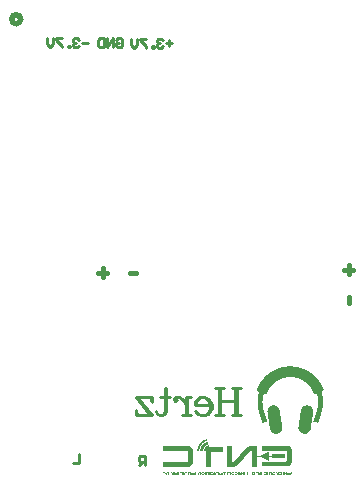
<source format=gbr>
G04*
G04 #@! TF.GenerationSoftware,Altium Limited,Altium Designer,25.4.2 (15)*
G04*
G04 Layer_Color=32896*
%FSLAX44Y44*%
%MOMM*%
G71*
G04*
G04 #@! TF.SameCoordinates,EFA8AECF-6775-45FA-9087-7286BAC92A8B*
G04*
G04*
G04 #@! TF.FilePolarity,Positive*
G04*
G01*
G75*
%ADD12C,0.5080*%
%ADD14C,0.3810*%
%ADD16C,0.2540*%
%ADD17C,0.2794*%
G36*
X152401Y201359D02*
X153294D01*
Y201315D01*
X153874D01*
Y201270D01*
X154410D01*
Y201225D01*
X154812D01*
Y201181D01*
X155169D01*
Y201136D01*
X155526D01*
Y201091D01*
X155838D01*
Y201047D01*
X156106D01*
Y201002D01*
X156374D01*
Y200958D01*
X156642D01*
Y200913D01*
X156865D01*
Y200868D01*
X157133D01*
Y200824D01*
X157357D01*
Y200779D01*
X157580D01*
Y200734D01*
X157758D01*
Y200690D01*
X157982D01*
Y200645D01*
X158160D01*
Y200600D01*
X158339D01*
Y200556D01*
X158517D01*
Y200511D01*
X158696D01*
Y200466D01*
X158875D01*
Y200422D01*
X159053D01*
Y200377D01*
X159187D01*
Y200332D01*
X159366D01*
Y200288D01*
X159544D01*
Y200243D01*
X159723D01*
Y200198D01*
X159857D01*
Y200154D01*
X159991D01*
Y200109D01*
X160169D01*
Y200065D01*
X160303D01*
Y200020D01*
X160437D01*
Y199975D01*
X160571D01*
Y199931D01*
X160750D01*
Y199886D01*
X160839D01*
Y199841D01*
X160973D01*
Y199797D01*
X161107D01*
Y199752D01*
X161241D01*
Y199707D01*
X161375D01*
Y199663D01*
X161509D01*
Y199618D01*
X161598D01*
Y199573D01*
X161732D01*
Y199529D01*
X161866D01*
Y199484D01*
X161955D01*
Y199440D01*
X162089D01*
Y199395D01*
X162179D01*
Y199350D01*
X162313D01*
Y199305D01*
X162446D01*
Y199261D01*
X162536D01*
Y199216D01*
X162670D01*
Y199172D01*
X162759D01*
Y199127D01*
X162893D01*
Y199082D01*
X162982D01*
Y199038D01*
X163072D01*
Y198993D01*
X163206D01*
Y198948D01*
X163295D01*
Y198904D01*
X163384D01*
Y198859D01*
X163518D01*
Y198814D01*
X163607D01*
Y198770D01*
X163697D01*
Y198725D01*
X163786D01*
Y198680D01*
X163875D01*
Y198636D01*
X163965D01*
Y198591D01*
X164098D01*
Y198547D01*
X164188D01*
Y198502D01*
X164277D01*
Y198457D01*
X164366D01*
Y198413D01*
X164456D01*
Y198368D01*
X164545D01*
Y198323D01*
X164634D01*
Y198279D01*
X164723D01*
Y198234D01*
X164813D01*
Y198189D01*
X164902D01*
Y198145D01*
X164991D01*
Y198100D01*
X165081D01*
Y198055D01*
X165170D01*
Y198011D01*
X165259D01*
Y197966D01*
X165349D01*
Y197921D01*
X165438D01*
Y197877D01*
X165527D01*
Y197832D01*
X165616D01*
Y197787D01*
X165661D01*
Y197743D01*
X165750D01*
Y197698D01*
X165840D01*
Y197654D01*
X165929D01*
Y197609D01*
X166018D01*
Y197564D01*
X166108D01*
Y197520D01*
X166152D01*
Y197475D01*
X166242D01*
Y197430D01*
X166331D01*
Y197386D01*
X166420D01*
Y197341D01*
X166465D01*
Y197296D01*
X166554D01*
Y197252D01*
X166643D01*
Y197207D01*
X166688D01*
Y197162D01*
X166777D01*
Y197118D01*
X166867D01*
Y197073D01*
X166911D01*
Y197028D01*
X167001D01*
Y196984D01*
X167090D01*
Y196939D01*
X167135D01*
Y196894D01*
X167224D01*
Y196850D01*
X167313D01*
Y196805D01*
X167358D01*
Y196761D01*
X167447D01*
Y196716D01*
X167492D01*
Y196671D01*
X167581D01*
Y196627D01*
X167626D01*
Y196582D01*
X167715D01*
Y196537D01*
X167760D01*
Y196493D01*
X167849D01*
Y196448D01*
X167938D01*
Y196403D01*
X167983D01*
Y196359D01*
X168072D01*
Y196314D01*
X168117D01*
Y196269D01*
X168206D01*
Y196225D01*
X168251D01*
Y196180D01*
X168295D01*
Y196136D01*
X168385D01*
Y196091D01*
X168429D01*
Y196046D01*
X168519D01*
Y196001D01*
X168563D01*
Y195957D01*
X168653D01*
Y195912D01*
X168697D01*
Y195868D01*
X168742D01*
Y195823D01*
X168831D01*
Y195778D01*
X168876D01*
Y195734D01*
X168965D01*
Y195689D01*
X169010D01*
Y195644D01*
X169054D01*
Y195600D01*
X169144D01*
Y195555D01*
X169188D01*
Y195510D01*
X169233D01*
Y195466D01*
X169322D01*
Y195421D01*
X169367D01*
Y195376D01*
X169412D01*
Y195332D01*
X169501D01*
Y195287D01*
X169546D01*
Y195243D01*
X169590D01*
Y195198D01*
X169680D01*
Y195153D01*
X169724D01*
Y195109D01*
X169769D01*
Y195064D01*
X169858D01*
Y195019D01*
X169903D01*
Y194975D01*
X169947D01*
Y194930D01*
X169992D01*
Y194885D01*
X170081D01*
Y194841D01*
X170126D01*
Y194796D01*
X170171D01*
Y194751D01*
X170215D01*
Y194707D01*
X170305D01*
Y194662D01*
X170349D01*
Y194617D01*
X170394D01*
Y194573D01*
X170483D01*
Y194528D01*
X170528D01*
Y194484D01*
X170572D01*
Y194439D01*
X170617D01*
Y194394D01*
X170662D01*
Y194349D01*
X170706D01*
Y194305D01*
X170796D01*
Y194260D01*
X170840D01*
Y194216D01*
X170885D01*
Y194171D01*
X170930D01*
Y194126D01*
X170974D01*
Y194082D01*
X171019D01*
Y194037D01*
X171108D01*
Y193992D01*
X171153D01*
Y193948D01*
X171198D01*
Y193903D01*
X171242D01*
Y193858D01*
X171287D01*
Y193814D01*
X171332D01*
Y193769D01*
X171376D01*
Y193724D01*
X171421D01*
Y193680D01*
X171510D01*
Y193635D01*
X171555D01*
Y193591D01*
X171599D01*
Y193546D01*
X171644D01*
Y193501D01*
X171689D01*
Y193457D01*
X171733D01*
Y193412D01*
X171778D01*
Y193367D01*
X171823D01*
Y193323D01*
X171867D01*
Y193278D01*
X171912D01*
Y193233D01*
X172001D01*
Y193189D01*
X172046D01*
Y193144D01*
X172090D01*
Y193099D01*
X172135D01*
Y193055D01*
X172180D01*
Y193010D01*
X172225D01*
Y192965D01*
X172269D01*
Y192921D01*
X172314D01*
Y192876D01*
X172358D01*
Y192831D01*
X172403D01*
Y192787D01*
X172448D01*
Y192742D01*
X172492D01*
Y192698D01*
X172537D01*
Y192653D01*
X172582D01*
Y192608D01*
X172626D01*
Y192564D01*
X172671D01*
Y192519D01*
X172716D01*
Y192474D01*
X172760D01*
Y192430D01*
X172805D01*
Y192385D01*
X172850D01*
Y192340D01*
X172894D01*
Y192296D01*
X172939D01*
Y192251D01*
X172983D01*
Y192206D01*
X173028D01*
Y192162D01*
X173073D01*
Y192117D01*
X173118D01*
Y192073D01*
X173162D01*
Y192028D01*
X173207D01*
Y191983D01*
X173251D01*
Y191938D01*
X173296D01*
Y191849D01*
X173341D01*
Y191805D01*
X173385D01*
Y191760D01*
X173430D01*
Y191715D01*
X173475D01*
Y191671D01*
X173519D01*
Y191626D01*
X173564D01*
Y191581D01*
X173609D01*
Y191537D01*
X173653D01*
Y191492D01*
X173698D01*
Y191447D01*
X173743D01*
Y191358D01*
X173787D01*
Y191313D01*
X173832D01*
Y191269D01*
X173876D01*
Y191224D01*
X173921D01*
Y191180D01*
X173966D01*
Y191135D01*
X174010D01*
Y191090D01*
X174055D01*
Y191046D01*
X174100D01*
Y190956D01*
X174144D01*
Y190912D01*
X174189D01*
Y190867D01*
X174234D01*
Y190822D01*
X174278D01*
Y190778D01*
X174323D01*
Y190688D01*
X174368D01*
Y190644D01*
X174412D01*
Y190599D01*
X174457D01*
Y190554D01*
X174502D01*
Y190510D01*
X174546D01*
Y190465D01*
X174591D01*
Y190376D01*
X174636D01*
Y190331D01*
X174680D01*
Y190287D01*
X174725D01*
Y190242D01*
X174769D01*
Y190153D01*
X174814D01*
Y190108D01*
X174859D01*
Y190063D01*
X174903D01*
Y190019D01*
X174948D01*
Y189929D01*
X174993D01*
Y189885D01*
X175037D01*
Y189840D01*
X175082D01*
Y189795D01*
X175127D01*
Y189706D01*
X175171D01*
Y189661D01*
X175216D01*
Y189617D01*
X175261D01*
Y189572D01*
X175305D01*
Y189483D01*
X175350D01*
Y189438D01*
X175394D01*
Y189394D01*
X175439D01*
Y189304D01*
X175484D01*
Y189260D01*
X175529D01*
Y189215D01*
X175573D01*
Y189126D01*
X175618D01*
Y189081D01*
X175662D01*
Y188992D01*
X175707D01*
Y188947D01*
X175752D01*
Y188902D01*
X175796D01*
Y188813D01*
X175841D01*
Y188769D01*
X175886D01*
Y188724D01*
X175930D01*
Y188634D01*
X175975D01*
Y188590D01*
X176020D01*
Y188501D01*
X176064D01*
Y188456D01*
X176109D01*
Y188367D01*
X176154D01*
Y188322D01*
X176198D01*
Y188233D01*
X176243D01*
Y188188D01*
X176287D01*
Y188143D01*
X176332D01*
Y188054D01*
X176377D01*
Y188009D01*
X176421D01*
Y187920D01*
X176466D01*
Y187875D01*
X176511D01*
Y187786D01*
X176555D01*
Y187742D01*
X176600D01*
Y187652D01*
X176645D01*
Y187563D01*
X176689D01*
Y187518D01*
X176734D01*
Y187429D01*
X176779D01*
Y187384D01*
X176823D01*
Y187295D01*
X176868D01*
Y187250D01*
X176913D01*
Y187161D01*
X176957D01*
Y187072D01*
X177002D01*
Y187027D01*
X177047D01*
Y186938D01*
X177091D01*
Y186893D01*
X177136D01*
Y186804D01*
X177180D01*
Y186715D01*
X177225D01*
Y186625D01*
X177270D01*
Y186581D01*
X177314D01*
Y186491D01*
X177359D01*
Y186402D01*
X177404D01*
Y186357D01*
X177448D01*
Y186268D01*
X177493D01*
Y186179D01*
X177538D01*
Y186090D01*
X177582D01*
Y186045D01*
X177627D01*
Y185956D01*
X177672D01*
Y185866D01*
X177716D01*
Y185777D01*
X177761D01*
Y185688D01*
X177806D01*
Y185643D01*
X177850D01*
Y185554D01*
X177895D01*
Y185464D01*
X177939D01*
Y185375D01*
X177984D01*
Y185286D01*
X178029D01*
Y185241D01*
X178073D01*
Y185152D01*
X178118D01*
Y185063D01*
X178163D01*
Y184973D01*
X178207D01*
Y184884D01*
X178252D01*
Y184795D01*
X178297D01*
Y184706D01*
X178341D01*
Y184616D01*
X178386D01*
Y184527D01*
X178431D01*
Y184482D01*
X178475D01*
Y184393D01*
X178520D01*
Y184304D01*
X178565D01*
Y184214D01*
X178609D01*
Y184125D01*
X178654D01*
Y184036D01*
X178699D01*
Y183946D01*
X178743D01*
Y183857D01*
X178788D01*
Y183768D01*
X178832D01*
Y183679D01*
X178877D01*
Y183589D01*
X178922D01*
Y183545D01*
X178966D01*
Y183455D01*
X179011D01*
Y183366D01*
X179056D01*
Y183277D01*
X179100D01*
Y183187D01*
X179145D01*
Y183098D01*
X179190D01*
Y183009D01*
X179234D01*
Y182920D01*
X179279D01*
Y182830D01*
X179324D01*
Y182741D01*
X179368D01*
Y182652D01*
X179413D01*
Y182518D01*
X179457D01*
Y182384D01*
X179502D01*
Y182116D01*
X179547D01*
Y181714D01*
X179502D01*
Y181491D01*
X179457D01*
Y181312D01*
X179413D01*
Y181223D01*
X179368D01*
Y181134D01*
X179324D01*
Y181000D01*
X179279D01*
Y180955D01*
X179234D01*
Y180866D01*
X179190D01*
Y180821D01*
X179145D01*
Y180732D01*
X179100D01*
Y180687D01*
X179056D01*
Y180643D01*
X179011D01*
Y180598D01*
X178966D01*
Y180553D01*
X178922D01*
Y180508D01*
X178877D01*
Y180464D01*
X178788D01*
Y180419D01*
X178743D01*
Y180375D01*
X178654D01*
Y180330D01*
X178609D01*
Y180285D01*
X178520D01*
Y180241D01*
X178431D01*
Y180196D01*
X178341D01*
Y180151D01*
X178297D01*
Y180107D01*
X178207D01*
Y180062D01*
X178118D01*
Y180017D01*
X178029D01*
Y179973D01*
X177939D01*
Y179928D01*
X177850D01*
Y179883D01*
X177761D01*
Y179839D01*
X177672D01*
Y179750D01*
X177716D01*
Y179616D01*
X177761D01*
Y179482D01*
X177806D01*
Y179348D01*
X177850D01*
Y179169D01*
X177895D01*
Y179035D01*
X177939D01*
Y178901D01*
X177984D01*
Y178723D01*
X178029D01*
Y178589D01*
X178073D01*
Y178410D01*
X178118D01*
Y178231D01*
X178163D01*
Y178053D01*
X178207D01*
Y177874D01*
X178252D01*
Y177696D01*
X178297D01*
Y177517D01*
X178341D01*
Y177339D01*
X178386D01*
Y177115D01*
X178431D01*
Y176937D01*
X178475D01*
Y176713D01*
X178520D01*
Y176490D01*
X178565D01*
Y176222D01*
X178609D01*
Y175999D01*
X178654D01*
Y175731D01*
X178699D01*
Y175463D01*
X178743D01*
Y175151D01*
X178788D01*
Y174838D01*
X178832D01*
Y174481D01*
X178877D01*
Y174079D01*
X178922D01*
Y173588D01*
X178966D01*
Y173008D01*
X179011D01*
Y172070D01*
X179056D01*
Y170329D01*
X179011D01*
Y169480D01*
X178966D01*
Y168945D01*
X178922D01*
Y168498D01*
X178877D01*
Y168096D01*
X178832D01*
Y167739D01*
X178788D01*
Y167426D01*
X178743D01*
Y167114D01*
X178699D01*
Y166846D01*
X178654D01*
Y166578D01*
X178609D01*
Y166310D01*
X178565D01*
Y166087D01*
X178520D01*
Y165864D01*
X178475D01*
Y165596D01*
X178431D01*
Y165373D01*
X178386D01*
Y165194D01*
X178341D01*
Y164971D01*
X178297D01*
Y164748D01*
X178252D01*
Y164569D01*
X178207D01*
Y164390D01*
X178163D01*
Y164167D01*
X178118D01*
Y163989D01*
X178073D01*
Y163810D01*
X178029D01*
Y163631D01*
X177984D01*
Y163453D01*
X177939D01*
Y163274D01*
X177895D01*
Y163096D01*
X177850D01*
Y162917D01*
X177806D01*
Y162783D01*
X177761D01*
Y162605D01*
X177716D01*
Y162426D01*
X177672D01*
Y162292D01*
X177627D01*
Y162113D01*
X177582D01*
Y161979D01*
X177538D01*
Y161801D01*
X177493D01*
Y161667D01*
X177448D01*
Y161488D01*
X177404D01*
Y161310D01*
X177359D01*
Y161176D01*
X177314D01*
Y160997D01*
X177270D01*
Y160863D01*
X177225D01*
Y160729D01*
X177180D01*
Y160595D01*
X177136D01*
Y160417D01*
X177091D01*
Y160283D01*
X177047D01*
Y160149D01*
X177002D01*
Y160015D01*
X176957D01*
Y159881D01*
X176913D01*
Y159747D01*
X176868D01*
Y159568D01*
X176823D01*
Y159434D01*
X176779D01*
Y159300D01*
X176734D01*
Y159167D01*
X176689D01*
Y159033D01*
X176645D01*
Y158899D01*
X176600D01*
Y158765D01*
X176555D01*
Y158631D01*
X176511D01*
Y158497D01*
X176466D01*
Y158363D01*
X176421D01*
Y158229D01*
X176377D01*
Y158095D01*
X176332D01*
Y157961D01*
X176287D01*
Y157827D01*
X176243D01*
Y157693D01*
X176198D01*
Y157559D01*
X176154D01*
Y157425D01*
X176109D01*
Y157291D01*
X176064D01*
Y157157D01*
X176020D01*
Y157023D01*
X175975D01*
Y156934D01*
X175930D01*
Y156800D01*
X175886D01*
Y156666D01*
X175841D01*
Y156532D01*
X175796D01*
Y156398D01*
X175752D01*
Y156264D01*
X175707D01*
Y156131D01*
X175662D01*
Y155997D01*
X175618D01*
Y155863D01*
X175573D01*
Y155729D01*
X175529D01*
Y155595D01*
X175484D01*
Y155461D01*
X175439D01*
Y155327D01*
X175394D01*
Y155193D01*
X175350D01*
Y155059D01*
X175305D01*
Y154925D01*
X175261D01*
Y154791D01*
X175216D01*
Y154657D01*
X175171D01*
Y154523D01*
X175127D01*
Y154389D01*
X175082D01*
Y154255D01*
X175037D01*
Y154121D01*
X174993D01*
Y153943D01*
X174948D01*
Y153809D01*
X174903D01*
Y153630D01*
X174859D01*
Y153586D01*
X174725D01*
Y153630D01*
X174546D01*
Y153675D01*
X174368D01*
Y153720D01*
X174234D01*
Y153764D01*
X174055D01*
Y153809D01*
X173921D01*
Y153853D01*
X173743D01*
Y153898D01*
X173609D01*
Y153943D01*
X173430D01*
Y153987D01*
X173296D01*
Y154032D01*
X173118D01*
Y154077D01*
X172983D01*
Y154121D01*
X172805D01*
Y154166D01*
X172671D01*
Y154211D01*
X172492D01*
Y154255D01*
X172358D01*
Y154300D01*
X172180D01*
Y154345D01*
X172001D01*
Y154389D01*
X171867D01*
Y154434D01*
X171689D01*
Y154479D01*
X171555D01*
Y154523D01*
X171376D01*
Y154568D01*
X171242D01*
Y154612D01*
X171064D01*
Y154657D01*
X170930D01*
Y154702D01*
X170885D01*
Y154791D01*
X170930D01*
Y154970D01*
X170974D01*
Y155104D01*
X171019D01*
Y155282D01*
X171064D01*
Y155416D01*
X171108D01*
Y155550D01*
X171153D01*
Y155684D01*
X171198D01*
Y155818D01*
X171242D01*
Y155952D01*
X171287D01*
Y156131D01*
X171332D01*
Y156264D01*
X171376D01*
Y156398D01*
X171421D01*
Y156532D01*
X171465D01*
Y156666D01*
X171510D01*
Y156800D01*
X171555D01*
Y156934D01*
X171599D01*
Y157068D01*
X171644D01*
Y157202D01*
X171689D01*
Y157291D01*
X171733D01*
Y157425D01*
X171778D01*
Y157559D01*
X171823D01*
Y157693D01*
X171867D01*
Y157827D01*
X171912D01*
Y157961D01*
X171957D01*
Y158095D01*
X172001D01*
Y158229D01*
X172046D01*
Y158363D01*
X172090D01*
Y158497D01*
X172135D01*
Y158631D01*
X172180D01*
Y158765D01*
X172225D01*
Y158899D01*
X172269D01*
Y158988D01*
X172314D01*
Y159122D01*
X172358D01*
Y159256D01*
X172403D01*
Y159390D01*
X172448D01*
Y159524D01*
X172492D01*
Y159658D01*
X172537D01*
Y159792D01*
X172582D01*
Y159926D01*
X172626D01*
Y160060D01*
X172671D01*
Y160194D01*
X172716D01*
Y160327D01*
X172760D01*
Y160461D01*
X172805D01*
Y160595D01*
X172850D01*
Y160729D01*
X172894D01*
Y160908D01*
X172939D01*
Y161042D01*
X172983D01*
Y161176D01*
X173028D01*
Y161310D01*
X173073D01*
Y161444D01*
X173118D01*
Y161578D01*
X173162D01*
Y161756D01*
X173207D01*
Y161890D01*
X173251D01*
Y162024D01*
X173296D01*
Y162158D01*
X173341D01*
Y162337D01*
X173385D01*
Y162471D01*
X173430D01*
Y162649D01*
X173475D01*
Y162783D01*
X173519D01*
Y162962D01*
X173564D01*
Y163096D01*
X173609D01*
Y163274D01*
X173653D01*
Y163408D01*
X173698D01*
Y163587D01*
X173743D01*
Y163721D01*
X173787D01*
Y163899D01*
X173832D01*
Y164078D01*
X173876D01*
Y164256D01*
X173921D01*
Y164435D01*
X173966D01*
Y164614D01*
X174010D01*
Y164792D01*
X174055D01*
Y164971D01*
X174100D01*
Y165149D01*
X174144D01*
Y165328D01*
X174189D01*
Y165551D01*
X174234D01*
Y165730D01*
X174278D01*
Y165953D01*
X174323D01*
Y166176D01*
X174368D01*
Y166400D01*
X174412D01*
Y166623D01*
X174457D01*
Y166846D01*
X174502D01*
Y167114D01*
X174546D01*
Y167337D01*
X174591D01*
Y167650D01*
X174636D01*
Y167918D01*
X174680D01*
Y168230D01*
X174725D01*
Y168587D01*
X174769D01*
Y168989D01*
X174814D01*
Y169436D01*
X174859D01*
Y170061D01*
X174903D01*
Y172338D01*
X174859D01*
Y173052D01*
X174814D01*
Y173543D01*
X174769D01*
Y173990D01*
X174725D01*
Y174302D01*
X174680D01*
Y174660D01*
X174636D01*
Y174928D01*
X174591D01*
Y175195D01*
X174546D01*
Y175463D01*
X174502D01*
Y175686D01*
X174457D01*
Y175910D01*
X174412D01*
Y176133D01*
X174368D01*
Y176356D01*
X174323D01*
Y176535D01*
X174278D01*
Y176713D01*
X174234D01*
Y176892D01*
X174189D01*
Y177071D01*
X174144D01*
Y177249D01*
X174100D01*
Y177428D01*
X174055D01*
Y177562D01*
X174010D01*
Y177740D01*
X173966D01*
Y177874D01*
X173921D01*
Y177830D01*
X173832D01*
Y177785D01*
X173743D01*
Y177740D01*
X173653D01*
Y177696D01*
X173519D01*
Y177651D01*
X173341D01*
Y177606D01*
X173118D01*
Y177562D01*
X172671D01*
Y177606D01*
X172492D01*
Y177651D01*
X172314D01*
Y177696D01*
X172180D01*
Y177740D01*
X172090D01*
Y177785D01*
X172001D01*
Y177830D01*
X171912D01*
Y177874D01*
X171867D01*
Y177919D01*
X171823D01*
Y177964D01*
X171733D01*
Y178008D01*
X171689D01*
Y178053D01*
X171644D01*
Y178097D01*
X171599D01*
Y178142D01*
X171555D01*
Y178187D01*
X171510D01*
Y178231D01*
X171465D01*
Y178321D01*
X171421D01*
Y178365D01*
X171376D01*
Y178410D01*
X171332D01*
Y178499D01*
X171287D01*
Y178589D01*
X171242D01*
Y178633D01*
X171198D01*
Y178723D01*
X171153D01*
Y178812D01*
X171108D01*
Y178901D01*
X171064D01*
Y178990D01*
X171019D01*
Y179080D01*
X170974D01*
Y179169D01*
X170930D01*
Y179258D01*
X170885D01*
Y179348D01*
X170840D01*
Y179437D01*
X170796D01*
Y179526D01*
X170751D01*
Y179571D01*
X170706D01*
Y179660D01*
X170662D01*
Y179750D01*
X170617D01*
Y179839D01*
X170572D01*
Y179928D01*
X170528D01*
Y180017D01*
X170483D01*
Y180107D01*
X170438D01*
Y180196D01*
X170394D01*
Y180285D01*
X170349D01*
Y180375D01*
X170305D01*
Y180464D01*
X170260D01*
Y180553D01*
X170215D01*
Y180643D01*
X170171D01*
Y180687D01*
X170126D01*
Y180776D01*
X170081D01*
Y180866D01*
X170037D01*
Y180955D01*
X169992D01*
Y181044D01*
X169947D01*
Y181134D01*
X169903D01*
Y181223D01*
X169858D01*
Y181268D01*
X169813D01*
Y181357D01*
X169769D01*
Y181446D01*
X169724D01*
Y181535D01*
X169680D01*
Y181625D01*
X169635D01*
Y181669D01*
X169590D01*
Y181759D01*
X169546D01*
Y181848D01*
X169501D01*
Y181893D01*
X169456D01*
Y181982D01*
X169412D01*
Y182071D01*
X169367D01*
Y182116D01*
X169322D01*
Y182205D01*
X169278D01*
Y182295D01*
X169233D01*
Y182339D01*
X169188D01*
Y182428D01*
X169144D01*
Y182473D01*
X169099D01*
Y182562D01*
X169054D01*
Y182652D01*
X169010D01*
Y182696D01*
X168965D01*
Y182786D01*
X168920D01*
Y182830D01*
X168876D01*
Y182920D01*
X168831D01*
Y182964D01*
X168787D01*
Y183053D01*
X168742D01*
Y183098D01*
X168697D01*
Y183187D01*
X168653D01*
Y183232D01*
X168608D01*
Y183277D01*
X168563D01*
Y183366D01*
X168519D01*
Y183411D01*
X168474D01*
Y183500D01*
X168429D01*
Y183545D01*
X168385D01*
Y183589D01*
X168340D01*
Y183679D01*
X168295D01*
Y183723D01*
X168251D01*
Y183768D01*
X168206D01*
Y183857D01*
X168162D01*
Y183902D01*
X168117D01*
Y183991D01*
X168072D01*
Y184036D01*
X168027D01*
Y184080D01*
X167983D01*
Y184125D01*
X167938D01*
Y184214D01*
X167894D01*
Y184259D01*
X167849D01*
Y184304D01*
X167804D01*
Y184348D01*
X167760D01*
Y184438D01*
X167715D01*
Y184482D01*
X167670D01*
Y184527D01*
X167626D01*
Y184571D01*
X167581D01*
Y184661D01*
X167536D01*
Y184706D01*
X167492D01*
Y184750D01*
X167447D01*
Y184795D01*
X167402D01*
Y184839D01*
X167358D01*
Y184884D01*
X167313D01*
Y184973D01*
X167269D01*
Y185018D01*
X167224D01*
Y185063D01*
X167179D01*
Y185107D01*
X167135D01*
Y185152D01*
X167090D01*
Y185197D01*
X167045D01*
Y185286D01*
X167001D01*
Y185331D01*
X166956D01*
Y185375D01*
X166911D01*
Y185420D01*
X166867D01*
Y185464D01*
X166822D01*
Y185509D01*
X166777D01*
Y185554D01*
X166733D01*
Y185598D01*
X166688D01*
Y185643D01*
X166643D01*
Y185688D01*
X166599D01*
Y185732D01*
X166554D01*
Y185777D01*
X166509D01*
Y185822D01*
X166465D01*
Y185911D01*
X166420D01*
Y185956D01*
X166376D01*
Y186000D01*
X166331D01*
Y186045D01*
X166286D01*
Y186090D01*
X166242D01*
Y186134D01*
X166197D01*
Y186179D01*
X166152D01*
Y186224D01*
X166108D01*
Y186268D01*
X166018D01*
Y186313D01*
X165974D01*
Y186357D01*
X165929D01*
Y186402D01*
X165884D01*
Y186447D01*
X165840D01*
Y186491D01*
X165795D01*
Y186536D01*
X165750D01*
Y186581D01*
X165706D01*
Y186625D01*
X165661D01*
Y186670D01*
X165616D01*
Y186715D01*
X165572D01*
Y186759D01*
X165527D01*
Y186804D01*
X165483D01*
Y186849D01*
X165438D01*
Y186893D01*
X165393D01*
Y186938D01*
X165349D01*
Y186983D01*
X165259D01*
Y187027D01*
X165215D01*
Y187072D01*
X165170D01*
Y187117D01*
X165125D01*
Y187161D01*
X165081D01*
Y187206D01*
X165036D01*
Y187250D01*
X164947D01*
Y187295D01*
X164902D01*
Y187340D01*
X164858D01*
Y187384D01*
X164813D01*
Y187429D01*
X164768D01*
Y187474D01*
X164723D01*
Y187518D01*
X164634D01*
Y187563D01*
X164590D01*
Y187608D01*
X164545D01*
Y187652D01*
X164500D01*
Y187697D01*
X164411D01*
Y187742D01*
X164366D01*
Y187786D01*
X164322D01*
Y187831D01*
X164277D01*
Y187875D01*
X164188D01*
Y187920D01*
X164143D01*
Y187965D01*
X164098D01*
Y188009D01*
X164054D01*
Y188054D01*
X163965D01*
Y188099D01*
X163920D01*
Y188143D01*
X163875D01*
Y188188D01*
X163786D01*
Y188233D01*
X163741D01*
Y188277D01*
X163697D01*
Y188322D01*
X163607D01*
Y188367D01*
X163563D01*
Y188411D01*
X163473D01*
Y188456D01*
X163429D01*
Y188501D01*
X163339D01*
Y188545D01*
X163295D01*
Y188590D01*
X163250D01*
Y188634D01*
X163161D01*
Y188679D01*
X163116D01*
Y188724D01*
X163027D01*
Y188769D01*
X162982D01*
Y188813D01*
X162893D01*
Y188858D01*
X162848D01*
Y188902D01*
X162759D01*
Y188947D01*
X162670D01*
Y188992D01*
X162625D01*
Y189036D01*
X162536D01*
Y189081D01*
X162491D01*
Y189126D01*
X162402D01*
Y189170D01*
X162313D01*
Y189215D01*
X162268D01*
Y189260D01*
X162179D01*
Y189304D01*
X162089D01*
Y189349D01*
X162045D01*
Y189394D01*
X161955D01*
Y189438D01*
X161866D01*
Y189483D01*
X161777D01*
Y189527D01*
X161732D01*
Y189572D01*
X161643D01*
Y189617D01*
X161553D01*
Y189661D01*
X161464D01*
Y189706D01*
X161375D01*
Y189751D01*
X161330D01*
Y189795D01*
X161241D01*
Y189840D01*
X161152D01*
Y189885D01*
X161062D01*
Y189929D01*
X160973D01*
Y189974D01*
X160884D01*
Y190019D01*
X160795D01*
Y190063D01*
X160705D01*
Y190108D01*
X160616D01*
Y190153D01*
X160527D01*
Y190197D01*
X160437D01*
Y190242D01*
X160348D01*
Y190287D01*
X160259D01*
Y190331D01*
X160169D01*
Y190376D01*
X160080D01*
Y190420D01*
X159991D01*
Y190465D01*
X159857D01*
Y190510D01*
X159768D01*
Y190554D01*
X159678D01*
Y190599D01*
X159544D01*
Y190644D01*
X159455D01*
Y190688D01*
X159366D01*
Y190733D01*
X159232D01*
Y190778D01*
X159143D01*
Y190822D01*
X159009D01*
Y190867D01*
X158919D01*
Y190912D01*
X158785D01*
Y190956D01*
X158651D01*
Y191001D01*
X158562D01*
Y191046D01*
X158428D01*
Y191090D01*
X158294D01*
Y191135D01*
X158160D01*
Y191180D01*
X158026D01*
Y191224D01*
X157892D01*
Y191269D01*
X157758D01*
Y191313D01*
X157624D01*
Y191358D01*
X157491D01*
Y191403D01*
X157312D01*
Y191447D01*
X157178D01*
Y191492D01*
X156999D01*
Y191537D01*
X156865D01*
Y191581D01*
X156687D01*
Y191626D01*
X156508D01*
Y191671D01*
X156330D01*
Y191715D01*
X156151D01*
Y191760D01*
X155972D01*
Y191805D01*
X155749D01*
Y191849D01*
X155571D01*
Y191894D01*
X155347D01*
Y191938D01*
X155124D01*
Y191983D01*
X154812D01*
Y192028D01*
X154544D01*
Y192073D01*
X154231D01*
Y192117D01*
X153874D01*
Y192162D01*
X153472D01*
Y192206D01*
X152981D01*
Y192251D01*
X152267D01*
Y192296D01*
X150391D01*
Y192251D01*
X149677D01*
Y192206D01*
X149186D01*
Y192162D01*
X148784D01*
Y192117D01*
X148427D01*
Y192073D01*
X148114D01*
Y192028D01*
X147802D01*
Y191983D01*
X147534D01*
Y191938D01*
X147311D01*
Y191894D01*
X147087D01*
Y191849D01*
X146864D01*
Y191805D01*
X146686D01*
Y191760D01*
X146507D01*
Y191715D01*
X146328D01*
Y191671D01*
X146150D01*
Y191626D01*
X145971D01*
Y191581D01*
X145793D01*
Y191537D01*
X145659D01*
Y191492D01*
X145480D01*
Y191447D01*
X145346D01*
Y191403D01*
X145168D01*
Y191358D01*
X145034D01*
Y191313D01*
X144900D01*
Y191269D01*
X144766D01*
Y191224D01*
X144632D01*
Y191180D01*
X144498D01*
Y191135D01*
X144364D01*
Y191090D01*
X144230D01*
Y191046D01*
X144096D01*
Y191001D01*
X144007D01*
Y190956D01*
X143873D01*
Y190912D01*
X143739D01*
Y190867D01*
X143650D01*
Y190822D01*
X143516D01*
Y190778D01*
X143426D01*
Y190733D01*
X143292D01*
Y190688D01*
X143203D01*
Y190644D01*
X143069D01*
Y190599D01*
X142980D01*
Y190554D01*
X142890D01*
Y190510D01*
X142757D01*
Y190465D01*
X142667D01*
Y190420D01*
X142578D01*
Y190376D01*
X142489D01*
Y190331D01*
X142399D01*
Y190287D01*
X142310D01*
Y190242D01*
X142221D01*
Y190197D01*
X142087D01*
Y190153D01*
X141997D01*
Y190108D01*
X141953D01*
Y190063D01*
X141863D01*
Y190019D01*
X141774D01*
Y189974D01*
X141685D01*
Y189929D01*
X141596D01*
Y189885D01*
X141506D01*
Y189840D01*
X141417D01*
Y189795D01*
X141328D01*
Y189751D01*
X141238D01*
Y189706D01*
X141194D01*
Y189661D01*
X141104D01*
Y189617D01*
X141015D01*
Y189572D01*
X140926D01*
Y189527D01*
X140837D01*
Y189483D01*
X140792D01*
Y189438D01*
X140703D01*
Y189394D01*
X140613D01*
Y189349D01*
X140569D01*
Y189304D01*
X140479D01*
Y189260D01*
X140390D01*
Y189215D01*
X140301D01*
Y189170D01*
X140256D01*
Y189126D01*
X140167D01*
Y189081D01*
X140122D01*
Y189036D01*
X140033D01*
Y188992D01*
X139988D01*
Y188947D01*
X139899D01*
Y188902D01*
X139810D01*
Y188858D01*
X139765D01*
Y188813D01*
X139676D01*
Y188769D01*
X139631D01*
Y188724D01*
X139542D01*
Y188679D01*
X139497D01*
Y188634D01*
X139408D01*
Y188590D01*
X139363D01*
Y188545D01*
X139319D01*
Y188501D01*
X139229D01*
Y188456D01*
X139185D01*
Y188411D01*
X139095D01*
Y188367D01*
X139051D01*
Y188322D01*
X138961D01*
Y188277D01*
X138917D01*
Y188233D01*
X138872D01*
Y188188D01*
X138783D01*
Y188143D01*
X138738D01*
Y188099D01*
X138694D01*
Y188054D01*
X138604D01*
Y188009D01*
X138560D01*
Y187965D01*
X138515D01*
Y187920D01*
X138470D01*
Y187875D01*
X138381D01*
Y187831D01*
X138336D01*
Y187786D01*
X138292D01*
Y187742D01*
X138247D01*
Y187697D01*
X138158D01*
Y187652D01*
X138113D01*
Y187608D01*
X138068D01*
Y187563D01*
X138024D01*
Y187518D01*
X137935D01*
Y187474D01*
X137890D01*
Y187429D01*
X137845D01*
Y187384D01*
X137801D01*
Y187340D01*
X137756D01*
Y187295D01*
X137667D01*
Y187250D01*
X137622D01*
Y187206D01*
X137577D01*
Y187161D01*
X137533D01*
Y187117D01*
X137488D01*
Y187072D01*
X137443D01*
Y187027D01*
X137399D01*
Y186983D01*
X137309D01*
Y186938D01*
X137265D01*
Y186893D01*
X137220D01*
Y186849D01*
X137175D01*
Y186804D01*
X137131D01*
Y186759D01*
X137086D01*
Y186715D01*
X137042D01*
Y186670D01*
X136997D01*
Y186625D01*
X136952D01*
Y186581D01*
X136908D01*
Y186536D01*
X136863D01*
Y186491D01*
X136818D01*
Y186447D01*
X136774D01*
Y186402D01*
X136684D01*
Y186357D01*
X136640D01*
Y186313D01*
X136595D01*
Y186268D01*
X136550D01*
Y186224D01*
X136506D01*
Y186179D01*
X136461D01*
Y186134D01*
X136416D01*
Y186090D01*
X136372D01*
Y186045D01*
X136327D01*
Y186000D01*
X136283D01*
Y185956D01*
X136238D01*
Y185911D01*
X136193D01*
Y185866D01*
X136149D01*
Y185822D01*
X136104D01*
Y185777D01*
X136059D01*
Y185732D01*
X136015D01*
Y185688D01*
X135970D01*
Y185598D01*
X135925D01*
Y185554D01*
X135881D01*
Y185509D01*
X135836D01*
Y185464D01*
X135791D01*
Y185420D01*
X135747D01*
Y185375D01*
X135702D01*
Y185331D01*
X135657D01*
Y185286D01*
X135613D01*
Y185241D01*
X135568D01*
Y185152D01*
X135524D01*
Y185107D01*
X135479D01*
Y185063D01*
X135434D01*
Y185018D01*
X135389D01*
Y184973D01*
X135345D01*
Y184929D01*
X135300D01*
Y184839D01*
X135256D01*
Y184795D01*
X135211D01*
Y184750D01*
X135166D01*
Y184706D01*
X135122D01*
Y184661D01*
X135077D01*
Y184616D01*
X135032D01*
Y184527D01*
X134988D01*
Y184482D01*
X134943D01*
Y184438D01*
X134898D01*
Y184393D01*
X134854D01*
Y184304D01*
X134809D01*
Y184259D01*
X134764D01*
Y184214D01*
X134720D01*
Y184170D01*
X134675D01*
Y184080D01*
X134630D01*
Y184036D01*
X134586D01*
Y183991D01*
X134541D01*
Y183902D01*
X134497D01*
Y183857D01*
X134452D01*
Y183813D01*
X134407D01*
Y183723D01*
X134363D01*
Y183679D01*
X134318D01*
Y183634D01*
X134273D01*
Y183545D01*
X134229D01*
Y183500D01*
X134184D01*
Y183455D01*
X134139D01*
Y183366D01*
X134095D01*
Y183321D01*
X134050D01*
Y183232D01*
X134005D01*
Y183187D01*
X133961D01*
Y183098D01*
X133916D01*
Y183053D01*
X133871D01*
Y182964D01*
X133827D01*
Y182920D01*
X133782D01*
Y182830D01*
X133737D01*
Y182786D01*
X133693D01*
Y182696D01*
X133648D01*
Y182652D01*
X133604D01*
Y182562D01*
X133559D01*
Y182518D01*
X133514D01*
Y182428D01*
X133470D01*
Y182384D01*
X133425D01*
Y182295D01*
X133380D01*
Y182205D01*
X133336D01*
Y182160D01*
X133291D01*
Y182071D01*
X133246D01*
Y181982D01*
X133202D01*
Y181937D01*
X133157D01*
Y181848D01*
X133112D01*
Y181759D01*
X133068D01*
Y181714D01*
X133023D01*
Y181625D01*
X132978D01*
Y181535D01*
X132934D01*
Y181446D01*
X132889D01*
Y181357D01*
X132845D01*
Y181312D01*
X132800D01*
Y181223D01*
X132755D01*
Y181134D01*
X132711D01*
Y181044D01*
X132666D01*
Y180955D01*
X132621D01*
Y180866D01*
X132577D01*
Y180776D01*
X132532D01*
Y180687D01*
X132487D01*
Y180643D01*
X132443D01*
Y180553D01*
X132398D01*
Y180464D01*
X132353D01*
Y180375D01*
X132309D01*
Y180285D01*
X132264D01*
Y180196D01*
X132219D01*
Y180107D01*
X132175D01*
Y180017D01*
X132130D01*
Y179928D01*
X132086D01*
Y179839D01*
X132041D01*
Y179750D01*
X131996D01*
Y179660D01*
X131952D01*
Y179616D01*
X131907D01*
Y179526D01*
X131862D01*
Y179437D01*
X131818D01*
Y179348D01*
X131773D01*
Y179258D01*
X131728D01*
Y179169D01*
X131684D01*
Y179080D01*
X131639D01*
Y178990D01*
X131594D01*
Y178901D01*
X131550D01*
Y178812D01*
X131505D01*
Y178723D01*
X131460D01*
Y178633D01*
X131416D01*
Y178589D01*
X131371D01*
Y178499D01*
X131327D01*
Y178410D01*
X131282D01*
Y178365D01*
X131237D01*
Y178321D01*
X131193D01*
Y178231D01*
X131148D01*
Y178187D01*
X131103D01*
Y178142D01*
X131059D01*
Y178097D01*
X131014D01*
Y178053D01*
X130969D01*
Y178008D01*
X130925D01*
Y177964D01*
X130835D01*
Y177919D01*
X130791D01*
Y177874D01*
X130746D01*
Y177830D01*
X130657D01*
Y177785D01*
X130568D01*
Y177740D01*
X130478D01*
Y177696D01*
X130344D01*
Y177651D01*
X130166D01*
Y177606D01*
X129987D01*
Y177562D01*
X129541D01*
Y177606D01*
X129317D01*
Y177651D01*
X129139D01*
Y177696D01*
X129005D01*
Y177740D01*
X128916D01*
Y177785D01*
X128826D01*
Y177830D01*
X128737D01*
Y177874D01*
X128692D01*
Y177740D01*
X128648D01*
Y177562D01*
X128603D01*
Y177428D01*
X128558D01*
Y177249D01*
X128514D01*
Y177071D01*
X128469D01*
Y176892D01*
X128424D01*
Y176713D01*
X128380D01*
Y176535D01*
X128335D01*
Y176356D01*
X128290D01*
Y176133D01*
X128246D01*
Y175910D01*
X128201D01*
Y175686D01*
X128156D01*
Y175463D01*
X128112D01*
Y175195D01*
X128067D01*
Y174928D01*
X128022D01*
Y174660D01*
X127978D01*
Y174347D01*
X127933D01*
Y173990D01*
X127889D01*
Y173588D01*
X127844D01*
Y173097D01*
X127799D01*
Y172427D01*
X127755D01*
Y170061D01*
X127799D01*
Y169436D01*
X127844D01*
Y168945D01*
X127889D01*
Y168587D01*
X127933D01*
Y168230D01*
X127978D01*
Y167873D01*
X128022D01*
Y167605D01*
X128067D01*
Y167337D01*
X128112D01*
Y167069D01*
X128156D01*
Y166801D01*
X128201D01*
Y166578D01*
X128246D01*
Y166355D01*
X128290D01*
Y166132D01*
X128335D01*
Y165909D01*
X128380D01*
Y165730D01*
X128424D01*
Y165507D01*
X128469D01*
Y165328D01*
X128514D01*
Y165149D01*
X128558D01*
Y164926D01*
X128603D01*
Y164748D01*
X128648D01*
Y164569D01*
X128692D01*
Y164390D01*
X128737D01*
Y164212D01*
X128782D01*
Y164033D01*
X128826D01*
Y163855D01*
X128871D01*
Y163721D01*
X128916D01*
Y163542D01*
X128960D01*
Y163363D01*
X129005D01*
Y163230D01*
X129049D01*
Y163051D01*
X129094D01*
Y162917D01*
X129139D01*
Y162738D01*
X129183D01*
Y162605D01*
X129228D01*
Y162471D01*
X129273D01*
Y162337D01*
X129317D01*
Y162158D01*
X129362D01*
Y162024D01*
X129407D01*
Y161890D01*
X129451D01*
Y161756D01*
X129496D01*
Y161578D01*
X129541D01*
Y161444D01*
X129585D01*
Y161310D01*
X129630D01*
Y161176D01*
X129675D01*
Y161042D01*
X129719D01*
Y160863D01*
X129764D01*
Y160729D01*
X129809D01*
Y160595D01*
X129853D01*
Y160461D01*
X129898D01*
Y160327D01*
X129942D01*
Y160194D01*
X129987D01*
Y160060D01*
X130032D01*
Y159926D01*
X130076D01*
Y159792D01*
X130121D01*
Y159658D01*
X130166D01*
Y159524D01*
X130210D01*
Y159390D01*
X130255D01*
Y159256D01*
X130300D01*
Y159122D01*
X130344D01*
Y158988D01*
X130389D01*
Y158854D01*
X130434D01*
Y158720D01*
X130478D01*
Y158586D01*
X130523D01*
Y158497D01*
X130568D01*
Y158363D01*
X130612D01*
Y158229D01*
X130657D01*
Y158095D01*
X130701D01*
Y157961D01*
X130746D01*
Y157827D01*
X130791D01*
Y157693D01*
X130835D01*
Y157559D01*
X130880D01*
Y157425D01*
X130925D01*
Y157291D01*
X130969D01*
Y157157D01*
X131014D01*
Y157023D01*
X131059D01*
Y156889D01*
X131103D01*
Y156756D01*
X131148D01*
Y156622D01*
X131193D01*
Y156488D01*
X131237D01*
Y156354D01*
X131282D01*
Y156220D01*
X131327D01*
Y156086D01*
X131371D01*
Y155952D01*
X131416D01*
Y155818D01*
X131460D01*
Y155639D01*
X131505D01*
Y155505D01*
X131550D01*
Y155371D01*
X131594D01*
Y155238D01*
X131639D01*
Y155104D01*
X131684D01*
Y154925D01*
X131728D01*
Y154791D01*
X131773D01*
Y154702D01*
X131728D01*
Y154657D01*
X131594D01*
Y154612D01*
X131416D01*
Y154568D01*
X131282D01*
Y154523D01*
X131103D01*
Y154479D01*
X130969D01*
Y154434D01*
X130791D01*
Y154389D01*
X130657D01*
Y154345D01*
X130478D01*
Y154300D01*
X130300D01*
Y154255D01*
X130166D01*
Y154211D01*
X129987D01*
Y154166D01*
X129853D01*
Y154121D01*
X129675D01*
Y154077D01*
X129541D01*
Y154032D01*
X129362D01*
Y153987D01*
X129228D01*
Y153943D01*
X129049D01*
Y153898D01*
X128916D01*
Y153853D01*
X128737D01*
Y153809D01*
X128603D01*
Y153764D01*
X128424D01*
Y153720D01*
X128290D01*
Y153675D01*
X128112D01*
Y153630D01*
X127933D01*
Y153586D01*
X127799D01*
Y153630D01*
X127755D01*
Y153764D01*
X127710D01*
Y153898D01*
X127665D01*
Y154077D01*
X127621D01*
Y154211D01*
X127576D01*
Y154345D01*
X127531D01*
Y154479D01*
X127487D01*
Y154657D01*
X127442D01*
Y154791D01*
X127397D01*
Y154925D01*
X127353D01*
Y155059D01*
X127308D01*
Y155193D01*
X127263D01*
Y155327D01*
X127219D01*
Y155461D01*
X127174D01*
Y155595D01*
X127130D01*
Y155729D01*
X127085D01*
Y155863D01*
X127040D01*
Y155997D01*
X126996D01*
Y156131D01*
X126951D01*
Y156264D01*
X126906D01*
Y156398D01*
X126862D01*
Y156488D01*
X126817D01*
Y156622D01*
X126772D01*
Y156756D01*
X126728D01*
Y156889D01*
X126683D01*
Y157023D01*
X126638D01*
Y157157D01*
X126594D01*
Y157291D01*
X126549D01*
Y157425D01*
X126504D01*
Y157559D01*
X126460D01*
Y157693D01*
X126415D01*
Y157827D01*
X126370D01*
Y157961D01*
X126326D01*
Y158095D01*
X126281D01*
Y158229D01*
X126237D01*
Y158363D01*
X126192D01*
Y158497D01*
X126147D01*
Y158631D01*
X126103D01*
Y158765D01*
X126058D01*
Y158899D01*
X126013D01*
Y159033D01*
X125969D01*
Y159167D01*
X125924D01*
Y159300D01*
X125879D01*
Y159434D01*
X125835D01*
Y159568D01*
X125790D01*
Y159702D01*
X125745D01*
Y159881D01*
X125701D01*
Y160015D01*
X125656D01*
Y160149D01*
X125611D01*
Y160283D01*
X125567D01*
Y160417D01*
X125522D01*
Y160595D01*
X125478D01*
Y160729D01*
X125433D01*
Y160863D01*
X125388D01*
Y160997D01*
X125344D01*
Y161176D01*
X125299D01*
Y161310D01*
X125254D01*
Y161444D01*
X125210D01*
Y161622D01*
X125165D01*
Y161756D01*
X125120D01*
Y161935D01*
X125076D01*
Y162069D01*
X125031D01*
Y162247D01*
X124986D01*
Y162381D01*
X124942D01*
Y162560D01*
X124897D01*
Y162738D01*
X124853D01*
Y162872D01*
X124808D01*
Y163051D01*
X124763D01*
Y163230D01*
X124719D01*
Y163408D01*
X124674D01*
Y163587D01*
X124629D01*
Y163765D01*
X124585D01*
Y163944D01*
X124540D01*
Y164123D01*
X124495D01*
Y164346D01*
X124451D01*
Y164524D01*
X124406D01*
Y164748D01*
X124361D01*
Y164926D01*
X124317D01*
Y165149D01*
X124272D01*
Y165373D01*
X124227D01*
Y165596D01*
X124183D01*
Y165819D01*
X124138D01*
Y166042D01*
X124094D01*
Y166310D01*
X124049D01*
Y166534D01*
X124004D01*
Y166801D01*
X123960D01*
Y167114D01*
X123915D01*
Y167382D01*
X123870D01*
Y167739D01*
X123826D01*
Y168052D01*
X123781D01*
Y168453D01*
X123736D01*
Y168900D01*
X123692D01*
Y169480D01*
X123647D01*
Y170284D01*
X123602D01*
Y172383D01*
X123647D01*
Y173141D01*
X123692D01*
Y173677D01*
X123736D01*
Y174124D01*
X123781D01*
Y174526D01*
X123826D01*
Y174883D01*
X123870D01*
Y175195D01*
X123915D01*
Y175508D01*
X123960D01*
Y175776D01*
X124004D01*
Y176044D01*
X124049D01*
Y176267D01*
X124094D01*
Y176490D01*
X124138D01*
Y176713D01*
X124183D01*
Y176937D01*
X124227D01*
Y177160D01*
X124272D01*
Y177339D01*
X124317D01*
Y177517D01*
X124361D01*
Y177740D01*
X124406D01*
Y177919D01*
X124451D01*
Y178097D01*
X124495D01*
Y178276D01*
X124540D01*
Y178410D01*
X124585D01*
Y178589D01*
X124629D01*
Y178723D01*
X124674D01*
Y178901D01*
X124719D01*
Y179035D01*
X124763D01*
Y179214D01*
X124808D01*
Y179348D01*
X124853D01*
Y179482D01*
X124897D01*
Y179616D01*
X124942D01*
Y179750D01*
X124986D01*
Y179839D01*
X124897D01*
Y179883D01*
X124808D01*
Y179928D01*
X124719D01*
Y179973D01*
X124629D01*
Y180017D01*
X124540D01*
Y180062D01*
X124451D01*
Y180107D01*
X124361D01*
Y180151D01*
X124317D01*
Y180196D01*
X124227D01*
Y180241D01*
X124138D01*
Y180285D01*
X124049D01*
Y180330D01*
X123960D01*
Y180375D01*
X123915D01*
Y180419D01*
X123870D01*
Y180464D01*
X123781D01*
Y180508D01*
X123736D01*
Y180553D01*
X123692D01*
Y180598D01*
X123647D01*
Y180643D01*
X123602D01*
Y180687D01*
X123558D01*
Y180732D01*
X123513D01*
Y180821D01*
X123468D01*
Y180866D01*
X123424D01*
Y180910D01*
X123379D01*
Y181000D01*
X123334D01*
Y181089D01*
X123290D01*
Y181178D01*
X123245D01*
Y181312D01*
X123201D01*
Y181446D01*
X123156D01*
Y181669D01*
X123111D01*
Y182160D01*
X123156D01*
Y182384D01*
X123201D01*
Y182518D01*
X123245D01*
Y182652D01*
X123290D01*
Y182741D01*
X123334D01*
Y182830D01*
X123379D01*
Y182920D01*
X123424D01*
Y183009D01*
X123468D01*
Y183098D01*
X123513D01*
Y183187D01*
X123558D01*
Y183277D01*
X123602D01*
Y183366D01*
X123647D01*
Y183455D01*
X123692D01*
Y183545D01*
X123736D01*
Y183589D01*
X123781D01*
Y183679D01*
X123826D01*
Y183768D01*
X123870D01*
Y183857D01*
X123915D01*
Y183946D01*
X123960D01*
Y184036D01*
X124004D01*
Y184125D01*
X124049D01*
Y184214D01*
X124094D01*
Y184304D01*
X124138D01*
Y184393D01*
X124183D01*
Y184482D01*
X124227D01*
Y184527D01*
X124272D01*
Y184616D01*
X124317D01*
Y184706D01*
X124361D01*
Y184795D01*
X124406D01*
Y184884D01*
X124451D01*
Y184973D01*
X124495D01*
Y185063D01*
X124540D01*
Y185152D01*
X124585D01*
Y185241D01*
X124629D01*
Y185331D01*
X124674D01*
Y185375D01*
X124719D01*
Y185464D01*
X124763D01*
Y185554D01*
X124808D01*
Y185643D01*
X124853D01*
Y185732D01*
X124897D01*
Y185822D01*
X124942D01*
Y185866D01*
X124986D01*
Y185956D01*
X125031D01*
Y186045D01*
X125076D01*
Y186134D01*
X125120D01*
Y186224D01*
X125165D01*
Y186268D01*
X125210D01*
Y186357D01*
X125254D01*
Y186447D01*
X125299D01*
Y186491D01*
X125344D01*
Y186581D01*
X125388D01*
Y186670D01*
X125433D01*
Y186759D01*
X125478D01*
Y186804D01*
X125522D01*
Y186893D01*
X125567D01*
Y186983D01*
X125611D01*
Y187027D01*
X125656D01*
Y187117D01*
X125701D01*
Y187161D01*
X125745D01*
Y187250D01*
X125790D01*
Y187340D01*
X125835D01*
Y187384D01*
X125879D01*
Y187474D01*
X125924D01*
Y187518D01*
X125969D01*
Y187608D01*
X126013D01*
Y187652D01*
X126058D01*
Y187742D01*
X126103D01*
Y187831D01*
X126147D01*
Y187875D01*
X126192D01*
Y187920D01*
X126237D01*
Y188009D01*
X126281D01*
Y188054D01*
X126326D01*
Y188143D01*
X126370D01*
Y188188D01*
X126415D01*
Y188277D01*
X126460D01*
Y188322D01*
X126504D01*
Y188411D01*
X126549D01*
Y188456D01*
X126594D01*
Y188545D01*
X126638D01*
Y188590D01*
X126683D01*
Y188679D01*
X126728D01*
Y188724D01*
X126772D01*
Y188769D01*
X126817D01*
Y188858D01*
X126862D01*
Y188902D01*
X126906D01*
Y188947D01*
X126951D01*
Y189036D01*
X126996D01*
Y189081D01*
X127040D01*
Y189126D01*
X127085D01*
Y189215D01*
X127130D01*
Y189260D01*
X127174D01*
Y189349D01*
X127219D01*
Y189394D01*
X127263D01*
Y189438D01*
X127308D01*
Y189483D01*
X127353D01*
Y189572D01*
X127397D01*
Y189617D01*
X127442D01*
Y189661D01*
X127487D01*
Y189751D01*
X127531D01*
Y189795D01*
X127576D01*
Y189840D01*
X127621D01*
Y189885D01*
X127665D01*
Y189974D01*
X127710D01*
Y190019D01*
X127755D01*
Y190063D01*
X127799D01*
Y190108D01*
X127844D01*
Y190197D01*
X127889D01*
Y190242D01*
X127933D01*
Y190287D01*
X127978D01*
Y190331D01*
X128022D01*
Y190420D01*
X128067D01*
Y190465D01*
X128112D01*
Y190510D01*
X128156D01*
Y190554D01*
X128201D01*
Y190599D01*
X128246D01*
Y190644D01*
X128290D01*
Y190733D01*
X128335D01*
Y190778D01*
X128380D01*
Y190822D01*
X128424D01*
Y190867D01*
X128469D01*
Y190912D01*
X128514D01*
Y191001D01*
X128558D01*
Y191046D01*
X128603D01*
Y191090D01*
X128648D01*
Y191135D01*
X128692D01*
Y191180D01*
X128737D01*
Y191224D01*
X128782D01*
Y191269D01*
X128826D01*
Y191313D01*
X128871D01*
Y191403D01*
X128916D01*
Y191447D01*
X128960D01*
Y191492D01*
X129005D01*
Y191537D01*
X129049D01*
Y191581D01*
X129094D01*
Y191626D01*
X129139D01*
Y191671D01*
X129183D01*
Y191715D01*
X129228D01*
Y191805D01*
X129273D01*
Y191849D01*
X129317D01*
Y191894D01*
X129362D01*
Y191938D01*
X129407D01*
Y191983D01*
X129451D01*
Y192028D01*
X129496D01*
Y192073D01*
X129541D01*
Y192117D01*
X129585D01*
Y192162D01*
X129630D01*
Y192206D01*
X129675D01*
Y192251D01*
X129719D01*
Y192296D01*
X129764D01*
Y192340D01*
X129809D01*
Y192385D01*
X129853D01*
Y192430D01*
X129898D01*
Y192474D01*
X129942D01*
Y192519D01*
X129987D01*
Y192564D01*
X130032D01*
Y192608D01*
X130076D01*
Y192653D01*
X130121D01*
Y192698D01*
X130166D01*
Y192742D01*
X130210D01*
Y192787D01*
X130255D01*
Y192831D01*
X130300D01*
Y192876D01*
X130344D01*
Y192921D01*
X130389D01*
Y192965D01*
X130434D01*
Y193010D01*
X130478D01*
Y193055D01*
X130523D01*
Y193099D01*
X130568D01*
Y193144D01*
X130612D01*
Y193189D01*
X130657D01*
Y193233D01*
X130701D01*
Y193278D01*
X130791D01*
Y193323D01*
X130835D01*
Y193367D01*
X130880D01*
Y193412D01*
X130925D01*
Y193457D01*
X130969D01*
Y193501D01*
X131014D01*
Y193546D01*
X131059D01*
Y193591D01*
X131103D01*
Y193635D01*
X131148D01*
Y193680D01*
X131193D01*
Y193724D01*
X131282D01*
Y193769D01*
X131327D01*
Y193814D01*
X131371D01*
Y193858D01*
X131416D01*
Y193903D01*
X131460D01*
Y193948D01*
X131505D01*
Y193992D01*
X131550D01*
Y194037D01*
X131594D01*
Y194082D01*
X131684D01*
Y194126D01*
X131728D01*
Y194171D01*
X131773D01*
Y194216D01*
X131818D01*
Y194260D01*
X131862D01*
Y194305D01*
X131907D01*
Y194349D01*
X131996D01*
Y194394D01*
X132041D01*
Y194439D01*
X132086D01*
Y194484D01*
X132130D01*
Y194528D01*
X132175D01*
Y194573D01*
X132264D01*
Y194617D01*
X132309D01*
Y194662D01*
X132353D01*
Y194707D01*
X132398D01*
Y194751D01*
X132487D01*
Y194796D01*
X132532D01*
Y194841D01*
X132577D01*
Y194885D01*
X132621D01*
Y194930D01*
X132711D01*
Y194975D01*
X132755D01*
Y195019D01*
X132800D01*
Y195064D01*
X132889D01*
Y195109D01*
X132934D01*
Y195153D01*
X132978D01*
Y195198D01*
X133023D01*
Y195243D01*
X133112D01*
Y195287D01*
X133157D01*
Y195332D01*
X133246D01*
Y195376D01*
X133291D01*
Y195421D01*
X133336D01*
Y195466D01*
X133425D01*
Y195510D01*
X133470D01*
Y195555D01*
X133514D01*
Y195600D01*
X133604D01*
Y195644D01*
X133648D01*
Y195689D01*
X133693D01*
Y195734D01*
X133782D01*
Y195778D01*
X133827D01*
Y195823D01*
X133871D01*
Y195868D01*
X133961D01*
Y195912D01*
X134005D01*
Y195957D01*
X134095D01*
Y196001D01*
X134139D01*
Y196046D01*
X134229D01*
Y196091D01*
X134273D01*
Y196136D01*
X134363D01*
Y196180D01*
X134407D01*
Y196225D01*
X134452D01*
Y196269D01*
X134541D01*
Y196314D01*
X134586D01*
Y196359D01*
X134675D01*
Y196403D01*
X134720D01*
Y196448D01*
X134809D01*
Y196493D01*
X134898D01*
Y196537D01*
X134943D01*
Y196582D01*
X135032D01*
Y196627D01*
X135077D01*
Y196671D01*
X135166D01*
Y196716D01*
X135211D01*
Y196761D01*
X135300D01*
Y196805D01*
X135345D01*
Y196850D01*
X135434D01*
Y196894D01*
X135524D01*
Y196939D01*
X135568D01*
Y196984D01*
X135657D01*
Y197028D01*
X135747D01*
Y197073D01*
X135791D01*
Y197118D01*
X135881D01*
Y197162D01*
X135970D01*
Y197207D01*
X136015D01*
Y197252D01*
X136104D01*
Y197296D01*
X136193D01*
Y197341D01*
X136238D01*
Y197386D01*
X136327D01*
Y197430D01*
X136416D01*
Y197475D01*
X136461D01*
Y197520D01*
X136550D01*
Y197564D01*
X136640D01*
Y197609D01*
X136729D01*
Y197654D01*
X136818D01*
Y197698D01*
X136863D01*
Y197743D01*
X136952D01*
Y197787D01*
X137042D01*
Y197832D01*
X137131D01*
Y197877D01*
X137220D01*
Y197921D01*
X137309D01*
Y197966D01*
X137399D01*
Y198011D01*
X137488D01*
Y198055D01*
X137577D01*
Y198100D01*
X137667D01*
Y198145D01*
X137756D01*
Y198189D01*
X137845D01*
Y198234D01*
X137935D01*
Y198279D01*
X138024D01*
Y198323D01*
X138113D01*
Y198368D01*
X138202D01*
Y198413D01*
X138292D01*
Y198457D01*
X138381D01*
Y198502D01*
X138470D01*
Y198547D01*
X138560D01*
Y198591D01*
X138649D01*
Y198636D01*
X138738D01*
Y198680D01*
X138872D01*
Y198725D01*
X138961D01*
Y198770D01*
X139051D01*
Y198814D01*
X139140D01*
Y198859D01*
X139274D01*
Y198904D01*
X139363D01*
Y198948D01*
X139452D01*
Y198993D01*
X139586D01*
Y199038D01*
X139676D01*
Y199082D01*
X139765D01*
Y199127D01*
X139899D01*
Y199172D01*
X139988D01*
Y199216D01*
X140122D01*
Y199261D01*
X140212D01*
Y199305D01*
X140345D01*
Y199350D01*
X140435D01*
Y199395D01*
X140569D01*
Y199440D01*
X140703D01*
Y199484D01*
X140792D01*
Y199529D01*
X140926D01*
Y199573D01*
X141060D01*
Y199618D01*
X141149D01*
Y199663D01*
X141283D01*
Y199707D01*
X141417D01*
Y199752D01*
X141551D01*
Y199797D01*
X141685D01*
Y199841D01*
X141774D01*
Y199886D01*
X141908D01*
Y199931D01*
X142042D01*
Y199975D01*
X142221D01*
Y200020D01*
X142355D01*
Y200065D01*
X142489D01*
Y200109D01*
X142667D01*
Y200154D01*
X142801D01*
Y200198D01*
X142935D01*
Y200243D01*
X143114D01*
Y200288D01*
X143292D01*
Y200332D01*
X143426D01*
Y200377D01*
X143605D01*
Y200422D01*
X143783D01*
Y200466D01*
X143962D01*
Y200511D01*
X144141D01*
Y200556D01*
X144319D01*
Y200600D01*
X144498D01*
Y200645D01*
X144676D01*
Y200690D01*
X144855D01*
Y200734D01*
X145078D01*
Y200779D01*
X145302D01*
Y200824D01*
X145525D01*
Y200868D01*
X145793D01*
Y200913D01*
X146016D01*
Y200958D01*
X146284D01*
Y201002D01*
X146552D01*
Y201047D01*
X146819D01*
Y201091D01*
X147132D01*
Y201136D01*
X147489D01*
Y201181D01*
X147846D01*
Y201225D01*
X148248D01*
Y201270D01*
X148784D01*
Y201315D01*
X149365D01*
Y201359D01*
X150258D01*
Y201404D01*
X152401D01*
Y201359D01*
D02*
G37*
G36*
X166018Y168319D02*
X166376D01*
Y168275D01*
X166599D01*
Y168230D01*
X166777D01*
Y168186D01*
X166911D01*
Y168141D01*
X167090D01*
Y168096D01*
X167224D01*
Y168052D01*
X167313D01*
Y168007D01*
X167447D01*
Y167962D01*
X167536D01*
Y167918D01*
X167670D01*
Y167873D01*
X167760D01*
Y167828D01*
X167849D01*
Y167784D01*
X167894D01*
Y167739D01*
X167983D01*
Y167694D01*
X168072D01*
Y167650D01*
X168162D01*
Y167605D01*
X168206D01*
Y167561D01*
X168295D01*
Y167516D01*
X168340D01*
Y167471D01*
X168429D01*
Y167426D01*
X168474D01*
Y167382D01*
X168563D01*
Y167337D01*
X168608D01*
Y167293D01*
X168653D01*
Y167248D01*
X168742D01*
Y167203D01*
X168787D01*
Y167159D01*
X168831D01*
Y167114D01*
X168876D01*
Y167069D01*
X168920D01*
Y167025D01*
X168965D01*
Y166980D01*
X169054D01*
Y166935D01*
X169099D01*
Y166891D01*
X169144D01*
Y166846D01*
X169188D01*
Y166801D01*
X169233D01*
Y166757D01*
X169278D01*
Y166712D01*
X169322D01*
Y166623D01*
X169367D01*
Y166578D01*
X169412D01*
Y166534D01*
X169456D01*
Y166489D01*
X169501D01*
Y166444D01*
X169546D01*
Y166355D01*
X169590D01*
Y166310D01*
X169635D01*
Y166266D01*
X169680D01*
Y166176D01*
X169724D01*
Y166132D01*
X169769D01*
Y166087D01*
X169813D01*
Y165998D01*
X169858D01*
Y165953D01*
X169903D01*
Y165864D01*
X169947D01*
Y165774D01*
X169992D01*
Y165685D01*
X170037D01*
Y165641D01*
X170081D01*
Y165551D01*
X170126D01*
Y165462D01*
X170171D01*
Y165373D01*
X170215D01*
Y165283D01*
X170260D01*
Y165149D01*
X170305D01*
Y165060D01*
X170349D01*
Y164926D01*
X170394D01*
Y164792D01*
X170438D01*
Y164658D01*
X170483D01*
Y164524D01*
X170528D01*
Y164346D01*
X170572D01*
Y164123D01*
X170617D01*
Y163855D01*
X170662D01*
Y163274D01*
X170706D01*
Y163006D01*
X170662D01*
Y162381D01*
X170617D01*
Y162069D01*
X170572D01*
Y161756D01*
X170528D01*
Y161444D01*
X170483D01*
Y161176D01*
X170438D01*
Y160863D01*
X170394D01*
Y160551D01*
X170349D01*
Y160238D01*
X170305D01*
Y159970D01*
X170260D01*
Y159658D01*
X170215D01*
Y159345D01*
X170171D01*
Y159033D01*
X170126D01*
Y158765D01*
X170081D01*
Y158452D01*
X170037D01*
Y158140D01*
X169992D01*
Y157827D01*
X169947D01*
Y157559D01*
X169903D01*
Y157247D01*
X169858D01*
Y156934D01*
X169813D01*
Y156666D01*
X169769D01*
Y156354D01*
X169724D01*
Y156041D01*
X169680D01*
Y155729D01*
X169635D01*
Y155461D01*
X169590D01*
Y155148D01*
X169546D01*
Y154836D01*
X169501D01*
Y154523D01*
X169456D01*
Y154255D01*
X169412D01*
Y153943D01*
X169367D01*
Y153630D01*
X169322D01*
Y153318D01*
X169278D01*
Y153050D01*
X169233D01*
Y152737D01*
X169188D01*
Y152425D01*
X169144D01*
Y152112D01*
X169099D01*
Y151844D01*
X169054D01*
Y151532D01*
X169010D01*
Y151219D01*
X168965D01*
Y150907D01*
X168920D01*
Y150639D01*
X168876D01*
Y150326D01*
X168831D01*
Y150014D01*
X168787D01*
Y149701D01*
X168742D01*
Y149433D01*
X168697D01*
Y149121D01*
X168653D01*
Y148808D01*
X168608D01*
Y148540D01*
X168563D01*
Y148317D01*
X168519D01*
Y148138D01*
X168474D01*
Y148005D01*
X168429D01*
Y147871D01*
X168385D01*
Y147737D01*
X168340D01*
Y147603D01*
X168295D01*
Y147469D01*
X168251D01*
Y147379D01*
X168206D01*
Y147290D01*
X168162D01*
Y147201D01*
X168117D01*
Y147112D01*
X168072D01*
Y147022D01*
X168027D01*
Y146933D01*
X167983D01*
Y146844D01*
X167938D01*
Y146799D01*
X167894D01*
Y146710D01*
X167849D01*
Y146665D01*
X167804D01*
Y146576D01*
X167760D01*
Y146531D01*
X167715D01*
Y146442D01*
X167670D01*
Y146397D01*
X167626D01*
Y146308D01*
X167581D01*
Y146263D01*
X167536D01*
Y146219D01*
X167492D01*
Y146174D01*
X167447D01*
Y146129D01*
X167402D01*
Y146040D01*
X167358D01*
Y145995D01*
X167313D01*
Y145951D01*
X167269D01*
Y145906D01*
X167224D01*
Y145861D01*
X167179D01*
Y145817D01*
X167135D01*
Y145772D01*
X167090D01*
Y145727D01*
X167045D01*
Y145683D01*
X167001D01*
Y145638D01*
X166956D01*
Y145593D01*
X166911D01*
Y145549D01*
X166867D01*
Y145504D01*
X166777D01*
Y145459D01*
X166733D01*
Y145415D01*
X166688D01*
Y145370D01*
X166643D01*
Y145326D01*
X166554D01*
Y145281D01*
X166509D01*
Y145236D01*
X166465D01*
Y145192D01*
X166376D01*
Y145147D01*
X166331D01*
Y145102D01*
X166242D01*
Y145058D01*
X166152D01*
Y145013D01*
X166108D01*
Y144968D01*
X166018D01*
Y144924D01*
X165929D01*
Y144879D01*
X165840D01*
Y144834D01*
X165750D01*
Y144790D01*
X165706D01*
Y144745D01*
X165572D01*
Y144700D01*
X165483D01*
Y144656D01*
X165393D01*
Y144611D01*
X165259D01*
Y144566D01*
X165125D01*
Y144522D01*
X164991D01*
Y144477D01*
X164858D01*
Y144433D01*
X164679D01*
Y144388D01*
X164500D01*
Y144343D01*
X164232D01*
Y144299D01*
X163920D01*
Y144254D01*
X162938D01*
Y144299D01*
X162580D01*
Y144343D01*
X162313D01*
Y144388D01*
X162134D01*
Y144433D01*
X162000D01*
Y144477D01*
X161821D01*
Y144522D01*
X161688D01*
Y144566D01*
X161553D01*
Y144611D01*
X161464D01*
Y144656D01*
X161375D01*
Y144700D01*
X161241D01*
Y144745D01*
X161152D01*
Y144790D01*
X161062D01*
Y144834D01*
X160973D01*
Y144879D01*
X160884D01*
Y144924D01*
X160839D01*
Y144968D01*
X160750D01*
Y145013D01*
X160660D01*
Y145058D01*
X160571D01*
Y145102D01*
X160527D01*
Y145147D01*
X160437D01*
Y145192D01*
X160393D01*
Y145236D01*
X160348D01*
Y145281D01*
X160259D01*
Y145326D01*
X160214D01*
Y145370D01*
X160169D01*
Y145415D01*
X160125D01*
Y145459D01*
X160035D01*
Y145504D01*
X159991D01*
Y145549D01*
X159946D01*
Y145593D01*
X159902D01*
Y145638D01*
X159857D01*
Y145683D01*
X159812D01*
Y145727D01*
X159768D01*
Y145772D01*
X159723D01*
Y145817D01*
X159678D01*
Y145861D01*
X159634D01*
Y145906D01*
X159589D01*
Y145951D01*
X159544D01*
Y145995D01*
X159500D01*
Y146040D01*
X159455D01*
Y146085D01*
X159410D01*
Y146174D01*
X159366D01*
Y146219D01*
X159321D01*
Y146263D01*
X159276D01*
Y146308D01*
X159232D01*
Y146397D01*
X159187D01*
Y146442D01*
X159143D01*
Y146486D01*
X159098D01*
Y146576D01*
X159053D01*
Y146620D01*
X159009D01*
Y146710D01*
X158964D01*
Y146799D01*
X158919D01*
Y146844D01*
X158875D01*
Y146933D01*
X158830D01*
Y147022D01*
X158785D01*
Y147112D01*
X158741D01*
Y147201D01*
X158696D01*
Y147290D01*
X158651D01*
Y147379D01*
X158607D01*
Y147469D01*
X158562D01*
Y147603D01*
X158517D01*
Y147737D01*
X158473D01*
Y147871D01*
X158428D01*
Y148005D01*
X158384D01*
Y148138D01*
X158339D01*
Y148362D01*
X158294D01*
Y148585D01*
X158250D01*
Y148853D01*
X158205D01*
Y150103D01*
X158250D01*
Y150415D01*
X158294D01*
Y150728D01*
X158339D01*
Y151041D01*
X158384D01*
Y151308D01*
X158428D01*
Y151621D01*
X158473D01*
Y151933D01*
X158517D01*
Y152246D01*
X158562D01*
Y152514D01*
X158607D01*
Y152826D01*
X158651D01*
Y153139D01*
X158696D01*
Y153452D01*
X158741D01*
Y153720D01*
X158785D01*
Y154032D01*
X158830D01*
Y154345D01*
X158875D01*
Y154657D01*
X158919D01*
Y154925D01*
X158964D01*
Y155238D01*
X159009D01*
Y155550D01*
X159053D01*
Y155863D01*
X159098D01*
Y156131D01*
X159143D01*
Y156443D01*
X159187D01*
Y156756D01*
X159232D01*
Y157068D01*
X159276D01*
Y157336D01*
X159321D01*
Y157648D01*
X159366D01*
Y157961D01*
X159410D01*
Y158274D01*
X159455D01*
Y158541D01*
X159500D01*
Y158854D01*
X159544D01*
Y159167D01*
X159589D01*
Y159479D01*
X159634D01*
Y159747D01*
X159678D01*
Y160060D01*
X159723D01*
Y160372D01*
X159768D01*
Y160685D01*
X159812D01*
Y160952D01*
X159857D01*
Y161265D01*
X159902D01*
Y161578D01*
X159946D01*
Y161890D01*
X159991D01*
Y162158D01*
X160035D01*
Y162471D01*
X160080D01*
Y162783D01*
X160125D01*
Y163096D01*
X160169D01*
Y163363D01*
X160214D01*
Y163676D01*
X160259D01*
Y163989D01*
X160303D01*
Y164256D01*
X160348D01*
Y164435D01*
X160393D01*
Y164614D01*
X160437D01*
Y164748D01*
X160482D01*
Y164882D01*
X160527D01*
Y165016D01*
X160571D01*
Y165105D01*
X160616D01*
Y165239D01*
X160660D01*
Y165328D01*
X160705D01*
Y165417D01*
X160750D01*
Y165507D01*
X160795D01*
Y165596D01*
X160839D01*
Y165685D01*
X160884D01*
Y165730D01*
X160928D01*
Y165819D01*
X160973D01*
Y165909D01*
X161018D01*
Y165953D01*
X161062D01*
Y166042D01*
X161107D01*
Y166087D01*
X161152D01*
Y166176D01*
X161196D01*
Y166221D01*
X161241D01*
Y166266D01*
X161286D01*
Y166355D01*
X161330D01*
Y166400D01*
X161375D01*
Y166444D01*
X161420D01*
Y166534D01*
X161464D01*
Y166578D01*
X161509D01*
Y166623D01*
X161553D01*
Y166667D01*
X161598D01*
Y166712D01*
X161643D01*
Y166757D01*
X161688D01*
Y166801D01*
X161732D01*
Y166846D01*
X161777D01*
Y166891D01*
X161821D01*
Y166935D01*
X161866D01*
Y166980D01*
X161911D01*
Y167025D01*
X161955D01*
Y167069D01*
X162000D01*
Y167114D01*
X162089D01*
Y167159D01*
X162134D01*
Y167203D01*
X162179D01*
Y167248D01*
X162223D01*
Y167293D01*
X162313D01*
Y167337D01*
X162357D01*
Y167382D01*
X162402D01*
Y167426D01*
X162491D01*
Y167471D01*
X162536D01*
Y167516D01*
X162625D01*
Y167561D01*
X162670D01*
Y167605D01*
X162759D01*
Y167650D01*
X162804D01*
Y167694D01*
X162893D01*
Y167739D01*
X162982D01*
Y167784D01*
X163072D01*
Y167828D01*
X163161D01*
Y167873D01*
X163250D01*
Y167918D01*
X163339D01*
Y167962D01*
X163473D01*
Y168007D01*
X163563D01*
Y168052D01*
X163697D01*
Y168096D01*
X163831D01*
Y168141D01*
X163965D01*
Y168186D01*
X164143D01*
Y168230D01*
X164322D01*
Y168275D01*
X164545D01*
Y168319D01*
X164858D01*
Y168364D01*
X166018D01*
Y168319D01*
D02*
G37*
G36*
X137801D02*
X138113D01*
Y168275D01*
X138336D01*
Y168230D01*
X138515D01*
Y168186D01*
X138694D01*
Y168141D01*
X138827D01*
Y168096D01*
X138961D01*
Y168052D01*
X139051D01*
Y168007D01*
X139185D01*
Y167962D01*
X139319D01*
Y167918D01*
X139408D01*
Y167873D01*
X139497D01*
Y167828D01*
X139586D01*
Y167784D01*
X139676D01*
Y167739D01*
X139765D01*
Y167694D01*
X139810D01*
Y167650D01*
X139899D01*
Y167605D01*
X139988D01*
Y167561D01*
X140033D01*
Y167516D01*
X140122D01*
Y167471D01*
X140167D01*
Y167426D01*
X140212D01*
Y167382D01*
X140301D01*
Y167337D01*
X140345D01*
Y167293D01*
X140435D01*
Y167248D01*
X140479D01*
Y167203D01*
X140524D01*
Y167159D01*
X140569D01*
Y167114D01*
X140613D01*
Y167069D01*
X140658D01*
Y167025D01*
X140747D01*
Y166980D01*
X140792D01*
Y166935D01*
X140837D01*
Y166891D01*
X140881D01*
Y166846D01*
X140926D01*
Y166801D01*
X140971D01*
Y166757D01*
X141015D01*
Y166712D01*
X141060D01*
Y166667D01*
X141104D01*
Y166623D01*
X141149D01*
Y166534D01*
X141194D01*
Y166489D01*
X141238D01*
Y166444D01*
X141283D01*
Y166400D01*
X141328D01*
Y166310D01*
X141372D01*
Y166266D01*
X141417D01*
Y166221D01*
X141462D01*
Y166132D01*
X141506D01*
Y166087D01*
X141551D01*
Y165998D01*
X141596D01*
Y165953D01*
X141640D01*
Y165864D01*
X141685D01*
Y165774D01*
X141730D01*
Y165730D01*
X141774D01*
Y165641D01*
X141819D01*
Y165551D01*
X141863D01*
Y165462D01*
X141908D01*
Y165373D01*
X141953D01*
Y165283D01*
X141997D01*
Y165194D01*
X142042D01*
Y165060D01*
X142087D01*
Y164971D01*
X142131D01*
Y164837D01*
X142176D01*
Y164703D01*
X142221D01*
Y164524D01*
X142265D01*
Y164346D01*
X142310D01*
Y164167D01*
X142355D01*
Y163944D01*
X142399D01*
Y163676D01*
X142444D01*
Y163363D01*
X142489D01*
Y163096D01*
X142533D01*
Y162783D01*
X142578D01*
Y162471D01*
X142623D01*
Y162158D01*
X142667D01*
Y161890D01*
X142712D01*
Y161578D01*
X142757D01*
Y161265D01*
X142801D01*
Y160952D01*
X142846D01*
Y160685D01*
X142890D01*
Y160372D01*
X142935D01*
Y160060D01*
X142980D01*
Y159747D01*
X143024D01*
Y159479D01*
X143069D01*
Y159167D01*
X143114D01*
Y158854D01*
X143158D01*
Y158541D01*
X143203D01*
Y158274D01*
X143248D01*
Y157961D01*
X143292D01*
Y157648D01*
X143337D01*
Y157336D01*
X143382D01*
Y157068D01*
X143426D01*
Y156756D01*
X143471D01*
Y156443D01*
X143516D01*
Y156131D01*
X143560D01*
Y155863D01*
X143605D01*
Y155550D01*
X143650D01*
Y155238D01*
X143694D01*
Y154925D01*
X143739D01*
Y154657D01*
X143783D01*
Y154345D01*
X143828D01*
Y154032D01*
X143873D01*
Y153720D01*
X143917D01*
Y153452D01*
X143962D01*
Y153139D01*
X144007D01*
Y152826D01*
X144051D01*
Y152514D01*
X144096D01*
Y152246D01*
X144141D01*
Y151933D01*
X144185D01*
Y151621D01*
X144230D01*
Y151308D01*
X144275D01*
Y151041D01*
X144319D01*
Y150728D01*
X144364D01*
Y150415D01*
X144409D01*
Y150103D01*
X144453D01*
Y148897D01*
X144409D01*
Y148585D01*
X144364D01*
Y148362D01*
X144319D01*
Y148183D01*
X144275D01*
Y148005D01*
X144230D01*
Y147871D01*
X144185D01*
Y147737D01*
X144141D01*
Y147603D01*
X144096D01*
Y147513D01*
X144051D01*
Y147424D01*
X144007D01*
Y147290D01*
X143962D01*
Y147201D01*
X143917D01*
Y147112D01*
X143873D01*
Y147022D01*
X143828D01*
Y146933D01*
X143783D01*
Y146888D01*
X143739D01*
Y146799D01*
X143694D01*
Y146710D01*
X143650D01*
Y146665D01*
X143605D01*
Y146576D01*
X143560D01*
Y146531D01*
X143516D01*
Y146442D01*
X143471D01*
Y146397D01*
X143426D01*
Y146353D01*
X143382D01*
Y146263D01*
X143337D01*
Y146219D01*
X143292D01*
Y146174D01*
X143248D01*
Y146129D01*
X143203D01*
Y146040D01*
X143158D01*
Y145995D01*
X143114D01*
Y145951D01*
X143069D01*
Y145906D01*
X143024D01*
Y145861D01*
X142980D01*
Y145817D01*
X142935D01*
Y145772D01*
X142890D01*
Y145727D01*
X142846D01*
Y145683D01*
X142801D01*
Y145638D01*
X142757D01*
Y145593D01*
X142712D01*
Y145549D01*
X142667D01*
Y145504D01*
X142578D01*
Y145459D01*
X142533D01*
Y145415D01*
X142489D01*
Y145370D01*
X142444D01*
Y145326D01*
X142355D01*
Y145281D01*
X142310D01*
Y145236D01*
X142265D01*
Y145192D01*
X142176D01*
Y145147D01*
X142131D01*
Y145102D01*
X142042D01*
Y145058D01*
X141997D01*
Y145013D01*
X141908D01*
Y144968D01*
X141819D01*
Y144924D01*
X141730D01*
Y144879D01*
X141640D01*
Y144834D01*
X141596D01*
Y144790D01*
X141506D01*
Y144745D01*
X141372D01*
Y144700D01*
X141283D01*
Y144656D01*
X141194D01*
Y144611D01*
X141060D01*
Y144566D01*
X140926D01*
Y144522D01*
X140792D01*
Y144477D01*
X140658D01*
Y144433D01*
X140524D01*
Y144388D01*
X140301D01*
Y144343D01*
X140078D01*
Y144299D01*
X139720D01*
Y144254D01*
X138738D01*
Y144299D01*
X138426D01*
Y144343D01*
X138158D01*
Y144388D01*
X137935D01*
Y144433D01*
X137756D01*
Y144477D01*
X137622D01*
Y144522D01*
X137488D01*
Y144566D01*
X137354D01*
Y144611D01*
X137265D01*
Y144656D01*
X137175D01*
Y144700D01*
X137042D01*
Y144745D01*
X136952D01*
Y144790D01*
X136863D01*
Y144834D01*
X136774D01*
Y144879D01*
X136729D01*
Y144924D01*
X136640D01*
Y144968D01*
X136550D01*
Y145013D01*
X136461D01*
Y145058D01*
X136416D01*
Y145102D01*
X136327D01*
Y145147D01*
X136283D01*
Y145192D01*
X136193D01*
Y145236D01*
X136149D01*
Y145281D01*
X136059D01*
Y145326D01*
X136015D01*
Y145370D01*
X135970D01*
Y145415D01*
X135925D01*
Y145459D01*
X135836D01*
Y145504D01*
X135791D01*
Y145549D01*
X135747D01*
Y145593D01*
X135702D01*
Y145638D01*
X135657D01*
Y145683D01*
X135613D01*
Y145727D01*
X135568D01*
Y145772D01*
X135524D01*
Y145817D01*
X135479D01*
Y145861D01*
X135434D01*
Y145906D01*
X135389D01*
Y145951D01*
X135345D01*
Y145995D01*
X135300D01*
Y146040D01*
X135256D01*
Y146085D01*
X135211D01*
Y146174D01*
X135166D01*
Y146219D01*
X135122D01*
Y146263D01*
X135077D01*
Y146308D01*
X135032D01*
Y146397D01*
X134988D01*
Y146442D01*
X134943D01*
Y146486D01*
X134898D01*
Y146576D01*
X134854D01*
Y146620D01*
X134809D01*
Y146710D01*
X134764D01*
Y146799D01*
X134720D01*
Y146844D01*
X134675D01*
Y146933D01*
X134630D01*
Y147022D01*
X134586D01*
Y147112D01*
X134541D01*
Y147201D01*
X134497D01*
Y147290D01*
X134452D01*
Y147379D01*
X134407D01*
Y147469D01*
X134363D01*
Y147603D01*
X134318D01*
Y147737D01*
X134273D01*
Y147826D01*
X134229D01*
Y148005D01*
X134184D01*
Y148138D01*
X134139D01*
Y148317D01*
X134095D01*
Y148540D01*
X134050D01*
Y148585D01*
Y148630D01*
Y148808D01*
X134005D01*
Y149121D01*
X133961D01*
Y149433D01*
X133916D01*
Y149701D01*
X133871D01*
Y150014D01*
X133827D01*
Y150326D01*
X133782D01*
Y150639D01*
X133737D01*
Y150907D01*
X133693D01*
Y151219D01*
X133648D01*
Y151532D01*
X133604D01*
Y151844D01*
X133559D01*
Y152112D01*
X133514D01*
Y152425D01*
X133470D01*
Y152737D01*
X133425D01*
Y153050D01*
X133380D01*
Y153318D01*
X133336D01*
Y153630D01*
X133291D01*
Y153943D01*
X133246D01*
Y154255D01*
X133202D01*
Y154523D01*
X133157D01*
Y154836D01*
X133112D01*
Y155148D01*
X133068D01*
Y155461D01*
X133023D01*
Y155729D01*
X132978D01*
Y156041D01*
X132934D01*
Y156354D01*
X132889D01*
Y156666D01*
X132845D01*
Y156934D01*
X132800D01*
Y157247D01*
X132755D01*
Y157559D01*
X132711D01*
Y157872D01*
X132666D01*
Y158140D01*
X132621D01*
Y158452D01*
X132577D01*
Y158765D01*
X132532D01*
Y159077D01*
X132487D01*
Y159345D01*
X132443D01*
Y159658D01*
X132398D01*
Y159970D01*
X132353D01*
Y160238D01*
X132309D01*
Y160551D01*
X132264D01*
Y160863D01*
X132219D01*
Y161176D01*
X132175D01*
Y161444D01*
X132130D01*
Y161756D01*
X132086D01*
Y162069D01*
X132041D01*
Y162381D01*
X131996D01*
Y162649D01*
X131952D01*
Y163631D01*
X131996D01*
Y163989D01*
X132041D01*
Y164212D01*
X132086D01*
Y164390D01*
X132130D01*
Y164569D01*
X132175D01*
Y164703D01*
X132219D01*
Y164837D01*
X132264D01*
Y164971D01*
X132309D01*
Y165105D01*
X132353D01*
Y165194D01*
X132398D01*
Y165283D01*
X132443D01*
Y165373D01*
X132487D01*
Y165462D01*
X132532D01*
Y165551D01*
X132577D01*
Y165641D01*
X132621D01*
Y165730D01*
X132666D01*
Y165819D01*
X132711D01*
Y165864D01*
X132755D01*
Y165953D01*
X132800D01*
Y166042D01*
X132845D01*
Y166087D01*
X132889D01*
Y166132D01*
X132934D01*
Y166221D01*
X132978D01*
Y166266D01*
X133023D01*
Y166310D01*
X133068D01*
Y166400D01*
X133112D01*
Y166444D01*
X133157D01*
Y166489D01*
X133202D01*
Y166534D01*
X133246D01*
Y166623D01*
X133291D01*
Y166667D01*
X133336D01*
Y166712D01*
X133380D01*
Y166757D01*
X133425D01*
Y166801D01*
X133470D01*
Y166846D01*
X133514D01*
Y166891D01*
X133559D01*
Y166935D01*
X133604D01*
Y166980D01*
X133648D01*
Y167025D01*
X133693D01*
Y167069D01*
X133782D01*
Y167114D01*
X133827D01*
Y167159D01*
X133871D01*
Y167203D01*
X133916D01*
Y167248D01*
X133961D01*
Y167293D01*
X134050D01*
Y167337D01*
X134095D01*
Y167382D01*
X134184D01*
Y167426D01*
X134229D01*
Y167471D01*
X134273D01*
Y167516D01*
X134363D01*
Y167561D01*
X134407D01*
Y167605D01*
X134497D01*
Y167650D01*
X134586D01*
Y167694D01*
X134675D01*
Y167739D01*
X134720D01*
Y167784D01*
X134809D01*
Y167828D01*
X134898D01*
Y167873D01*
X134988D01*
Y167918D01*
X135122D01*
Y167962D01*
X135211D01*
Y168007D01*
X135300D01*
Y168052D01*
X135434D01*
Y168096D01*
X135568D01*
Y168141D01*
X135747D01*
Y168186D01*
X135881D01*
Y168230D01*
X136059D01*
Y168275D01*
X136283D01*
Y168319D01*
X136640D01*
Y168364D01*
X137801D01*
Y168319D01*
D02*
G37*
G36*
X80601Y139853D02*
X80625D01*
Y139804D01*
X80650D01*
Y139754D01*
X80675D01*
Y139729D01*
X80700D01*
Y139581D01*
X80724D01*
Y139556D01*
X80749D01*
Y139432D01*
X80774D01*
Y139383D01*
X80799D01*
Y139358D01*
X80824D01*
Y139234D01*
X80848D01*
Y139209D01*
X80873D01*
Y139085D01*
X80898D01*
Y139036D01*
X80923D01*
Y138986D01*
X80948D01*
Y138937D01*
X80972D01*
Y138813D01*
X80997D01*
Y138788D01*
X81022D01*
Y138664D01*
X81047D01*
Y138615D01*
X81071D01*
Y138466D01*
X81047D01*
Y138441D01*
X81022D01*
Y138416D01*
X80997D01*
Y138392D01*
X80848D01*
Y138367D01*
X80824D01*
Y138342D01*
X80700D01*
Y138317D01*
X80675D01*
Y138292D01*
X80526D01*
Y138268D01*
X80501D01*
Y138243D01*
X80353D01*
Y138193D01*
X80204D01*
Y138168D01*
X80179D01*
Y138144D01*
X80130D01*
Y138119D01*
X80080D01*
Y138094D01*
X80031D01*
Y138069D01*
X79981D01*
Y138045D01*
X79956D01*
Y138020D01*
X79808D01*
Y137970D01*
X79709D01*
Y137945D01*
X79684D01*
Y137921D01*
X79659D01*
Y137896D01*
X79634D01*
Y137921D01*
X79609D01*
Y137896D01*
X79585D01*
Y137871D01*
X79560D01*
Y137846D01*
X79461D01*
Y137797D01*
X79362D01*
Y137772D01*
X79337D01*
Y137747D01*
X79312D01*
Y137723D01*
X79238D01*
Y137698D01*
X79213D01*
Y137673D01*
X79139D01*
Y137648D01*
X79114D01*
Y137623D01*
X79040D01*
Y137599D01*
X79015D01*
Y137574D01*
X78941D01*
Y137549D01*
X78916D01*
Y137524D01*
X78817D01*
Y137500D01*
X78792D01*
Y137475D01*
X78767D01*
Y137450D01*
X78742D01*
Y137425D01*
X78718D01*
Y137401D01*
X78618D01*
Y137376D01*
X78594D01*
Y137351D01*
X78519D01*
Y137326D01*
X78495D01*
Y137301D01*
X78470D01*
Y137277D01*
X78445D01*
Y137252D01*
X78396D01*
Y137227D01*
X78346D01*
Y137202D01*
X78321D01*
Y137177D01*
X78296D01*
Y137153D01*
X78272D01*
Y137128D01*
X78197D01*
Y137103D01*
X78172D01*
Y137078D01*
X78148D01*
Y137054D01*
X78123D01*
Y137029D01*
X78049D01*
Y137004D01*
X78024D01*
Y136979D01*
X77999D01*
Y136954D01*
X77974D01*
Y136930D01*
X77950D01*
Y136905D01*
X77925D01*
Y136880D01*
X77900D01*
Y136855D01*
X77875D01*
Y136831D01*
X77850D01*
Y136855D01*
X77826D01*
Y136831D01*
X77801D01*
Y136806D01*
X77776D01*
Y136781D01*
X77726D01*
Y136732D01*
X77702D01*
Y136707D01*
X77652D01*
Y136682D01*
X77603D01*
Y136657D01*
X77553D01*
Y136632D01*
X77528D01*
Y136608D01*
X77503D01*
Y136583D01*
X77479D01*
Y136558D01*
X77454D01*
Y136533D01*
X77429D01*
Y136509D01*
X77404D01*
Y136484D01*
X77380D01*
Y136459D01*
X77355D01*
Y136434D01*
X77330D01*
Y136409D01*
X77256D01*
Y136385D01*
X77231D01*
Y136360D01*
X77206D01*
Y136335D01*
X77181D01*
Y136310D01*
X77157D01*
Y136285D01*
X77132D01*
Y136261D01*
X77107D01*
Y136236D01*
X77082D01*
Y136211D01*
X77058D01*
Y136186D01*
X77033D01*
Y136162D01*
X77008D01*
Y136137D01*
X76983D01*
Y136112D01*
X76958D01*
Y136087D01*
X76934D01*
Y136062D01*
X76909D01*
Y136038D01*
X76884D01*
Y136013D01*
X76859D01*
Y135988D01*
X76835D01*
Y135963D01*
X76810D01*
Y135939D01*
X76785D01*
Y135914D01*
X76760D01*
Y135889D01*
X76736D01*
Y135864D01*
X76711D01*
Y135840D01*
X76686D01*
Y135815D01*
X76661D01*
Y135790D01*
X76636D01*
Y135765D01*
X76612D01*
Y135740D01*
X76587D01*
Y135716D01*
X76562D01*
Y135691D01*
X76537D01*
Y135666D01*
X76512D01*
Y135641D01*
X76488D01*
Y135617D01*
X76463D01*
Y135592D01*
X76438D01*
Y135567D01*
X76413D01*
Y135542D01*
X76389D01*
Y135517D01*
X76364D01*
Y135493D01*
X76339D01*
Y135468D01*
X76314D01*
Y135443D01*
X76290D01*
Y135369D01*
X76265D01*
Y135344D01*
X76240D01*
Y135294D01*
X76190D01*
Y135245D01*
X76141D01*
Y135220D01*
X76116D01*
Y135170D01*
X76066D01*
Y135071D01*
X76042D01*
Y135047D01*
X75992D01*
Y134997D01*
X75943D01*
Y134948D01*
X75918D01*
Y134923D01*
X75893D01*
Y134873D01*
X75868D01*
Y134824D01*
X75819D01*
Y134774D01*
X75794D01*
Y134749D01*
X75769D01*
Y134725D01*
X75744D01*
Y134675D01*
X75720D01*
Y134626D01*
X75695D01*
Y134601D01*
X75670D01*
Y134576D01*
X75645D01*
Y134502D01*
X75620D01*
Y134477D01*
X75596D01*
Y134452D01*
X75571D01*
Y134427D01*
X75546D01*
Y134378D01*
X75521D01*
Y134303D01*
X75497D01*
Y134279D01*
X75472D01*
Y134254D01*
X75447D01*
Y134229D01*
X75422D01*
Y134204D01*
X75398D01*
Y134130D01*
X75373D01*
Y134105D01*
X75348D01*
Y134031D01*
X75323D01*
Y134006D01*
X75298D01*
Y133932D01*
X75274D01*
Y133907D01*
X75249D01*
Y133882D01*
X75224D01*
Y133857D01*
X75199D01*
Y133833D01*
X75174D01*
Y133758D01*
X75150D01*
Y133734D01*
X75125D01*
Y133634D01*
X75075D01*
Y133585D01*
X75051D01*
Y133511D01*
X75026D01*
Y133486D01*
X75001D01*
Y133337D01*
X74976D01*
Y133312D01*
X74952D01*
Y133263D01*
X74927D01*
Y133213D01*
X74902D01*
Y133164D01*
X74877D01*
Y133089D01*
X74852D01*
Y133064D01*
X74828D01*
Y133015D01*
X74803D01*
Y132891D01*
X74778D01*
Y132866D01*
X74753D01*
Y132718D01*
X74728D01*
Y132693D01*
X74704D01*
Y132569D01*
X74679D01*
Y132519D01*
X74654D01*
Y132495D01*
X74629D01*
Y132371D01*
X74605D01*
Y132346D01*
X74580D01*
Y132222D01*
X74555D01*
Y132197D01*
X74530D01*
Y132049D01*
X74506D01*
Y132024D01*
X74481D01*
Y131999D01*
X74456D01*
Y131801D01*
X74431D01*
Y131776D01*
X74406D01*
Y131553D01*
X74382D01*
Y131504D01*
X74357D01*
Y131479D01*
X74332D01*
Y131256D01*
X74307D01*
Y131231D01*
X74283D01*
Y130859D01*
X74258D01*
Y130835D01*
X74233D01*
Y130314D01*
X74208D01*
Y130289D01*
X74183D01*
Y129794D01*
X74159D01*
Y129744D01*
X72697D01*
Y129769D01*
X72672D01*
Y130711D01*
X72697D01*
Y130736D01*
X72722D01*
Y130810D01*
X72746D01*
Y130835D01*
X72722D01*
Y131206D01*
X72746D01*
Y131256D01*
X72771D01*
Y131281D01*
X72796D01*
Y131578D01*
X72821D01*
Y131603D01*
X72846D01*
Y131826D01*
X72870D01*
Y131875D01*
X72895D01*
Y132049D01*
X72920D01*
Y132098D01*
X72945D01*
Y132272D01*
X72969D01*
Y132321D01*
X72994D01*
Y132470D01*
X73019D01*
Y132519D01*
X73044D01*
Y132643D01*
X73068D01*
Y132668D01*
X73093D01*
Y132866D01*
X73118D01*
Y132891D01*
X73143D01*
Y132941D01*
X73168D01*
Y133064D01*
X73192D01*
Y133089D01*
X73217D01*
Y133164D01*
X73242D01*
Y133188D01*
X73267D01*
Y133312D01*
X73292D01*
Y133337D01*
X73316D01*
Y133387D01*
X73341D01*
Y133511D01*
X73391D01*
Y133610D01*
X73415D01*
Y133634D01*
X73440D01*
Y133734D01*
X73490D01*
Y133758D01*
X73514D01*
Y133907D01*
X73539D01*
Y133932D01*
X73564D01*
Y134006D01*
X73589D01*
Y134031D01*
X73614D01*
Y134080D01*
X73638D01*
Y134130D01*
X73663D01*
Y134179D01*
X73688D01*
Y134229D01*
X73713D01*
Y134279D01*
X73738D01*
Y134328D01*
X73762D01*
Y134378D01*
X73787D01*
Y134452D01*
X73812D01*
Y134477D01*
X73837D01*
Y134551D01*
X73861D01*
Y134601D01*
X73886D01*
Y134650D01*
X73911D01*
Y134700D01*
X73960D01*
Y134749D01*
X73985D01*
Y134799D01*
X74010D01*
Y134848D01*
X74035D01*
Y134898D01*
X74060D01*
Y134948D01*
X74084D01*
Y134972D01*
X74109D01*
Y134997D01*
X74134D01*
Y135022D01*
X74159D01*
Y135096D01*
X74183D01*
Y135121D01*
X74208D01*
Y135195D01*
X74233D01*
Y135220D01*
X74258D01*
Y135245D01*
X74283D01*
Y135270D01*
X74307D01*
Y135294D01*
X74332D01*
Y135393D01*
X74357D01*
Y135418D01*
X74382D01*
Y135443D01*
X74406D01*
Y135468D01*
X74456D01*
Y135567D01*
X74481D01*
Y135592D01*
X74506D01*
Y135617D01*
X74530D01*
Y135641D01*
X74555D01*
Y135666D01*
X74580D01*
Y135691D01*
X74605D01*
Y135716D01*
X74629D01*
Y135790D01*
X74654D01*
Y135815D01*
X74679D01*
Y135840D01*
X74704D01*
Y135864D01*
X74728D01*
Y135889D01*
X74753D01*
Y135939D01*
X74778D01*
Y135988D01*
X74803D01*
Y136013D01*
X74828D01*
Y136038D01*
X74852D01*
Y136062D01*
X74877D01*
Y136087D01*
X74902D01*
Y136112D01*
X74927D01*
Y136137D01*
X74952D01*
Y136162D01*
X74976D01*
Y136186D01*
X75001D01*
Y136285D01*
X75026D01*
Y136310D01*
X75051D01*
Y136335D01*
X75075D01*
Y136360D01*
X75100D01*
Y136385D01*
X75125D01*
Y136409D01*
X75150D01*
Y136434D01*
X75174D01*
Y136459D01*
X75199D01*
Y136484D01*
X75224D01*
Y136509D01*
X75249D01*
Y136533D01*
X75274D01*
Y136558D01*
X75298D01*
Y136583D01*
X75323D01*
Y136608D01*
X75348D01*
Y136632D01*
X75373D01*
Y136657D01*
X75398D01*
Y136707D01*
X75422D01*
Y136756D01*
X75447D01*
Y136781D01*
X75472D01*
Y136806D01*
X75497D01*
Y136831D01*
X75521D01*
Y136855D01*
X75546D01*
Y136880D01*
X75571D01*
Y136905D01*
X75596D01*
Y136930D01*
X75620D01*
Y136954D01*
X75645D01*
Y136979D01*
X75670D01*
Y137004D01*
X75695D01*
Y137029D01*
X75720D01*
Y137054D01*
X75744D01*
Y137078D01*
X75769D01*
Y137103D01*
X75794D01*
Y137128D01*
X75819D01*
Y137153D01*
X75844D01*
Y137177D01*
X75868D01*
Y137202D01*
X75893D01*
Y137227D01*
X75918D01*
Y137252D01*
X75992D01*
Y137277D01*
X76017D01*
Y137301D01*
X76042D01*
Y137326D01*
X76066D01*
Y137351D01*
X76091D01*
Y137376D01*
X76116D01*
Y137401D01*
X76141D01*
Y137425D01*
X76190D01*
Y137475D01*
X76240D01*
Y137500D01*
X76265D01*
Y137524D01*
X76290D01*
Y137549D01*
X76314D01*
Y137574D01*
X76339D01*
Y137599D01*
X76364D01*
Y137623D01*
X76413D01*
Y137648D01*
X76463D01*
Y137673D01*
X76488D01*
Y137698D01*
X76512D01*
Y137723D01*
X76537D01*
Y137747D01*
X76562D01*
Y137772D01*
X76587D01*
Y137797D01*
X76612D01*
Y137822D01*
X76636D01*
Y137846D01*
X76711D01*
Y137871D01*
X76736D01*
Y137896D01*
X76760D01*
Y137921D01*
X76785D01*
Y137945D01*
X76810D01*
Y137970D01*
X76835D01*
Y137995D01*
X76859D01*
Y138020D01*
X76934D01*
Y138045D01*
X76958D01*
Y138069D01*
X76983D01*
Y138094D01*
X77008D01*
Y138119D01*
X77033D01*
Y138144D01*
X77058D01*
Y138168D01*
X77082D01*
Y138193D01*
X77181D01*
Y138218D01*
X77206D01*
Y138268D01*
X77256D01*
Y138292D01*
X77281D01*
Y138317D01*
X77355D01*
Y138342D01*
X77380D01*
Y138367D01*
X77404D01*
Y138392D01*
X77454D01*
Y138416D01*
X77503D01*
Y138441D01*
X77528D01*
Y138466D01*
X77553D01*
Y138491D01*
X77578D01*
Y138515D01*
X77652D01*
Y138540D01*
X77677D01*
Y138565D01*
X77776D01*
Y138590D01*
X77801D01*
Y138615D01*
X77826D01*
Y138639D01*
X77850D01*
Y138664D01*
X77875D01*
Y138689D01*
X77950D01*
Y138714D01*
X77974D01*
Y138738D01*
X78073D01*
Y138788D01*
X78123D01*
Y138813D01*
X78197D01*
Y138862D01*
X78222D01*
Y138887D01*
X78247D01*
Y138912D01*
X78321D01*
Y138937D01*
X78346D01*
Y138961D01*
X78420D01*
Y138986D01*
X78445D01*
Y139011D01*
X78495D01*
Y139036D01*
X78569D01*
Y139085D01*
X78668D01*
Y139110D01*
X78693D01*
Y139135D01*
X78792D01*
Y139160D01*
X78817D01*
Y139184D01*
X78842D01*
Y139209D01*
X78916D01*
Y139234D01*
X78941D01*
Y139259D01*
X78965D01*
Y139234D01*
X79040D01*
Y139259D01*
X79064D01*
Y139284D01*
X79139D01*
Y139308D01*
X79164D01*
Y139333D01*
X79238D01*
Y139358D01*
X79287D01*
Y139383D01*
X79312D01*
Y139407D01*
X79436D01*
Y139432D01*
X79461D01*
Y139457D01*
X79560D01*
Y139482D01*
X79585D01*
Y139507D01*
X79709D01*
Y139531D01*
X79733D01*
Y139556D01*
X79758D01*
Y139581D01*
X79857D01*
Y139606D01*
X79882D01*
Y139630D01*
X80006D01*
Y139655D01*
X80031D01*
Y139680D01*
X80155D01*
Y139705D01*
X80179D01*
Y139729D01*
X80204D01*
Y139754D01*
X80353D01*
Y139804D01*
X80501D01*
Y139829D01*
X80526D01*
Y139853D01*
X80551D01*
Y139878D01*
X80601D01*
Y139853D01*
D02*
G37*
G36*
X81369Y137673D02*
X81418D01*
Y137524D01*
X81443D01*
Y137500D01*
X81468D01*
Y137376D01*
X81493D01*
Y137351D01*
X81517D01*
Y137326D01*
X81542D01*
Y137202D01*
X81567D01*
Y137177D01*
X81592D01*
Y137078D01*
X81616D01*
Y137054D01*
X81641D01*
Y136930D01*
X81666D01*
Y136880D01*
X81691D01*
Y136855D01*
X81716D01*
Y136732D01*
X81740D01*
Y136682D01*
X81765D01*
Y136583D01*
X81790D01*
Y136533D01*
X81815D01*
Y136434D01*
X81840D01*
Y136385D01*
X81864D01*
Y136261D01*
X81889D01*
Y136211D01*
X81914D01*
Y136137D01*
X81938D01*
Y136112D01*
X81963D01*
Y135988D01*
X81988D01*
Y135963D01*
X82013D01*
Y135840D01*
X82038D01*
Y135790D01*
X82062D01*
Y135666D01*
X82087D01*
Y135641D01*
X82112D01*
Y135617D01*
X82137D01*
Y135542D01*
X82112D01*
Y135517D01*
X82013D01*
Y135468D01*
X81864D01*
Y135443D01*
X81840D01*
Y135418D01*
X81716D01*
Y135393D01*
X81691D01*
Y135369D01*
X81641D01*
Y135344D01*
X81592D01*
Y135319D01*
X81567D01*
Y135294D01*
X81418D01*
Y135245D01*
X81319D01*
Y135220D01*
X81294D01*
Y135170D01*
X81195D01*
Y135146D01*
X81171D01*
Y135121D01*
X81022D01*
Y135096D01*
X80997D01*
Y135071D01*
X80972D01*
Y135047D01*
X80898D01*
Y135022D01*
X80848D01*
Y134997D01*
X80799D01*
Y134972D01*
X80774D01*
Y134948D01*
X80749D01*
Y134923D01*
X80675D01*
Y134898D01*
X80650D01*
Y134873D01*
X80625D01*
Y134848D01*
X80526D01*
Y134824D01*
X80501D01*
Y134799D01*
X80477D01*
Y134774D01*
X80452D01*
Y134749D01*
X80353D01*
Y134700D01*
X80279D01*
Y134675D01*
X80229D01*
Y134650D01*
X80204D01*
Y134626D01*
X80179D01*
Y134576D01*
X80130D01*
Y134551D01*
X80105D01*
Y134526D01*
X80056D01*
Y134502D01*
X80031D01*
Y134477D01*
X80006D01*
Y134452D01*
X79981D01*
Y134427D01*
X79956D01*
Y134403D01*
X79932D01*
Y134378D01*
X79907D01*
Y134353D01*
X79833D01*
Y134328D01*
X79808D01*
Y134303D01*
X79783D01*
Y134279D01*
X79758D01*
Y134254D01*
X79733D01*
Y134229D01*
X79709D01*
Y134204D01*
X79684D01*
Y134179D01*
X79634D01*
Y134155D01*
X79609D01*
Y134130D01*
X79585D01*
Y134105D01*
X79560D01*
Y134080D01*
X79535D01*
Y134056D01*
X79510D01*
Y134080D01*
X79486D01*
Y134056D01*
X79461D01*
Y134031D01*
X79436D01*
Y134006D01*
X79411D01*
Y133981D01*
X79387D01*
Y133956D01*
X79362D01*
Y133932D01*
X79337D01*
Y133907D01*
X79312D01*
Y133882D01*
X79287D01*
Y133857D01*
X79263D01*
Y133833D01*
X79238D01*
Y133808D01*
X79213D01*
Y133783D01*
X79188D01*
Y133758D01*
X79164D01*
Y133734D01*
X79139D01*
Y133709D01*
X79114D01*
Y133684D01*
X79089D01*
Y133610D01*
X79064D01*
Y133585D01*
X79040D01*
Y133535D01*
X79015D01*
Y133511D01*
X78990D01*
Y133486D01*
X78965D01*
Y133461D01*
X78941D01*
Y133436D01*
X78916D01*
Y133411D01*
X78891D01*
Y133387D01*
X78866D01*
Y133362D01*
X78842D01*
Y133337D01*
X78817D01*
Y133312D01*
X78792D01*
Y133238D01*
X78767D01*
Y133213D01*
X78718D01*
Y133188D01*
X78693D01*
Y133164D01*
X78668D01*
Y133139D01*
X78643D01*
Y133089D01*
X78618D01*
Y133040D01*
X78594D01*
Y133015D01*
X78569D01*
Y132965D01*
X78544D01*
Y132941D01*
X78519D01*
Y132891D01*
X78495D01*
Y132842D01*
X78470D01*
Y132817D01*
X78445D01*
Y132792D01*
X78420D01*
Y132742D01*
X78396D01*
Y132693D01*
X78371D01*
Y132668D01*
X78346D01*
Y132643D01*
X78321D01*
Y132594D01*
X78296D01*
Y132544D01*
X78272D01*
Y132495D01*
X78247D01*
Y132445D01*
X78222D01*
Y132395D01*
X78197D01*
Y132321D01*
X78172D01*
Y132296D01*
X78148D01*
Y132222D01*
X78123D01*
Y132197D01*
X78098D01*
Y132123D01*
X78073D01*
Y132098D01*
X78049D01*
Y132073D01*
X78024D01*
Y131925D01*
X77999D01*
Y131900D01*
X77974D01*
Y131801D01*
X77925D01*
Y131776D01*
X77900D01*
Y131628D01*
X77875D01*
Y131603D01*
X77850D01*
Y131479D01*
X77826D01*
Y131454D01*
X77801D01*
Y131330D01*
X77776D01*
Y131305D01*
X77751D01*
Y131281D01*
X77726D01*
Y131082D01*
X77702D01*
Y131058D01*
X77677D01*
Y130785D01*
X77652D01*
Y130760D01*
X77627D01*
Y130488D01*
X77603D01*
Y130438D01*
X77578D01*
Y129844D01*
X77553D01*
Y129794D01*
X77528D01*
Y129769D01*
X77503D01*
Y129744D01*
X75174D01*
Y129769D01*
X75150D01*
Y129794D01*
X75125D01*
Y129868D01*
X75100D01*
Y129893D01*
X75125D01*
Y130091D01*
X75100D01*
Y130141D01*
X75125D01*
Y130166D01*
X75150D01*
Y130190D01*
X75174D01*
Y130785D01*
X75199D01*
Y130810D01*
X75224D01*
Y131157D01*
X75249D01*
Y131181D01*
X75274D01*
Y131206D01*
X75298D01*
Y131454D01*
X75323D01*
Y131479D01*
X75348D01*
Y131677D01*
X75373D01*
Y131702D01*
X75398D01*
Y131875D01*
X75422D01*
Y131925D01*
X75447D01*
Y132024D01*
X75472D01*
Y132073D01*
X75497D01*
Y132123D01*
X75521D01*
Y132247D01*
X75546D01*
Y132296D01*
X75571D01*
Y132395D01*
X75596D01*
Y132495D01*
X75620D01*
Y132544D01*
X75645D01*
Y132619D01*
X75670D01*
Y132718D01*
X75695D01*
Y132742D01*
X75720D01*
Y132817D01*
X75744D01*
Y132866D01*
X75769D01*
Y132941D01*
X75794D01*
Y132965D01*
X75819D01*
Y132990D01*
X75844D01*
Y133064D01*
X75868D01*
Y133089D01*
X75893D01*
Y133164D01*
X75918D01*
Y133188D01*
X75943D01*
Y133263D01*
X75967D01*
Y133287D01*
X75992D01*
Y133362D01*
X76017D01*
Y133387D01*
X76042D01*
Y133411D01*
X76066D01*
Y133511D01*
X76116D01*
Y133610D01*
X76141D01*
Y133634D01*
X76166D01*
Y133659D01*
X76190D01*
Y133734D01*
X76215D01*
Y133758D01*
X76240D01*
Y133857D01*
X76290D01*
Y133882D01*
X76314D01*
Y133932D01*
X76339D01*
Y133956D01*
X76364D01*
Y134031D01*
X76389D01*
Y134056D01*
X76413D01*
Y134080D01*
X76438D01*
Y134130D01*
X76463D01*
Y134155D01*
X76488D01*
Y134204D01*
X76512D01*
Y134229D01*
X76537D01*
Y134279D01*
X76562D01*
Y134328D01*
X76587D01*
Y134353D01*
X76612D01*
Y134378D01*
X76636D01*
Y134403D01*
X76661D01*
Y134502D01*
X76686D01*
Y134526D01*
X76711D01*
Y134551D01*
X76736D01*
Y134576D01*
X76760D01*
Y134601D01*
X76785D01*
Y134626D01*
X76810D01*
Y134650D01*
X76835D01*
Y134675D01*
X76859D01*
Y134700D01*
X76884D01*
Y134725D01*
X76909D01*
Y134799D01*
X76934D01*
Y134824D01*
X76958D01*
Y134848D01*
X76983D01*
Y134873D01*
X77008D01*
Y134898D01*
X77033D01*
Y134923D01*
X77058D01*
Y134948D01*
X77082D01*
Y134972D01*
X77107D01*
Y134997D01*
X77132D01*
Y135022D01*
X77157D01*
Y135047D01*
X77181D01*
Y135096D01*
X77206D01*
Y135146D01*
X77231D01*
Y135170D01*
X77256D01*
Y135195D01*
X77281D01*
Y135220D01*
X77305D01*
Y135245D01*
X77330D01*
Y135270D01*
X77355D01*
Y135294D01*
X77380D01*
Y135319D01*
X77404D01*
Y135344D01*
X77429D01*
Y135369D01*
X77454D01*
Y135393D01*
X77479D01*
Y135418D01*
X77503D01*
Y135443D01*
X77528D01*
Y135468D01*
X77553D01*
Y135493D01*
X77578D01*
Y135517D01*
X77603D01*
Y135542D01*
X77627D01*
Y135567D01*
X77652D01*
Y135592D01*
X77677D01*
Y135617D01*
X77702D01*
Y135641D01*
X77726D01*
Y135666D01*
X77751D01*
Y135691D01*
X77776D01*
Y135716D01*
X77801D01*
Y135740D01*
X77875D01*
Y135765D01*
X77925D01*
Y135815D01*
X77974D01*
Y135840D01*
X77999D01*
Y135864D01*
X78024D01*
Y135889D01*
X78049D01*
Y135914D01*
X78073D01*
Y135939D01*
X78098D01*
Y135963D01*
X78123D01*
Y135988D01*
X78148D01*
Y136013D01*
X78222D01*
Y136038D01*
X78247D01*
Y136062D01*
X78272D01*
Y136087D01*
X78296D01*
Y136112D01*
X78321D01*
Y136137D01*
X78346D01*
Y136162D01*
X78371D01*
Y136186D01*
X78396D01*
Y136236D01*
X78495D01*
Y136261D01*
X78519D01*
Y136285D01*
X78544D01*
Y136310D01*
X78569D01*
Y136360D01*
X78668D01*
Y136385D01*
X78693D01*
Y136409D01*
X78718D01*
Y136434D01*
X78742D01*
Y136459D01*
X78767D01*
Y136484D01*
X78792D01*
Y136509D01*
X78817D01*
Y136533D01*
X78916D01*
Y136558D01*
X78941D01*
Y136583D01*
X79015D01*
Y136608D01*
X79040D01*
Y136632D01*
X79064D01*
Y136657D01*
X79089D01*
Y136682D01*
X79139D01*
Y136707D01*
X79188D01*
Y136732D01*
X79213D01*
Y136756D01*
X79238D01*
Y136781D01*
X79312D01*
Y136806D01*
X79337D01*
Y136831D01*
X79411D01*
Y136855D01*
X79461D01*
Y136905D01*
X79560D01*
Y136930D01*
X79585D01*
Y136954D01*
X79684D01*
Y137004D01*
X79709D01*
Y137029D01*
X79808D01*
Y137054D01*
X79833D01*
Y137078D01*
X79907D01*
Y137103D01*
X79932D01*
Y137128D01*
X79981D01*
Y137153D01*
X80031D01*
Y137177D01*
X80056D01*
Y137202D01*
X80130D01*
Y137227D01*
X80155D01*
Y137252D01*
X80229D01*
Y137277D01*
X80254D01*
Y137301D01*
X80328D01*
Y137326D01*
X80353D01*
Y137351D01*
X80378D01*
Y137376D01*
X80427D01*
Y137351D01*
X80501D01*
Y137376D01*
X80526D01*
Y137401D01*
X80551D01*
Y137425D01*
X80650D01*
Y137475D01*
X80799D01*
Y137500D01*
X80824D01*
Y137524D01*
X80948D01*
Y137549D01*
X80972D01*
Y137574D01*
X81121D01*
Y137623D01*
X81294D01*
Y137673D01*
X81344D01*
Y137698D01*
X81369D01*
Y137673D01*
D02*
G37*
G36*
X147622Y134279D02*
X147696D01*
Y134254D01*
X147721D01*
Y134229D01*
X148464D01*
Y134204D01*
X148489D01*
Y134179D01*
X148885D01*
Y134155D01*
X148910D01*
Y134130D01*
X149183D01*
Y134105D01*
X149207D01*
Y134080D01*
X149430D01*
Y134056D01*
X149480D01*
Y134031D01*
X149653D01*
Y134006D01*
X149678D01*
Y133981D01*
X149827D01*
Y133956D01*
X149852D01*
Y133932D01*
X149876D01*
Y133907D01*
X149951D01*
Y133932D01*
X149975D01*
Y133907D01*
X150025D01*
Y133857D01*
X150174D01*
Y133833D01*
X150198D01*
Y133808D01*
X150273D01*
Y133783D01*
X150297D01*
Y133758D01*
X150347D01*
Y133734D01*
X150397D01*
Y133709D01*
X150421D01*
Y133684D01*
X150570D01*
Y133634D01*
X150669D01*
Y133610D01*
X150694D01*
Y133585D01*
X150719D01*
Y133560D01*
X150744D01*
Y133511D01*
X150843D01*
Y133486D01*
X150867D01*
Y133461D01*
X150967D01*
Y133411D01*
X150991D01*
Y133387D01*
X151041D01*
Y133362D01*
X151066D01*
Y133337D01*
X151140D01*
Y133312D01*
X151165D01*
Y133287D01*
X151189D01*
Y133263D01*
X151214D01*
Y133213D01*
X151289D01*
Y133188D01*
X151338D01*
Y133164D01*
X151363D01*
Y133139D01*
X151388D01*
Y133114D01*
X151412D01*
Y133089D01*
X151437D01*
Y133064D01*
X151462D01*
Y133040D01*
X151487D01*
Y133015D01*
X151512D01*
Y132990D01*
X151536D01*
Y132965D01*
X151561D01*
Y132941D01*
X151586D01*
Y132916D01*
X151611D01*
Y132891D01*
X151636D01*
Y132866D01*
X151660D01*
Y132842D01*
X151685D01*
Y132817D01*
X151710D01*
Y132792D01*
X151735D01*
Y132767D01*
X151759D01*
Y132742D01*
X151784D01*
Y132718D01*
X151809D01*
Y132619D01*
X151858D01*
Y132594D01*
X151883D01*
Y132569D01*
X151908D01*
Y132544D01*
X151933D01*
Y132495D01*
X151958D01*
Y132470D01*
X151982D01*
Y132395D01*
X152007D01*
Y132371D01*
X152057D01*
Y132296D01*
X152081D01*
Y132272D01*
X152106D01*
Y132222D01*
X152131D01*
Y132148D01*
X152156D01*
Y132123D01*
X152181D01*
Y132024D01*
X152230D01*
Y131925D01*
X152255D01*
Y131900D01*
X152280D01*
Y131875D01*
X152304D01*
Y131826D01*
X152280D01*
Y131776D01*
X152304D01*
Y131751D01*
X152329D01*
Y131727D01*
X152354D01*
Y131578D01*
X152379D01*
Y131553D01*
X152403D01*
Y131429D01*
X152428D01*
Y131404D01*
X152453D01*
Y131206D01*
X152478D01*
Y131181D01*
X152527D01*
Y130909D01*
X152552D01*
Y130884D01*
X152577D01*
Y130488D01*
X152602D01*
Y130463D01*
X152626D01*
Y130438D01*
X152651D01*
Y120627D01*
X152626D01*
Y120577D01*
X152651D01*
Y120503D01*
X152626D01*
Y120478D01*
X152602D01*
Y120428D01*
X152577D01*
Y119958D01*
X152527D01*
Y119710D01*
X152503D01*
Y119685D01*
X152478D01*
Y119635D01*
X152453D01*
Y119536D01*
X152428D01*
Y119512D01*
X152403D01*
Y119313D01*
X152379D01*
Y119289D01*
X152354D01*
Y119190D01*
X152304D01*
Y119165D01*
X152280D01*
Y119090D01*
X152304D01*
Y119041D01*
X152280D01*
Y119016D01*
X152255D01*
Y118991D01*
X152230D01*
Y118892D01*
X152181D01*
Y118818D01*
X152156D01*
Y118768D01*
X152131D01*
Y118719D01*
X152106D01*
Y118669D01*
X152081D01*
Y118595D01*
X152057D01*
Y118570D01*
X152032D01*
Y118545D01*
X152007D01*
Y118521D01*
X151982D01*
Y118446D01*
X151958D01*
Y118421D01*
X151933D01*
Y118397D01*
X151908D01*
Y118372D01*
X151883D01*
Y118347D01*
X151858D01*
Y118248D01*
X151834D01*
Y118223D01*
X151809D01*
Y118198D01*
X151784D01*
Y118174D01*
X151759D01*
Y118149D01*
X151735D01*
Y118124D01*
X151710D01*
Y118099D01*
X151685D01*
Y118075D01*
X151660D01*
Y118050D01*
X151636D01*
Y118025D01*
X151611D01*
Y118000D01*
X151586D01*
Y117976D01*
X151561D01*
Y117951D01*
X151512D01*
Y117926D01*
X151487D01*
Y117901D01*
X151462D01*
Y117876D01*
X151437D01*
Y117852D01*
X151412D01*
Y117827D01*
X151388D01*
Y117802D01*
X151363D01*
Y117777D01*
X151338D01*
Y117753D01*
X151313D01*
Y117728D01*
X151289D01*
Y117703D01*
X151264D01*
Y117678D01*
X151239D01*
Y117653D01*
X151189D01*
Y117629D01*
X151140D01*
Y117604D01*
X151115D01*
Y117579D01*
X151090D01*
Y117554D01*
X151066D01*
Y117529D01*
X150991D01*
Y117505D01*
X150967D01*
Y117480D01*
X150942D01*
Y117455D01*
X150917D01*
Y117430D01*
X150892D01*
Y117406D01*
X150818D01*
Y117381D01*
X150793D01*
Y117356D01*
X150768D01*
Y117331D01*
X150744D01*
Y117356D01*
X150694D01*
Y117331D01*
X150669D01*
Y117282D01*
X150570D01*
Y117257D01*
X150545D01*
Y117232D01*
X150471D01*
Y117207D01*
X150446D01*
Y117183D01*
X150397D01*
Y117158D01*
X150322D01*
Y117133D01*
X150297D01*
Y117108D01*
X150248D01*
Y117084D01*
X150099D01*
Y117059D01*
X150075D01*
Y117034D01*
X150025D01*
Y117009D01*
X150000D01*
Y117034D01*
X149926D01*
Y117009D01*
X149901D01*
Y116984D01*
X149876D01*
Y116960D01*
X149752D01*
Y116935D01*
X149728D01*
Y116910D01*
X149579D01*
Y116885D01*
X149554D01*
Y116861D01*
X149381D01*
Y116836D01*
X149356D01*
Y116811D01*
X149083D01*
Y116761D01*
X149059D01*
Y116737D01*
X148687D01*
Y116712D01*
X148662D01*
Y116687D01*
X148191D01*
Y116638D01*
X148142D01*
Y116613D01*
X148117D01*
Y116638D01*
X127131D01*
Y120701D01*
X127156D01*
Y120726D01*
X127181D01*
Y120751D01*
X127206D01*
Y120800D01*
X147721D01*
Y120825D01*
X147746D01*
Y120850D01*
X147820D01*
Y120874D01*
X147845D01*
Y120899D01*
X147919D01*
Y120924D01*
X147944D01*
Y120949D01*
X147969D01*
Y120974D01*
X147993D01*
Y120998D01*
X148018D01*
Y121023D01*
X148043D01*
Y121048D01*
X148068D01*
Y121073D01*
X148092D01*
Y121097D01*
X148117D01*
Y121122D01*
X148142D01*
Y121147D01*
X148167D01*
Y121172D01*
X148191D01*
Y121296D01*
X148216D01*
Y121320D01*
X148241D01*
Y129621D01*
X148216D01*
Y129645D01*
X148191D01*
Y129695D01*
X148167D01*
Y129744D01*
X148142D01*
Y129769D01*
X148117D01*
Y129844D01*
X148092D01*
Y129868D01*
X148068D01*
Y129893D01*
X148043D01*
Y129918D01*
X148018D01*
Y129943D01*
X147993D01*
Y129967D01*
X147894D01*
Y129992D01*
X147869D01*
Y130017D01*
X147820D01*
Y130042D01*
X147770D01*
Y130066D01*
X147646D01*
Y130091D01*
X147622D01*
Y130116D01*
X127230D01*
Y130141D01*
X127206D01*
Y134229D01*
X127230D01*
Y134254D01*
X127255D01*
Y134279D01*
X127280D01*
Y134303D01*
X127330D01*
Y134279D01*
X147572D01*
Y134303D01*
X147622D01*
Y134279D01*
D02*
G37*
G36*
X82409Y134700D02*
X82459D01*
Y134650D01*
X82484D01*
Y134526D01*
X82508D01*
Y134502D01*
X82533D01*
Y134353D01*
X82558D01*
Y134328D01*
X82583D01*
Y134204D01*
X82607D01*
Y134155D01*
X82632D01*
Y134105D01*
X82657D01*
Y134056D01*
X82682D01*
Y133932D01*
X82707D01*
Y133907D01*
X82731D01*
Y133758D01*
X82781D01*
Y133709D01*
X82806D01*
Y133659D01*
X82781D01*
Y133610D01*
X82806D01*
Y133585D01*
X82830D01*
Y133560D01*
X82855D01*
Y133461D01*
X94600D01*
Y133436D01*
X94624D01*
Y133387D01*
X94649D01*
Y133362D01*
X94674D01*
Y133312D01*
X94649D01*
Y133238D01*
Y133213D01*
Y129298D01*
X84391D01*
Y129274D01*
X84367D01*
Y129249D01*
X84342D01*
Y129224D01*
X84367D01*
Y115820D01*
X84342D01*
Y115795D01*
X80031D01*
Y115820D01*
X80006D01*
Y115845D01*
X79981D01*
Y115870D01*
X79956D01*
Y129695D01*
X79981D01*
Y129720D01*
X79956D01*
Y129794D01*
X78544D01*
Y129819D01*
X78519D01*
Y129844D01*
X78495D01*
Y129893D01*
X78519D01*
Y130413D01*
X78544D01*
Y130438D01*
X78569D01*
Y130736D01*
X78618D01*
Y131008D01*
X78668D01*
Y131033D01*
X78693D01*
Y131107D01*
X78668D01*
Y131157D01*
X78693D01*
Y131181D01*
X78718D01*
Y131206D01*
X78742D01*
Y131355D01*
X78767D01*
Y131380D01*
X78792D01*
Y131504D01*
X78817D01*
Y131528D01*
X78842D01*
Y131553D01*
X78866D01*
Y131677D01*
X78891D01*
Y131702D01*
X78916D01*
Y131776D01*
X78941D01*
Y131801D01*
X78965D01*
Y131900D01*
X79015D01*
Y131999D01*
X79040D01*
Y132024D01*
X79064D01*
Y132049D01*
X79089D01*
Y132148D01*
X79114D01*
Y132173D01*
X79139D01*
Y132247D01*
X79164D01*
Y132272D01*
X79188D01*
Y132346D01*
X79213D01*
Y132371D01*
X79238D01*
Y132395D01*
X79263D01*
Y132420D01*
X79287D01*
Y132495D01*
X79312D01*
Y132519D01*
X79337D01*
Y132544D01*
X79362D01*
Y132569D01*
X79387D01*
Y132643D01*
X79411D01*
Y132668D01*
X79436D01*
Y132693D01*
X79461D01*
Y132718D01*
X79486D01*
Y132742D01*
X79510D01*
Y132767D01*
X79535D01*
Y132792D01*
X79560D01*
Y132817D01*
X79585D01*
Y132916D01*
X79634D01*
Y132965D01*
X79659D01*
Y132990D01*
X79684D01*
Y133015D01*
X79709D01*
Y133040D01*
X79758D01*
Y133089D01*
X79808D01*
Y133139D01*
X79833D01*
Y133164D01*
X79882D01*
Y133213D01*
X79907D01*
Y133263D01*
X79932D01*
Y133312D01*
X79956D01*
Y133337D01*
X79981D01*
Y133362D01*
X80006D01*
Y133387D01*
X80080D01*
Y133411D01*
X80105D01*
Y133436D01*
X80155D01*
Y133486D01*
X80179D01*
Y133511D01*
X80229D01*
Y133560D01*
X80279D01*
Y133610D01*
X80303D01*
Y133634D01*
X80328D01*
Y133659D01*
X80353D01*
Y133684D01*
X80402D01*
Y133734D01*
X80427D01*
Y133758D01*
X80477D01*
Y133734D01*
X80501D01*
Y133758D01*
X80526D01*
Y133783D01*
X80551D01*
Y133808D01*
X80576D01*
Y133833D01*
X80601D01*
Y133857D01*
X80625D01*
Y133882D01*
X80650D01*
Y133907D01*
X80675D01*
Y133932D01*
X80749D01*
Y133956D01*
X80774D01*
Y133981D01*
X80799D01*
Y134006D01*
X80824D01*
Y134031D01*
X80898D01*
Y134056D01*
X80923D01*
Y134080D01*
X80948D01*
Y134105D01*
X80997D01*
Y134130D01*
X81047D01*
Y134155D01*
X81071D01*
Y134179D01*
X81171D01*
Y134204D01*
X81195D01*
Y134229D01*
X81220D01*
Y134254D01*
X81245D01*
Y134279D01*
X81270D01*
Y134303D01*
X81294D01*
Y134279D01*
X81319D01*
Y134303D01*
X81344D01*
Y134328D01*
X81369D01*
Y134353D01*
X81468D01*
Y134378D01*
X81493D01*
Y134403D01*
X81567D01*
Y134427D01*
X81592D01*
Y134452D01*
X81716D01*
Y134477D01*
X81740D01*
Y134502D01*
X81790D01*
Y134526D01*
X81840D01*
Y134551D01*
X81864D01*
Y134576D01*
X82013D01*
Y134626D01*
X82112D01*
Y134650D01*
X82137D01*
Y134700D01*
X82310D01*
Y134749D01*
X82409D01*
Y134700D01*
D02*
G37*
G36*
X123018Y133932D02*
X123043D01*
Y125483D01*
X123068D01*
Y125458D01*
X123118D01*
Y125483D01*
X125323D01*
Y125458D01*
X125397D01*
Y125483D01*
X125422D01*
Y128952D01*
X125447D01*
Y128976D01*
X125744D01*
Y128952D01*
X125769D01*
Y128927D01*
X125793D01*
Y128902D01*
X125818D01*
Y125483D01*
X125942D01*
Y125508D01*
X125967D01*
Y125532D01*
X126016D01*
Y125557D01*
X126091D01*
Y125582D01*
X126115D01*
Y125607D01*
X126190D01*
Y125632D01*
X126239D01*
Y125656D01*
X126264D01*
Y125681D01*
X126363D01*
Y125731D01*
X126462D01*
Y125755D01*
X126487D01*
Y125780D01*
X126561D01*
Y125805D01*
X126586D01*
Y125830D01*
X126611D01*
Y125855D01*
X126710D01*
Y125879D01*
X126735D01*
Y125904D01*
X126809D01*
Y125929D01*
X126834D01*
Y125954D01*
X126883D01*
Y125978D01*
X126933D01*
Y126003D01*
X126983D01*
Y126028D01*
X127032D01*
Y126053D01*
X127057D01*
Y126077D01*
X127131D01*
Y126102D01*
X127156D01*
Y126127D01*
X127230D01*
Y126152D01*
X127255D01*
Y126177D01*
X127280D01*
Y126201D01*
X127379D01*
Y126251D01*
X127478D01*
Y126276D01*
X127503D01*
Y126300D01*
X127577D01*
Y126325D01*
X127602D01*
Y126350D01*
X127652D01*
Y126375D01*
X127726D01*
Y126400D01*
X127751D01*
Y126424D01*
X127825D01*
Y126449D01*
X127850D01*
Y126499D01*
X127949D01*
Y126524D01*
X127974D01*
Y126548D01*
X127999D01*
Y126573D01*
X128073D01*
Y126598D01*
X128098D01*
Y126623D01*
X128197D01*
Y126647D01*
X128222D01*
Y126672D01*
X128296D01*
Y126697D01*
X128321D01*
Y126722D01*
X128345D01*
Y126747D01*
X128420D01*
Y126771D01*
X128444D01*
Y126796D01*
X128519D01*
Y126821D01*
X128544D01*
Y126846D01*
X128618D01*
Y126870D01*
X128643D01*
Y126895D01*
X128692D01*
Y126920D01*
X128742D01*
Y126945D01*
X128766D01*
Y126969D01*
X128866D01*
Y127019D01*
X128965D01*
Y127044D01*
X128989D01*
Y127069D01*
X129014D01*
Y127093D01*
X129089D01*
Y127118D01*
X129113D01*
Y127143D01*
X129213D01*
Y127168D01*
X129237D01*
Y127192D01*
X129312D01*
Y127217D01*
X129336D01*
Y127242D01*
X129386D01*
Y127267D01*
X129460D01*
Y127291D01*
X129485D01*
Y127316D01*
X129535D01*
Y127341D01*
X129609D01*
Y127366D01*
X129634D01*
Y127391D01*
X129733D01*
Y127415D01*
X129758D01*
Y127440D01*
X129782D01*
Y127465D01*
X129857D01*
Y127490D01*
X129881D01*
Y127515D01*
X129981D01*
Y127539D01*
X130005D01*
Y127564D01*
X130080D01*
Y127589D01*
X130105D01*
Y127614D01*
X130129D01*
Y127638D01*
X130204D01*
Y127663D01*
X130228D01*
Y127688D01*
X130303D01*
Y127713D01*
X130328D01*
Y127738D01*
X130402D01*
Y127762D01*
X130427D01*
Y127787D01*
X130476D01*
Y127812D01*
X130526D01*
Y127837D01*
X130550D01*
Y127861D01*
X130650D01*
Y127911D01*
X130749D01*
Y127936D01*
X130773D01*
Y127961D01*
X130798D01*
Y127985D01*
X130823D01*
Y128010D01*
X130848D01*
Y128035D01*
X130947D01*
Y128084D01*
X131046D01*
Y128109D01*
X131071D01*
Y128134D01*
X131120D01*
Y128159D01*
X131195D01*
Y128183D01*
X131219D01*
Y128208D01*
X131269D01*
Y128233D01*
X131343D01*
Y128258D01*
X131368D01*
Y128283D01*
X131467D01*
Y128332D01*
X131566D01*
Y128357D01*
X131591D01*
Y128382D01*
X131616D01*
Y128406D01*
X131715D01*
Y128456D01*
X131814D01*
Y128481D01*
X131839D01*
Y128506D01*
X131864D01*
Y128530D01*
X131938D01*
Y128555D01*
X131963D01*
Y128580D01*
X132037D01*
Y128605D01*
X132062D01*
Y128630D01*
X132136D01*
Y128654D01*
X132161D01*
Y128679D01*
X132211D01*
Y128704D01*
X132260D01*
Y128729D01*
X132285D01*
Y128753D01*
X132359D01*
Y128778D01*
X132384D01*
Y128803D01*
X132483D01*
Y128853D01*
X132582D01*
Y128877D01*
X132607D01*
Y128902D01*
X132632D01*
Y128927D01*
X132731D01*
Y128976D01*
X132805D01*
Y128952D01*
X132830D01*
Y128927D01*
X132855D01*
Y128902D01*
X132879D01*
Y128853D01*
X132904D01*
Y128803D01*
X132879D01*
Y125508D01*
X132904D01*
Y125483D01*
X132929D01*
Y125458D01*
X132979D01*
Y125483D01*
X135431D01*
Y125458D01*
X135506D01*
Y125483D01*
X135555D01*
Y126895D01*
X135580D01*
Y126920D01*
X146804D01*
Y126895D01*
X146854D01*
Y123996D01*
X146829D01*
Y123972D01*
X146804D01*
Y123947D01*
X135704D01*
Y123972D01*
X135679D01*
Y123947D01*
X135605D01*
Y123972D01*
X135555D01*
Y125062D01*
X132904D01*
Y125037D01*
X132879D01*
Y121568D01*
X132780D01*
Y121618D01*
X132681D01*
Y121643D01*
X132656D01*
Y121667D01*
X132632D01*
Y121692D01*
X132607D01*
Y121667D01*
X132582D01*
Y121692D01*
X132557D01*
Y121717D01*
X132533D01*
Y121742D01*
X132434D01*
Y121791D01*
X132334D01*
Y121816D01*
X132310D01*
Y121841D01*
X132285D01*
Y121865D01*
X132211D01*
Y121890D01*
X132186D01*
Y121915D01*
X132111D01*
Y121940D01*
X132062D01*
Y121965D01*
X132012D01*
Y121989D01*
X131963D01*
Y122014D01*
X131913D01*
Y122039D01*
X131864D01*
Y122064D01*
X131789D01*
Y122088D01*
X131764D01*
Y122113D01*
X131690D01*
Y122138D01*
X131665D01*
Y122163D01*
X131591D01*
Y122188D01*
X131542D01*
Y122212D01*
X131492D01*
Y122237D01*
X131442D01*
Y122262D01*
X131393D01*
Y122287D01*
X131343D01*
Y122311D01*
X131319D01*
Y122336D01*
X131244D01*
Y122361D01*
X131219D01*
Y122386D01*
X131145D01*
Y122411D01*
X131120D01*
Y122435D01*
X131096D01*
Y122460D01*
X130997D01*
Y122510D01*
X130897D01*
Y122534D01*
X130873D01*
Y122559D01*
X130848D01*
Y122584D01*
X130823D01*
Y122559D01*
X130798D01*
Y122584D01*
X130773D01*
Y122609D01*
X130749D01*
Y122633D01*
X130650D01*
Y122683D01*
X130550D01*
Y122708D01*
X130526D01*
Y122733D01*
X130501D01*
Y122757D01*
X130427D01*
Y122782D01*
X130377D01*
Y122807D01*
X130328D01*
Y122832D01*
X130278D01*
Y122857D01*
X130228D01*
Y122881D01*
X130179D01*
Y122906D01*
X130129D01*
Y122931D01*
X130080D01*
Y122956D01*
X130005D01*
Y122980D01*
X129981D01*
Y123005D01*
X129931D01*
Y123055D01*
X129857D01*
Y123080D01*
X129807D01*
Y123104D01*
X129758D01*
Y123129D01*
X129708D01*
Y123154D01*
X129658D01*
Y123179D01*
X129609D01*
Y123203D01*
X129584D01*
Y123228D01*
X129510D01*
Y123253D01*
X129485D01*
Y123278D01*
X129411D01*
Y123302D01*
X129386D01*
Y123327D01*
X129361D01*
Y123352D01*
X129287D01*
Y123377D01*
X129262D01*
Y123402D01*
X129163D01*
Y123451D01*
X129064D01*
Y123476D01*
X129039D01*
Y123501D01*
X129014D01*
Y123525D01*
X128940D01*
Y123550D01*
X128915D01*
Y123575D01*
X128816D01*
Y123600D01*
X128791D01*
Y123625D01*
X128766D01*
Y123649D01*
X128692D01*
Y123674D01*
X128643D01*
Y123699D01*
X128593D01*
Y123724D01*
X128544D01*
Y123749D01*
X128494D01*
Y123773D01*
X128420D01*
Y123798D01*
X128395D01*
Y123823D01*
X128321D01*
Y123848D01*
X128271D01*
Y123872D01*
X128246D01*
Y123897D01*
X128172D01*
Y123922D01*
X128147D01*
Y123947D01*
X128073D01*
Y123972D01*
X128023D01*
Y123996D01*
X127974D01*
Y124021D01*
X127924D01*
Y124046D01*
X127875D01*
Y124071D01*
X127825D01*
Y124095D01*
X127800D01*
Y124120D01*
X127726D01*
Y124145D01*
X127701D01*
Y124170D01*
X127627D01*
Y124194D01*
X127602D01*
Y124219D01*
X127577D01*
Y124244D01*
X127503D01*
Y124269D01*
X127478D01*
Y124294D01*
X127379D01*
Y124343D01*
X127280D01*
Y124368D01*
X127255D01*
Y124393D01*
X127230D01*
Y124417D01*
X127156D01*
Y124442D01*
X127131D01*
Y124467D01*
X127032D01*
Y124492D01*
X127007D01*
Y124517D01*
X126983D01*
Y124541D01*
X126958D01*
Y124566D01*
X126933D01*
Y124591D01*
X126859D01*
Y124616D01*
X126809D01*
Y124640D01*
X126760D01*
Y124665D01*
X126685D01*
Y124690D01*
X126660D01*
Y124715D01*
X126586D01*
Y124740D01*
X126561D01*
Y124764D01*
X126512D01*
Y124789D01*
X126438D01*
Y124814D01*
X126413D01*
Y124839D01*
X126338D01*
Y124863D01*
X126314D01*
Y124888D01*
X126239D01*
Y124913D01*
X126215D01*
Y124938D01*
X126165D01*
Y124963D01*
X126115D01*
Y124987D01*
X126066D01*
Y125012D01*
X126016D01*
Y125037D01*
X125992D01*
Y125062D01*
X125917D01*
Y125086D01*
X125892D01*
Y125111D01*
X125818D01*
Y121419D01*
X125793D01*
Y121395D01*
X125769D01*
Y121370D01*
X125744D01*
Y121345D01*
X125546D01*
Y121370D01*
X125521D01*
Y121395D01*
X125471D01*
Y121444D01*
X125447D01*
Y121469D01*
X125422D01*
Y125062D01*
X123118D01*
Y125086D01*
X123093D01*
Y125111D01*
X123068D01*
Y125136D01*
X123043D01*
Y125111D01*
X123018D01*
Y125062D01*
X123043D01*
Y116340D01*
X123018D01*
Y116291D01*
X118831D01*
Y116315D01*
X118806D01*
Y129794D01*
X118212D01*
Y129769D01*
X118162D01*
Y129744D01*
X117939D01*
Y129720D01*
X117914D01*
Y129695D01*
X117766D01*
Y129670D01*
X117741D01*
Y129645D01*
X117592D01*
Y129621D01*
X117568D01*
Y129596D01*
X117543D01*
Y129571D01*
X117468D01*
Y129546D01*
X117444D01*
Y129522D01*
X117369D01*
Y129497D01*
X117345D01*
Y129472D01*
X117270D01*
Y129447D01*
X117245D01*
Y129422D01*
X117196D01*
Y129398D01*
X117146D01*
Y129373D01*
X117121D01*
Y129348D01*
X117097D01*
Y129323D01*
X117072D01*
Y129298D01*
X116998D01*
Y129274D01*
X116973D01*
Y129249D01*
X116948D01*
Y129224D01*
X116923D01*
Y129199D01*
X116898D01*
Y129175D01*
X116799D01*
Y129150D01*
X116775D01*
Y129125D01*
X116750D01*
Y129100D01*
X116725D01*
Y129075D01*
X116700D01*
Y129051D01*
X116676D01*
Y129026D01*
X116651D01*
Y129001D01*
X116626D01*
Y128976D01*
X116576D01*
Y128952D01*
X116527D01*
Y128927D01*
X116502D01*
Y128902D01*
X116477D01*
Y128877D01*
X116453D01*
Y128853D01*
X116428D01*
Y128828D01*
X116403D01*
Y128803D01*
X116378D01*
Y128778D01*
X116353D01*
Y128753D01*
X116329D01*
Y128729D01*
X116304D01*
Y128704D01*
X116279D01*
Y128679D01*
X116254D01*
Y128654D01*
X116229D01*
Y128630D01*
X116205D01*
Y128605D01*
X116180D01*
Y128580D01*
X116155D01*
Y128555D01*
X116130D01*
Y128530D01*
X116106D01*
Y128506D01*
X116081D01*
Y128406D01*
X116031D01*
Y128382D01*
X116006D01*
Y128357D01*
X115982D01*
Y128332D01*
X115957D01*
Y128307D01*
X115932D01*
Y128283D01*
X115907D01*
Y128258D01*
X115883D01*
Y128233D01*
X115858D01*
Y128208D01*
X115833D01*
Y128183D01*
X115808D01*
Y128159D01*
X115784D01*
Y128134D01*
X115759D01*
Y128109D01*
X115734D01*
Y128035D01*
X115709D01*
Y128010D01*
X115684D01*
Y127985D01*
X115660D01*
Y127961D01*
X115635D01*
Y127936D01*
X115610D01*
Y127911D01*
X115585D01*
Y127886D01*
X115561D01*
Y127861D01*
X115536D01*
Y127837D01*
X115511D01*
Y127812D01*
X115486D01*
Y127762D01*
X115437D01*
Y127738D01*
X115412D01*
Y127638D01*
X115387D01*
Y127614D01*
X115362D01*
Y127589D01*
X115338D01*
Y127564D01*
X115313D01*
Y127539D01*
X115288D01*
Y127515D01*
X115263D01*
Y127490D01*
X115239D01*
Y127465D01*
X115214D01*
Y127440D01*
X115189D01*
Y127415D01*
X115164D01*
Y127391D01*
X115139D01*
Y127366D01*
X115115D01*
Y127341D01*
X115090D01*
Y127316D01*
X115065D01*
Y127267D01*
X115040D01*
Y127217D01*
X114991D01*
Y127192D01*
X114966D01*
Y127168D01*
X114941D01*
Y127143D01*
X114916D01*
Y127118D01*
X114892D01*
Y127093D01*
X114867D01*
Y127069D01*
X114842D01*
Y127019D01*
X114817D01*
Y126994D01*
X114792D01*
Y126969D01*
X114743D01*
Y126870D01*
X114718D01*
Y126846D01*
X114693D01*
Y126821D01*
X114669D01*
Y126796D01*
X114644D01*
Y126771D01*
X114619D01*
Y126747D01*
X114594D01*
Y126722D01*
X114570D01*
Y126697D01*
X114545D01*
Y126672D01*
X114520D01*
Y126647D01*
X114495D01*
Y126623D01*
X114470D01*
Y126598D01*
X114446D01*
Y126573D01*
X114421D01*
Y126499D01*
X114396D01*
Y126474D01*
X114371D01*
Y126449D01*
X114347D01*
Y126424D01*
X114322D01*
Y126400D01*
X114297D01*
Y126375D01*
X114272D01*
Y126350D01*
X114247D01*
Y126325D01*
X114223D01*
Y126300D01*
X114198D01*
Y126276D01*
X114173D01*
Y126251D01*
X114148D01*
Y126226D01*
X114123D01*
Y126201D01*
X114099D01*
Y126177D01*
X114074D01*
Y126102D01*
X114049D01*
Y126077D01*
X114024D01*
Y126053D01*
X114000D01*
Y126028D01*
X113975D01*
Y126003D01*
X113950D01*
Y125978D01*
X113925D01*
Y125954D01*
X113900D01*
Y125929D01*
X113876D01*
Y125904D01*
X113851D01*
Y125879D01*
X113826D01*
Y125830D01*
X113801D01*
Y125805D01*
X113777D01*
Y125780D01*
X113752D01*
Y125731D01*
X113727D01*
Y125681D01*
X113702D01*
Y125656D01*
X113678D01*
Y125632D01*
X113653D01*
Y125607D01*
X113628D01*
Y125582D01*
X113603D01*
Y125557D01*
X113578D01*
Y125532D01*
X113529D01*
Y125483D01*
X113479D01*
Y125458D01*
X113455D01*
Y125433D01*
X113430D01*
Y125408D01*
X113405D01*
Y125309D01*
X113355D01*
Y125260D01*
X113331D01*
Y125235D01*
X113281D01*
Y125185D01*
X113231D01*
Y125136D01*
X113207D01*
Y125111D01*
X113182D01*
Y125086D01*
X113157D01*
Y125062D01*
X113132D01*
Y125037D01*
X113108D01*
Y125012D01*
X113083D01*
Y124987D01*
X113058D01*
Y124913D01*
X113033D01*
Y124888D01*
X113009D01*
Y124863D01*
X112984D01*
Y124839D01*
X112959D01*
Y124814D01*
X112934D01*
Y124789D01*
X112909D01*
Y124764D01*
X112885D01*
Y124740D01*
X112860D01*
Y124715D01*
X112835D01*
Y124690D01*
X112810D01*
Y124665D01*
X112786D01*
Y124640D01*
X112761D01*
Y124566D01*
X112736D01*
Y124541D01*
X112711D01*
Y124517D01*
X112687D01*
Y124492D01*
X112662D01*
Y124467D01*
X112637D01*
Y124442D01*
X112612D01*
Y124417D01*
X112587D01*
Y124393D01*
X112563D01*
Y124368D01*
X112538D01*
Y124343D01*
X112513D01*
Y124318D01*
X112488D01*
Y124294D01*
X112464D01*
Y124269D01*
X112439D01*
Y124244D01*
X112414D01*
Y124219D01*
X112389D01*
Y124120D01*
X112340D01*
Y124071D01*
X112315D01*
Y124046D01*
X112265D01*
Y123996D01*
X112216D01*
Y123947D01*
X112166D01*
Y123897D01*
X112141D01*
Y123872D01*
X112092D01*
Y123798D01*
X112067D01*
Y123773D01*
X112042D01*
Y123724D01*
X112017D01*
Y123699D01*
X111993D01*
Y123674D01*
X111968D01*
Y123649D01*
X111943D01*
Y123625D01*
X111918D01*
Y123600D01*
X111894D01*
Y123575D01*
X111869D01*
Y123550D01*
X111844D01*
Y123525D01*
X111819D01*
Y123501D01*
X111795D01*
Y123476D01*
X111770D01*
Y123451D01*
X111745D01*
Y123377D01*
X111720D01*
Y123352D01*
X111695D01*
Y123327D01*
X111671D01*
Y123302D01*
X111646D01*
Y123278D01*
X111621D01*
Y123253D01*
X111596D01*
Y123228D01*
X111572D01*
Y123203D01*
X111547D01*
Y123179D01*
X111522D01*
Y123154D01*
X111497D01*
Y123129D01*
X111472D01*
Y123104D01*
X111448D01*
Y123080D01*
X111423D01*
Y123055D01*
X111398D01*
Y123005D01*
X111373D01*
Y122956D01*
X111348D01*
Y122931D01*
X111324D01*
Y122906D01*
X111299D01*
Y122881D01*
X111274D01*
Y122857D01*
X111249D01*
Y122832D01*
X111225D01*
Y122807D01*
X111200D01*
Y122782D01*
X111175D01*
Y122757D01*
X111150D01*
Y122733D01*
X111125D01*
Y122708D01*
X111101D01*
Y122683D01*
X111076D01*
Y122584D01*
X111051D01*
Y122559D01*
X111026D01*
Y122534D01*
X111002D01*
Y122510D01*
X110977D01*
Y122485D01*
X110952D01*
Y122460D01*
X110927D01*
Y122435D01*
X110903D01*
Y122411D01*
X110878D01*
Y122386D01*
X110853D01*
Y122361D01*
X110828D01*
Y122336D01*
X110803D01*
Y122311D01*
X110779D01*
Y122287D01*
X110754D01*
Y122262D01*
X110729D01*
Y122212D01*
X110704D01*
Y122163D01*
X110655D01*
Y122138D01*
X110630D01*
Y122113D01*
X110605D01*
Y122088D01*
X110580D01*
Y122064D01*
X110556D01*
Y122039D01*
X110531D01*
Y122014D01*
X110506D01*
Y121989D01*
X110481D01*
Y121965D01*
X110456D01*
Y121940D01*
X110432D01*
Y121915D01*
X110407D01*
Y121816D01*
X110382D01*
Y121791D01*
X110358D01*
Y121766D01*
X110333D01*
Y121742D01*
X110308D01*
Y121717D01*
X110283D01*
Y121692D01*
X110258D01*
Y121667D01*
X110234D01*
Y121643D01*
X110209D01*
Y121618D01*
X110184D01*
Y121593D01*
X110159D01*
Y121568D01*
X110134D01*
Y121543D01*
X110110D01*
Y121519D01*
X110085D01*
Y121469D01*
X110060D01*
Y121419D01*
X110035D01*
Y121395D01*
X110011D01*
Y121370D01*
X109986D01*
Y121345D01*
X109961D01*
Y121320D01*
X109936D01*
Y121296D01*
X109911D01*
Y121271D01*
X109887D01*
Y121246D01*
X109862D01*
Y121221D01*
X109837D01*
Y121196D01*
X109812D01*
Y121172D01*
X109788D01*
Y121147D01*
X109763D01*
Y121122D01*
X109738D01*
Y121073D01*
X109713D01*
Y121023D01*
X109689D01*
Y120998D01*
X109664D01*
Y120974D01*
X109639D01*
Y120949D01*
X109614D01*
Y120924D01*
X109589D01*
Y120899D01*
X109565D01*
Y120874D01*
X109540D01*
Y120850D01*
X109515D01*
Y120825D01*
X109490D01*
Y120800D01*
X109466D01*
Y120775D01*
X109441D01*
Y120751D01*
X109416D01*
Y120701D01*
X109391D01*
Y120627D01*
X109366D01*
Y120602D01*
X109342D01*
Y120577D01*
X109317D01*
Y120552D01*
X109292D01*
Y120527D01*
X109267D01*
Y120503D01*
X109242D01*
Y120478D01*
X109193D01*
Y120428D01*
X109143D01*
Y120404D01*
X109119D01*
Y120379D01*
X109094D01*
Y120354D01*
X109069D01*
Y120280D01*
X109044D01*
Y120255D01*
X109019D01*
Y120230D01*
X108995D01*
Y120205D01*
X108970D01*
Y120181D01*
X108945D01*
Y120131D01*
X108896D01*
Y120106D01*
X108871D01*
Y120082D01*
X108846D01*
Y120057D01*
X108821D01*
Y120007D01*
X108772D01*
Y119958D01*
X108747D01*
Y119933D01*
X108722D01*
Y119859D01*
X108697D01*
Y119834D01*
X108673D01*
Y119809D01*
X108648D01*
Y119784D01*
X108623D01*
Y119759D01*
X108598D01*
Y119735D01*
X108574D01*
Y119710D01*
X108549D01*
Y119685D01*
X108524D01*
Y119660D01*
X108499D01*
Y119635D01*
X108474D01*
Y119611D01*
X108450D01*
Y119586D01*
X108425D01*
Y119561D01*
X108400D01*
Y119487D01*
X108375D01*
Y119462D01*
X108350D01*
Y119437D01*
X108326D01*
Y119413D01*
X108301D01*
Y119388D01*
X108276D01*
Y119363D01*
X108251D01*
Y119338D01*
X108227D01*
Y119313D01*
X108202D01*
Y119289D01*
X108177D01*
Y119264D01*
X108152D01*
Y119239D01*
X108127D01*
Y119214D01*
X108103D01*
Y119190D01*
X108078D01*
Y119165D01*
X108053D01*
Y119066D01*
X108004D01*
Y119041D01*
X107979D01*
Y119016D01*
X107954D01*
Y118991D01*
X107929D01*
Y118942D01*
X107880D01*
Y118917D01*
X107855D01*
Y118892D01*
X107830D01*
Y118868D01*
X107805D01*
Y118818D01*
X107756D01*
Y118768D01*
X107731D01*
Y118719D01*
X107706D01*
Y118669D01*
X107682D01*
Y118645D01*
X107657D01*
Y118620D01*
X107632D01*
Y118595D01*
X107607D01*
Y118570D01*
X107583D01*
Y118545D01*
X107558D01*
Y118521D01*
X107533D01*
Y118496D01*
X107508D01*
Y118471D01*
X107459D01*
Y118421D01*
X107434D01*
Y118397D01*
X107409D01*
Y118372D01*
X107384D01*
Y118347D01*
X107360D01*
Y118322D01*
X107335D01*
Y118298D01*
X107310D01*
Y118273D01*
X107285D01*
Y118248D01*
X107260D01*
Y118223D01*
X107236D01*
Y118198D01*
X107211D01*
Y118174D01*
X107186D01*
Y118149D01*
X107161D01*
Y118124D01*
X107136D01*
Y118099D01*
X107112D01*
Y118075D01*
X107087D01*
Y118050D01*
X107037D01*
Y118000D01*
X107013D01*
Y117976D01*
X106988D01*
Y117951D01*
X106963D01*
Y117926D01*
X106938D01*
Y117901D01*
X106913D01*
Y117876D01*
X106889D01*
Y117852D01*
X106864D01*
Y117827D01*
X106839D01*
Y117802D01*
X106814D01*
Y117777D01*
X106790D01*
Y117753D01*
X106740D01*
Y117703D01*
X106641D01*
Y117678D01*
X106616D01*
Y117653D01*
X106591D01*
Y117629D01*
X106567D01*
Y117604D01*
X106542D01*
Y117579D01*
X106517D01*
Y117554D01*
X106492D01*
Y117529D01*
X106418D01*
Y117505D01*
X106393D01*
Y117480D01*
X106368D01*
Y117455D01*
X106344D01*
Y117430D01*
X106319D01*
Y117406D01*
X106294D01*
Y117381D01*
X106269D01*
Y117356D01*
X106244D01*
Y117331D01*
X106170D01*
Y117306D01*
X106145D01*
Y117282D01*
X106121D01*
Y117257D01*
X106096D01*
Y117232D01*
X106021D01*
Y117207D01*
X105972D01*
Y117183D01*
X105922D01*
Y117158D01*
X105873D01*
Y117108D01*
X105848D01*
Y117084D01*
X105749D01*
Y117059D01*
X105724D01*
Y117034D01*
X105650D01*
Y117009D01*
X105625D01*
Y116984D01*
X105600D01*
Y116960D01*
X105501D01*
Y116935D01*
X105476D01*
Y116910D01*
X105402D01*
Y116885D01*
X105377D01*
Y116861D01*
X105253D01*
Y116836D01*
X105229D01*
Y116811D01*
X105154D01*
Y116786D01*
X105130D01*
Y116761D01*
X105080D01*
Y116737D01*
X104956D01*
Y116712D01*
X104931D01*
Y116687D01*
X104857D01*
Y116662D01*
X104832D01*
Y116638D01*
X104634D01*
Y116613D01*
X104609D01*
Y116588D01*
X104585D01*
Y116563D01*
X104436D01*
Y116514D01*
X104238D01*
Y116489D01*
X104213D01*
Y116464D01*
X103965D01*
Y116439D01*
X103940D01*
Y116415D01*
X103916D01*
Y116390D01*
X103544D01*
Y116365D01*
X103519D01*
Y116340D01*
X102999D01*
Y116315D01*
X102974D01*
Y116291D01*
X97895D01*
Y133981D01*
X102082D01*
Y133956D01*
X102107D01*
Y120478D01*
X102132D01*
Y120453D01*
X102206D01*
Y120478D01*
X102231D01*
Y120453D01*
X102627D01*
Y120478D01*
X102677D01*
Y120453D01*
X102751D01*
Y120478D01*
X102776D01*
Y120503D01*
X102825D01*
Y120527D01*
X102900D01*
Y120503D01*
X102974D01*
Y120527D01*
X102999D01*
Y120552D01*
X103024D01*
Y120577D01*
X103172D01*
Y120602D01*
X103197D01*
Y120627D01*
X103321D01*
Y120651D01*
X103346D01*
Y120676D01*
X103420D01*
Y120701D01*
X103445D01*
Y120726D01*
X103519D01*
Y120751D01*
X103544D01*
Y120775D01*
X103618D01*
Y120800D01*
X103643D01*
Y120825D01*
X103668D01*
Y120850D01*
X103693D01*
Y120874D01*
X103717D01*
Y120899D01*
X103816D01*
Y120924D01*
X103841D01*
Y120974D01*
X103891D01*
Y121023D01*
X103990D01*
Y121048D01*
X104015D01*
Y121073D01*
X104039D01*
Y121097D01*
X104064D01*
Y121122D01*
X104089D01*
Y121147D01*
X104114D01*
Y121172D01*
X104138D01*
Y121196D01*
X104213D01*
Y121221D01*
X104238D01*
Y121246D01*
X104262D01*
Y121271D01*
X104287D01*
Y121296D01*
X104312D01*
Y121320D01*
X104337D01*
Y121345D01*
X104361D01*
Y121370D01*
X104386D01*
Y121395D01*
X104411D01*
Y121419D01*
X104436D01*
Y121444D01*
X104461D01*
Y121469D01*
X104485D01*
Y121494D01*
X104510D01*
Y121519D01*
X104535D01*
Y121543D01*
X104560D01*
Y121568D01*
X104585D01*
Y121593D01*
X104609D01*
Y121618D01*
X104634D01*
Y121643D01*
X104659D01*
Y121667D01*
X104684D01*
Y121692D01*
X104708D01*
Y121717D01*
X104733D01*
Y121742D01*
X104758D01*
Y121766D01*
X104783D01*
Y121791D01*
X104808D01*
Y121816D01*
X104832D01*
Y121841D01*
X104857D01*
Y121865D01*
X104882D01*
Y121890D01*
X104907D01*
Y121915D01*
X104931D01*
Y121940D01*
X104956D01*
Y121965D01*
X104981D01*
Y121989D01*
X105006D01*
Y122014D01*
X105030D01*
Y122039D01*
X105055D01*
Y122064D01*
X105080D01*
Y122138D01*
X105105D01*
Y122163D01*
X105130D01*
Y122188D01*
X105154D01*
Y122212D01*
X105179D01*
Y122237D01*
X105204D01*
Y122262D01*
X105229D01*
Y122287D01*
X105253D01*
Y122311D01*
X105278D01*
Y122336D01*
X105303D01*
Y122361D01*
X105328D01*
Y122386D01*
X105352D01*
Y122411D01*
X105377D01*
Y122435D01*
X105402D01*
Y122460D01*
X105427D01*
Y122485D01*
X105452D01*
Y122510D01*
X105427D01*
Y122534D01*
X105452D01*
Y122559D01*
X105476D01*
Y122584D01*
X105501D01*
Y122609D01*
X105526D01*
Y122633D01*
X105551D01*
Y122658D01*
X105576D01*
Y122683D01*
X105600D01*
Y122708D01*
X105625D01*
Y122733D01*
X105650D01*
Y122757D01*
X105675D01*
Y122782D01*
X105699D01*
Y122807D01*
X105724D01*
Y122832D01*
X105749D01*
Y122857D01*
X105774D01*
Y122881D01*
X105799D01*
Y122980D01*
X105848D01*
Y123005D01*
X105873D01*
Y123030D01*
X105898D01*
Y123055D01*
X105922D01*
Y123080D01*
X105947D01*
Y123104D01*
X105972D01*
Y123129D01*
X105997D01*
Y123154D01*
X106021D01*
Y123179D01*
X106046D01*
Y123203D01*
X106071D01*
Y123228D01*
X106096D01*
Y123253D01*
X106121D01*
Y123278D01*
X106145D01*
Y123302D01*
X106170D01*
Y123402D01*
X106195D01*
Y123426D01*
X106220D01*
Y123451D01*
X106244D01*
Y123476D01*
X106269D01*
Y123501D01*
X106294D01*
Y123525D01*
X106319D01*
Y123550D01*
X106344D01*
Y123575D01*
X106368D01*
Y123600D01*
X106393D01*
Y123625D01*
X106418D01*
Y123649D01*
X106443D01*
Y123674D01*
X106468D01*
Y123699D01*
X106492D01*
Y123724D01*
X106517D01*
Y123798D01*
X106542D01*
Y123823D01*
X106567D01*
Y123848D01*
X106591D01*
Y123872D01*
X106616D01*
Y123897D01*
X106641D01*
Y123922D01*
X106666D01*
Y123947D01*
X106691D01*
Y123972D01*
X106715D01*
Y123996D01*
X106740D01*
Y124021D01*
X106765D01*
Y124046D01*
X106790D01*
Y124071D01*
X106814D01*
Y124095D01*
X106839D01*
Y124120D01*
X106889D01*
Y124219D01*
X106913D01*
Y124244D01*
X106938D01*
Y124269D01*
X106963D01*
Y124294D01*
X106988D01*
Y124318D01*
X107013D01*
Y124343D01*
X107037D01*
Y124368D01*
X107062D01*
Y124393D01*
X107087D01*
Y124417D01*
X107112D01*
Y124442D01*
X107136D01*
Y124467D01*
X107161D01*
Y124492D01*
X107186D01*
Y124517D01*
X107211D01*
Y124566D01*
X107236D01*
Y124640D01*
X107285D01*
Y124665D01*
X107310D01*
Y124690D01*
X107335D01*
Y124715D01*
X107360D01*
Y124740D01*
X107384D01*
Y124764D01*
X107409D01*
Y124789D01*
X107434D01*
Y124814D01*
X107459D01*
Y124839D01*
X107483D01*
Y124863D01*
X107508D01*
Y124888D01*
X107533D01*
Y124913D01*
X107558D01*
Y124938D01*
X107583D01*
Y124963D01*
X107607D01*
Y124987D01*
X107632D01*
Y125062D01*
X107657D01*
Y125086D01*
X107682D01*
Y125111D01*
X107706D01*
Y125136D01*
X107731D01*
Y125161D01*
X107756D01*
Y125185D01*
X107781D01*
Y125235D01*
X107805D01*
Y125260D01*
X107830D01*
Y125285D01*
X107855D01*
Y125309D01*
X107880D01*
Y125334D01*
X107905D01*
Y125359D01*
X107929D01*
Y125384D01*
X107954D01*
Y125408D01*
X107979D01*
Y125433D01*
X108004D01*
Y125508D01*
X108028D01*
Y125532D01*
X108053D01*
Y125557D01*
X108078D01*
Y125582D01*
X108103D01*
Y125607D01*
X108127D01*
Y125632D01*
X108152D01*
Y125656D01*
X108177D01*
Y125681D01*
X108227D01*
Y125731D01*
X108276D01*
Y125755D01*
X108301D01*
Y125780D01*
X108326D01*
Y125805D01*
X108350D01*
Y125904D01*
X108400D01*
Y125954D01*
X108425D01*
Y125978D01*
X108450D01*
Y126003D01*
X108474D01*
Y126028D01*
X108499D01*
Y126053D01*
X108524D01*
Y126077D01*
X108549D01*
Y126102D01*
X108574D01*
Y126127D01*
X108598D01*
Y126152D01*
X108623D01*
Y126177D01*
X108648D01*
Y126201D01*
X108673D01*
Y126226D01*
X108697D01*
Y126251D01*
X108722D01*
Y126300D01*
X108747D01*
Y126350D01*
X108772D01*
Y126375D01*
X108797D01*
Y126400D01*
X108821D01*
Y126424D01*
X108846D01*
Y126449D01*
X108871D01*
Y126474D01*
X108896D01*
Y126499D01*
X108920D01*
Y126524D01*
X108945D01*
Y126548D01*
X108970D01*
Y126573D01*
X108995D01*
Y126598D01*
X109019D01*
Y126623D01*
X109044D01*
Y126647D01*
X109069D01*
Y126722D01*
X109094D01*
Y126747D01*
X109119D01*
Y126771D01*
X109143D01*
Y126796D01*
X109168D01*
Y126821D01*
X109193D01*
Y126846D01*
X109218D01*
Y126870D01*
X109242D01*
Y126895D01*
X109267D01*
Y126920D01*
X109292D01*
Y126945D01*
X109317D01*
Y126969D01*
X109342D01*
Y126994D01*
X109366D01*
Y127019D01*
X109391D01*
Y127044D01*
X109416D01*
Y127093D01*
X109441D01*
Y127118D01*
X109466D01*
Y127192D01*
X109490D01*
Y127217D01*
X109515D01*
Y127242D01*
X109540D01*
Y127267D01*
X109565D01*
Y127291D01*
X109589D01*
Y127316D01*
X109614D01*
Y127341D01*
X109639D01*
Y127366D01*
X109664D01*
Y127391D01*
X109713D01*
Y127440D01*
X109763D01*
Y127490D01*
X109788D01*
Y127564D01*
X109812D01*
Y127589D01*
X109837D01*
Y127614D01*
X109862D01*
Y127638D01*
X109887D01*
Y127663D01*
X109911D01*
Y127688D01*
X109936D01*
Y127713D01*
X109961D01*
Y127738D01*
X109986D01*
Y127762D01*
X110011D01*
Y127787D01*
X110035D01*
Y127812D01*
X110060D01*
Y127837D01*
X110085D01*
Y127861D01*
X110110D01*
Y127886D01*
X110134D01*
Y127911D01*
X110159D01*
Y127936D01*
X110184D01*
Y128010D01*
X110209D01*
Y128035D01*
X110234D01*
Y128060D01*
X110258D01*
Y128084D01*
X110283D01*
Y128109D01*
X110308D01*
Y128134D01*
X110333D01*
Y128159D01*
X110358D01*
Y128183D01*
X110382D01*
Y128208D01*
X110407D01*
Y128233D01*
X110432D01*
Y128258D01*
X110456D01*
Y128283D01*
X110481D01*
Y128307D01*
X110506D01*
Y128382D01*
X110531D01*
Y128406D01*
X110556D01*
Y128431D01*
X110580D01*
Y128456D01*
X110605D01*
Y128506D01*
X110655D01*
Y128530D01*
X110680D01*
Y128580D01*
X110729D01*
Y128630D01*
X110779D01*
Y128679D01*
X110828D01*
Y128704D01*
X110853D01*
Y128753D01*
X110903D01*
Y128853D01*
X110927D01*
Y128877D01*
X110977D01*
Y128927D01*
X111026D01*
Y128976D01*
X111076D01*
Y129001D01*
X111101D01*
Y129026D01*
X111125D01*
Y129051D01*
X111150D01*
Y129075D01*
X111175D01*
Y129100D01*
X111200D01*
Y129125D01*
X111225D01*
Y129150D01*
X111249D01*
Y129175D01*
X111274D01*
Y129274D01*
X111299D01*
Y129298D01*
X111324D01*
Y129323D01*
X111348D01*
Y129348D01*
X111373D01*
Y129373D01*
X111398D01*
Y129398D01*
X111423D01*
Y129422D01*
X111448D01*
Y129447D01*
X111472D01*
Y129472D01*
X111497D01*
Y129497D01*
X111522D01*
Y129522D01*
X111547D01*
Y129546D01*
X111572D01*
Y129571D01*
X111596D01*
Y129596D01*
X111621D01*
Y129670D01*
X111646D01*
Y129695D01*
X111671D01*
Y129720D01*
X111695D01*
Y129744D01*
X111720D01*
Y129769D01*
X111745D01*
Y129794D01*
X111770D01*
Y129819D01*
X111795D01*
Y129844D01*
X111819D01*
Y129868D01*
X111844D01*
Y129893D01*
X111869D01*
Y129918D01*
X111894D01*
Y129943D01*
X111918D01*
Y129967D01*
X111943D01*
Y129992D01*
X111968D01*
Y130017D01*
X111993D01*
Y130042D01*
X112017D01*
Y130116D01*
X112042D01*
Y130141D01*
X112067D01*
Y130166D01*
X112092D01*
Y130190D01*
X112117D01*
Y130215D01*
X112141D01*
Y130240D01*
X112166D01*
Y130265D01*
X112191D01*
Y130289D01*
X112216D01*
Y130314D01*
X112240D01*
Y130339D01*
X112265D01*
Y130364D01*
X112290D01*
Y130413D01*
X112340D01*
Y130513D01*
X112364D01*
Y130537D01*
X112389D01*
Y130562D01*
X112414D01*
Y130587D01*
X112439D01*
Y130612D01*
X112464D01*
Y130636D01*
X112488D01*
Y130661D01*
X112538D01*
Y130686D01*
X112563D01*
Y130711D01*
X112587D01*
Y130736D01*
X112612D01*
Y130760D01*
X112637D01*
Y130785D01*
X112662D01*
Y130810D01*
X112687D01*
Y130835D01*
X112711D01*
Y130859D01*
X112736D01*
Y130934D01*
X112761D01*
Y130958D01*
X112786D01*
Y130983D01*
X112810D01*
Y131008D01*
X112835D01*
Y131033D01*
X112860D01*
Y131058D01*
X112885D01*
Y131082D01*
X112909D01*
Y131107D01*
X112934D01*
Y131132D01*
X112959D01*
Y131181D01*
X112984D01*
Y131206D01*
X113009D01*
Y131231D01*
X113033D01*
Y131256D01*
X113058D01*
Y131305D01*
X113083D01*
Y131355D01*
X113108D01*
Y131380D01*
X113132D01*
Y131404D01*
X113157D01*
Y131429D01*
X113182D01*
Y131454D01*
X113207D01*
Y131479D01*
X113231D01*
Y131504D01*
X113256D01*
Y131528D01*
X113281D01*
Y131553D01*
X113306D01*
Y131578D01*
X113331D01*
Y131603D01*
X113355D01*
Y131628D01*
X113380D01*
Y131652D01*
X113405D01*
Y131677D01*
X113455D01*
Y131727D01*
X113504D01*
Y131751D01*
X113529D01*
Y131776D01*
X113554D01*
Y131801D01*
X113578D01*
Y131851D01*
X113628D01*
Y131950D01*
X113653D01*
Y131974D01*
X113678D01*
Y131999D01*
X113702D01*
Y132024D01*
X113777D01*
Y132049D01*
X113801D01*
Y132073D01*
X113826D01*
Y132098D01*
X113851D01*
Y132123D01*
X113876D01*
Y132148D01*
X113900D01*
Y132173D01*
X113925D01*
Y132197D01*
X113950D01*
Y132222D01*
X113975D01*
Y132247D01*
X114000D01*
Y132272D01*
X114024D01*
Y132296D01*
X114049D01*
Y132321D01*
X114074D01*
Y132346D01*
X114099D01*
Y132371D01*
X114123D01*
Y132395D01*
X114148D01*
Y132420D01*
X114173D01*
Y132445D01*
X114198D01*
Y132470D01*
X114223D01*
Y132495D01*
X114247D01*
Y132519D01*
X114347D01*
Y132544D01*
X114371D01*
Y132569D01*
X114396D01*
Y132594D01*
X114421D01*
Y132619D01*
X114446D01*
Y132643D01*
X114470D01*
Y132668D01*
X114495D01*
Y132693D01*
X114520D01*
Y132718D01*
X114545D01*
Y132742D01*
X114619D01*
Y132767D01*
X114644D01*
Y132792D01*
X114669D01*
Y132817D01*
X114693D01*
Y132842D01*
X114743D01*
Y132866D01*
X114792D01*
Y132891D01*
X114817D01*
Y132916D01*
X114842D01*
Y132941D01*
X114867D01*
Y132965D01*
X114941D01*
Y132990D01*
X114966D01*
Y133015D01*
X114991D01*
Y133040D01*
X115015D01*
Y133064D01*
X115040D01*
Y133089D01*
X115115D01*
Y133114D01*
X115139D01*
Y133139D01*
X115164D01*
Y133164D01*
X115189D01*
Y133188D01*
X115288D01*
Y133213D01*
X115313D01*
Y133238D01*
X115338D01*
Y133263D01*
X115437D01*
Y133287D01*
X115462D01*
Y133312D01*
X115536D01*
Y133337D01*
X115585D01*
Y133362D01*
X115610D01*
Y133387D01*
X115684D01*
Y133411D01*
X115734D01*
Y133436D01*
X115759D01*
Y133461D01*
X115883D01*
Y133486D01*
X115907D01*
Y133511D01*
X116006D01*
Y133535D01*
X116031D01*
Y133560D01*
X116056D01*
Y133585D01*
X116106D01*
Y133560D01*
X116155D01*
Y133585D01*
X116180D01*
Y133610D01*
X116205D01*
Y133634D01*
X116353D01*
Y133659D01*
X116378D01*
Y133684D01*
X116552D01*
Y133709D01*
X116576D01*
Y133734D01*
X116626D01*
Y133758D01*
X116700D01*
Y133734D01*
X116750D01*
Y133758D01*
X116799D01*
Y133808D01*
X117072D01*
Y133833D01*
X117097D01*
Y133857D01*
X117394D01*
Y133882D01*
X117419D01*
Y133907D01*
X117468D01*
Y133932D01*
X117518D01*
Y133907D01*
X117989D01*
Y133932D01*
X118038D01*
Y133956D01*
X118063D01*
Y133981D01*
X123018D01*
Y133932D01*
D02*
G37*
G36*
X64075Y133956D02*
X64099D01*
Y133932D01*
X64149D01*
Y133907D01*
X64694D01*
Y133932D01*
X64743D01*
Y133907D01*
X64768D01*
Y133882D01*
X64793D01*
Y133857D01*
X65140D01*
Y133833D01*
X65165D01*
Y133808D01*
X65413D01*
Y133783D01*
X65437D01*
Y133758D01*
X65487D01*
Y133734D01*
X65512D01*
Y133758D01*
X65536D01*
Y133734D01*
X65561D01*
Y133758D01*
X65635D01*
Y133734D01*
X65660D01*
Y133709D01*
X65685D01*
Y133684D01*
X65883D01*
Y133659D01*
X65908D01*
Y133634D01*
X66082D01*
Y133610D01*
X66106D01*
Y133585D01*
X66156D01*
Y133560D01*
X66205D01*
Y133535D01*
X66230D01*
Y133511D01*
X66379D01*
Y133486D01*
X66404D01*
Y133461D01*
X66528D01*
Y133436D01*
X66552D01*
Y133411D01*
X66577D01*
Y133387D01*
X66602D01*
Y133411D01*
X66651D01*
Y133387D01*
X66676D01*
Y133362D01*
X66701D01*
Y133337D01*
X66775D01*
Y133312D01*
X66800D01*
Y133287D01*
X66899D01*
Y133263D01*
X66924D01*
Y133238D01*
X66973D01*
Y133213D01*
X67023D01*
Y133164D01*
X67073D01*
Y133139D01*
X67147D01*
Y133089D01*
X67246D01*
Y133064D01*
X67271D01*
Y133040D01*
X67295D01*
Y133015D01*
X67320D01*
Y132990D01*
X67345D01*
Y132965D01*
X67370D01*
Y132941D01*
X67395D01*
Y132916D01*
X67494D01*
Y132866D01*
X67543D01*
Y132842D01*
X67568D01*
Y132792D01*
X67618D01*
Y132742D01*
X67642D01*
Y132718D01*
X67667D01*
Y132693D01*
X67692D01*
Y132668D01*
X67717D01*
Y132643D01*
X67741D01*
Y132619D01*
X67766D01*
Y132594D01*
X67791D01*
Y132569D01*
X67816D01*
Y132544D01*
X67841D01*
Y132519D01*
X67865D01*
Y132495D01*
X67890D01*
Y132470D01*
X67915D01*
Y132445D01*
X67940D01*
Y132420D01*
X67965D01*
Y132395D01*
X67989D01*
Y132321D01*
X68014D01*
Y132296D01*
X68039D01*
Y132272D01*
X68064D01*
Y132247D01*
X68088D01*
Y132222D01*
X68113D01*
Y132197D01*
X68138D01*
Y132173D01*
X68163D01*
Y132098D01*
X68187D01*
Y132073D01*
X68212D01*
Y132049D01*
X68237D01*
Y132024D01*
X68262D01*
Y131999D01*
X68287D01*
Y131900D01*
X68336D01*
Y131801D01*
X68361D01*
Y131776D01*
X68386D01*
Y131751D01*
X68411D01*
Y131677D01*
X68435D01*
Y131652D01*
X68460D01*
Y131578D01*
X68485D01*
Y131553D01*
X68510D01*
Y131429D01*
X68534D01*
Y131404D01*
X68559D01*
Y131256D01*
X68584D01*
Y131231D01*
X68609D01*
Y131206D01*
X68633D01*
Y131181D01*
X68609D01*
Y131107D01*
X68633D01*
Y131058D01*
X68683D01*
Y130983D01*
X68658D01*
Y130909D01*
X68683D01*
Y130835D01*
X68708D01*
Y130810D01*
X68733D01*
Y130661D01*
X68708D01*
Y130636D01*
X68733D01*
Y130587D01*
X68757D01*
Y130537D01*
X68782D01*
Y130091D01*
X68807D01*
Y130042D01*
X68832D01*
Y120205D01*
X68807D01*
Y120181D01*
X68782D01*
Y119710D01*
X68757D01*
Y119660D01*
X68733D01*
Y119635D01*
X68708D01*
Y119586D01*
X68733D01*
Y119437D01*
X68708D01*
Y119413D01*
X68683D01*
Y119313D01*
X68658D01*
Y119289D01*
X68683D01*
Y119214D01*
X68658D01*
Y119190D01*
X68633D01*
Y119165D01*
X68609D01*
Y119090D01*
X68633D01*
Y119066D01*
X68609D01*
Y119016D01*
X68584D01*
Y118991D01*
X68559D01*
Y118868D01*
X68534D01*
Y118843D01*
X68510D01*
Y118719D01*
X68485D01*
Y118694D01*
X68460D01*
Y118595D01*
X68411D01*
Y118545D01*
X68386D01*
Y118471D01*
X68361D01*
Y118446D01*
X68336D01*
Y118372D01*
X68311D01*
Y118347D01*
X68287D01*
Y118248D01*
X68262D01*
Y118223D01*
X68212D01*
Y118174D01*
X68163D01*
Y118075D01*
X68138D01*
Y118050D01*
X68088D01*
Y118000D01*
X68039D01*
Y117951D01*
X68014D01*
Y117926D01*
X67989D01*
Y117876D01*
X67965D01*
Y117827D01*
X67940D01*
Y117802D01*
X67915D01*
Y117777D01*
X67890D01*
Y117753D01*
X67865D01*
Y117728D01*
X67841D01*
Y117703D01*
X67816D01*
Y117678D01*
X67791D01*
Y117653D01*
X67766D01*
Y117629D01*
X67741D01*
Y117604D01*
X67717D01*
Y117579D01*
X67692D01*
Y117554D01*
X67667D01*
Y117529D01*
X67642D01*
Y117505D01*
X67618D01*
Y117480D01*
X67593D01*
Y117455D01*
X67568D01*
Y117430D01*
X67543D01*
Y117406D01*
X67519D01*
Y117381D01*
X67494D01*
Y117356D01*
X67419D01*
Y117331D01*
X67395D01*
Y117306D01*
X67370D01*
Y117282D01*
X67345D01*
Y117257D01*
X67320D01*
Y117232D01*
X67271D01*
Y117207D01*
X67246D01*
Y117183D01*
X67172D01*
Y117158D01*
X67147D01*
Y117133D01*
X67122D01*
Y117108D01*
X67048D01*
Y117084D01*
X67023D01*
Y117059D01*
X66998D01*
Y117034D01*
X66924D01*
Y117009D01*
X66899D01*
Y116984D01*
X66825D01*
Y116960D01*
X66800D01*
Y116935D01*
X66775D01*
Y116910D01*
X66676D01*
Y116885D01*
X66651D01*
Y116861D01*
X66577D01*
Y116836D01*
X66552D01*
Y116811D01*
X66404D01*
Y116786D01*
X66379D01*
Y116761D01*
X66354D01*
Y116737D01*
X66280D01*
Y116712D01*
X66255D01*
Y116687D01*
X66131D01*
Y116662D01*
X66106D01*
Y116638D01*
X65982D01*
Y116613D01*
X65958D01*
Y116588D01*
X65933D01*
Y116563D01*
X65735D01*
Y116538D01*
X65710D01*
Y116514D01*
X65512D01*
Y116489D01*
X65487D01*
Y116464D01*
X65462D01*
Y116439D01*
X65413D01*
Y116464D01*
X65264D01*
Y116439D01*
X65214D01*
Y116415D01*
X65165D01*
Y116390D01*
X64892D01*
Y116415D01*
X64867D01*
Y116390D01*
X64818D01*
Y116340D01*
X64223D01*
Y116315D01*
X64198D01*
Y116291D01*
X43361D01*
Y120453D01*
X43386D01*
Y120478D01*
X43460D01*
Y120453D01*
X63752D01*
Y120478D01*
X63777D01*
Y120453D01*
X63852D01*
Y120478D01*
X63876D01*
Y120503D01*
X63901D01*
Y120527D01*
X63975D01*
Y120503D01*
X64025D01*
Y120527D01*
X64050D01*
Y120552D01*
X64075D01*
Y120577D01*
X64149D01*
Y120602D01*
X64174D01*
Y120627D01*
X64198D01*
Y120651D01*
X64223D01*
Y120676D01*
X64248D01*
Y120701D01*
X64273D01*
Y120726D01*
X64297D01*
Y120751D01*
X64322D01*
Y120825D01*
X64347D01*
Y120850D01*
X64372D01*
Y120874D01*
X64397D01*
Y120899D01*
X64372D01*
Y120949D01*
X64397D01*
Y120974D01*
X64421D01*
Y120998D01*
X64446D01*
Y129274D01*
X64421D01*
Y129298D01*
X64397D01*
Y129373D01*
X64372D01*
Y129398D01*
X64347D01*
Y129422D01*
X64322D01*
Y129522D01*
X64297D01*
Y129546D01*
X64273D01*
Y129571D01*
X64248D01*
Y129596D01*
X64223D01*
Y129621D01*
X64174D01*
Y129645D01*
X64124D01*
Y129670D01*
X64099D01*
Y129695D01*
X64075D01*
Y129720D01*
X64050D01*
Y129744D01*
X63827D01*
Y129769D01*
X63802D01*
Y129794D01*
X63777D01*
Y129819D01*
X63752D01*
Y129794D01*
X43436D01*
Y129819D01*
X43411D01*
Y130636D01*
Y130661D01*
Y133956D01*
X43436D01*
Y133981D01*
X64075D01*
Y133956D01*
D02*
G37*
G36*
X132656Y111856D02*
X132012D01*
Y111880D01*
X131987D01*
Y112203D01*
X132012D01*
Y112227D01*
X132656D01*
Y111856D01*
D02*
G37*
G36*
X87588D02*
X86944D01*
Y111880D01*
X86919D01*
Y112227D01*
X87588D01*
Y111856D01*
D02*
G37*
G36*
X79808Y111880D02*
X79783D01*
Y111856D01*
X79164D01*
Y111880D01*
X79139D01*
Y111905D01*
X79114D01*
Y111955D01*
X79139D01*
Y112153D01*
X79114D01*
Y112203D01*
X79139D01*
Y112227D01*
X79808D01*
Y111880D01*
D02*
G37*
G36*
X61250Y112203D02*
X61275D01*
Y112128D01*
X61250D01*
Y112103D01*
X61275D01*
Y112004D01*
X61250D01*
Y111955D01*
X61275D01*
Y111905D01*
X61250D01*
Y111856D01*
X60631D01*
Y111880D01*
X60606D01*
Y112227D01*
X61250D01*
Y112203D01*
D02*
G37*
G36*
X49729D02*
X49754D01*
Y111905D01*
X49729D01*
Y111856D01*
X49085D01*
Y112227D01*
X49729D01*
Y112203D01*
D02*
G37*
G36*
X70764Y112153D02*
X70789D01*
Y112128D01*
X70938D01*
Y112103D01*
X70963D01*
Y112079D01*
X70987D01*
Y112054D01*
X71062D01*
Y112029D01*
X71086D01*
Y112004D01*
X71111D01*
Y111980D01*
X71136D01*
Y111955D01*
X71161D01*
Y111930D01*
X71185D01*
Y111856D01*
X71210D01*
Y111831D01*
X71235D01*
Y110047D01*
X71210D01*
Y110022D01*
X71185D01*
Y109997D01*
X71161D01*
Y109973D01*
X71136D01*
Y109874D01*
X71111D01*
Y109849D01*
X71086D01*
Y109824D01*
X71062D01*
Y109799D01*
X70963D01*
Y109750D01*
X70938D01*
Y109725D01*
X70839D01*
Y109750D01*
X70814D01*
Y109725D01*
X70789D01*
Y109700D01*
X70764D01*
Y109675D01*
X67444D01*
Y110220D01*
X67469D01*
Y110245D01*
X70492D01*
Y110270D01*
X70517D01*
Y110295D01*
X70541D01*
Y110344D01*
X70566D01*
Y110419D01*
X70541D01*
Y110542D01*
X70566D01*
Y110592D01*
X70541D01*
Y110617D01*
X67519D01*
Y110642D01*
X67494D01*
Y111137D01*
X67519D01*
Y111187D01*
X70467D01*
Y111162D01*
X70492D01*
Y111187D01*
X70541D01*
Y111236D01*
X70566D01*
Y111311D01*
X70541D01*
Y111484D01*
X70566D01*
Y111534D01*
X70541D01*
Y111583D01*
X70517D01*
Y111608D01*
X70492D01*
Y111633D01*
X67444D01*
Y112178D01*
X70764D01*
Y112153D01*
D02*
G37*
G36*
X141700Y112103D02*
X141725D01*
Y111583D01*
X142047D01*
Y111558D01*
X142072D01*
Y111112D01*
X142047D01*
Y111088D01*
X142022D01*
Y111063D01*
X141973D01*
Y111088D01*
X141774D01*
Y111063D01*
X141725D01*
Y109700D01*
X141700D01*
Y109675D01*
X141056D01*
Y111063D01*
X141031D01*
Y111088D01*
X140957D01*
Y111063D01*
X140932D01*
Y111088D01*
X140783D01*
Y111063D01*
X140709D01*
Y111088D01*
X140684D01*
Y111509D01*
X140659D01*
Y111534D01*
X140684D01*
Y111558D01*
X140709D01*
Y111583D01*
X141056D01*
Y112103D01*
X141081D01*
Y112128D01*
X141700D01*
Y112103D01*
D02*
G37*
G36*
X127404Y111558D02*
X127429D01*
Y111360D01*
Y111335D01*
Y111088D01*
X127404D01*
Y111063D01*
X127354D01*
Y111088D01*
X125843D01*
Y111063D01*
X125793D01*
Y111088D01*
X125744D01*
Y111063D01*
X125719D01*
Y111038D01*
X125669D01*
Y111013D01*
X125645D01*
Y110989D01*
X125620D01*
Y110964D01*
X125595D01*
Y110815D01*
X125620D01*
Y110790D01*
X127131D01*
Y110815D01*
X127156D01*
Y110790D01*
X127206D01*
Y110741D01*
X127305D01*
Y110716D01*
X127330D01*
Y110691D01*
X127354D01*
Y110666D01*
X127379D01*
Y110567D01*
X127429D01*
Y109923D01*
X127404D01*
Y109898D01*
X127379D01*
Y109799D01*
X127330D01*
Y109774D01*
X127305D01*
Y109725D01*
X127206D01*
Y109700D01*
X127181D01*
Y109675D01*
X125323D01*
Y109700D01*
X125298D01*
Y109725D01*
X125248D01*
Y109750D01*
X125199D01*
Y109774D01*
X125174D01*
Y109799D01*
X125100D01*
Y109824D01*
X125075D01*
Y109849D01*
X125050D01*
Y109874D01*
X125025D01*
Y109898D01*
X125000D01*
Y109923D01*
X124976D01*
Y110022D01*
X124951D01*
Y110047D01*
X124926D01*
Y111162D01*
X124951D01*
Y111187D01*
X124976D01*
Y111261D01*
X125000D01*
Y111286D01*
X125025D01*
Y111360D01*
X125050D01*
Y111410D01*
X125075D01*
Y111434D01*
X125124D01*
Y111459D01*
X125174D01*
Y111484D01*
X125199D01*
Y111509D01*
X125273D01*
Y111534D01*
X125298D01*
Y111558D01*
X125347D01*
Y111583D01*
X127404D01*
Y111558D01*
D02*
G37*
G36*
X83946D02*
X83970D01*
Y111088D01*
X83946D01*
Y111063D01*
X83896D01*
Y111088D01*
X82385D01*
Y111063D01*
X82335D01*
Y111088D01*
X82261D01*
Y111063D01*
X82236D01*
Y111038D01*
X82211D01*
Y111013D01*
X82186D01*
Y110989D01*
X82162D01*
Y110964D01*
X82137D01*
Y110815D01*
X82162D01*
Y110790D01*
X83673D01*
Y110815D01*
X83698D01*
Y110790D01*
X83747D01*
Y110741D01*
X83846D01*
Y110716D01*
X83871D01*
Y110691D01*
X83896D01*
Y110666D01*
X83921D01*
Y110567D01*
X83970D01*
Y109923D01*
X83946D01*
Y109898D01*
X83921D01*
Y109799D01*
X83871D01*
Y109774D01*
X83846D01*
Y109750D01*
X83822D01*
Y109725D01*
X83747D01*
Y109700D01*
X83722D01*
Y109675D01*
X81864D01*
Y109700D01*
X81840D01*
Y109725D01*
X81790D01*
Y109750D01*
X81740D01*
Y109774D01*
X81716D01*
Y109799D01*
X81641D01*
Y109824D01*
X81616D01*
Y109849D01*
X81592D01*
Y109874D01*
X81567D01*
Y109898D01*
X81542D01*
Y109948D01*
X81517D01*
Y110022D01*
X81493D01*
Y110047D01*
X81468D01*
Y111162D01*
X81493D01*
Y111187D01*
X81517D01*
Y111261D01*
X81542D01*
Y111286D01*
X81567D01*
Y111335D01*
X81592D01*
Y111410D01*
X81616D01*
Y111434D01*
X81666D01*
Y111459D01*
X81716D01*
Y111484D01*
X81740D01*
Y111509D01*
X81815D01*
Y111534D01*
X81840D01*
Y111558D01*
X81889D01*
Y111583D01*
X83946D01*
Y111558D01*
D02*
G37*
G36*
X80997Y112103D02*
X81022D01*
Y111633D01*
X80997D01*
Y111608D01*
X81022D01*
Y111583D01*
X81344D01*
Y111534D01*
X81369D01*
Y111484D01*
X81344D01*
Y111434D01*
X81369D01*
Y111112D01*
X81344D01*
Y111088D01*
X81319D01*
Y111063D01*
X81270D01*
Y111088D01*
X81071D01*
Y111063D01*
X81022D01*
Y110865D01*
Y110840D01*
Y109700D01*
X80997D01*
Y109675D01*
X80353D01*
Y111038D01*
X80328D01*
Y111088D01*
X80254D01*
Y111063D01*
X80229D01*
Y111088D01*
X80080D01*
Y111063D01*
X80006D01*
Y111088D01*
X79981D01*
Y111112D01*
X79956D01*
Y111558D01*
X80006D01*
Y111583D01*
X80353D01*
Y112103D01*
X80378D01*
Y112128D01*
X80997D01*
Y112103D01*
D02*
G37*
G36*
X93484Y110666D02*
Y110642D01*
Y110047D01*
X93460D01*
Y110022D01*
X93435D01*
Y109923D01*
X93410D01*
Y109898D01*
X93361D01*
Y109849D01*
X93311D01*
Y109799D01*
X93237D01*
Y109774D01*
X93187D01*
Y109750D01*
X93162D01*
Y109725D01*
X93039D01*
Y109700D01*
X93014D01*
Y109675D01*
X91329D01*
Y109700D01*
X91304D01*
Y109725D01*
X91180D01*
Y109750D01*
X91156D01*
Y109774D01*
X91131D01*
Y109799D01*
X91106D01*
Y109824D01*
X91081D01*
Y109849D01*
X91056D01*
Y109874D01*
X91032D01*
Y109898D01*
X91007D01*
Y109923D01*
X90982D01*
Y109948D01*
X90957D01*
Y109973D01*
X90933D01*
Y110047D01*
X90908D01*
Y110072D01*
X90883D01*
Y110121D01*
X90858D01*
Y111484D01*
X90883D01*
Y111509D01*
X91577D01*
Y110220D01*
X91601D01*
Y110196D01*
X92766D01*
Y110220D01*
X92791D01*
Y110245D01*
X92816D01*
Y110295D01*
X92840D01*
Y110319D01*
X92816D01*
Y111484D01*
X92840D01*
Y111509D01*
X93484D01*
Y110666D01*
D02*
G37*
G36*
X119698Y111583D02*
X121160D01*
Y111558D01*
X121185D01*
Y111534D01*
X121210D01*
Y111509D01*
X121358D01*
Y111484D01*
X121383D01*
Y111459D01*
X121457D01*
Y111434D01*
X121482D01*
Y111410D01*
X121507D01*
Y111385D01*
X121532D01*
Y111311D01*
X121557D01*
Y111286D01*
X121581D01*
Y111261D01*
X121606D01*
Y111236D01*
X121631D01*
Y111187D01*
X121656D01*
Y111137D01*
X121631D01*
Y110121D01*
X121656D01*
Y110047D01*
X121631D01*
Y110022D01*
X121606D01*
Y109997D01*
X121581D01*
Y109973D01*
X121557D01*
Y109948D01*
X121532D01*
Y109849D01*
X121482D01*
Y109799D01*
X121383D01*
Y109774D01*
X121358D01*
Y109750D01*
X121334D01*
Y109725D01*
X121259D01*
Y109750D01*
X121234D01*
Y109725D01*
X121185D01*
Y109675D01*
X119426D01*
Y109700D01*
X119401D01*
Y109725D01*
X119327D01*
Y109750D01*
X119302D01*
Y109774D01*
X119277D01*
Y109799D01*
X119203D01*
Y109824D01*
X119178D01*
Y109849D01*
X119153D01*
Y109874D01*
X119128D01*
Y109898D01*
X119104D01*
Y109923D01*
X119079D01*
Y109948D01*
X119054D01*
Y109973D01*
X119029D01*
Y110097D01*
X119004D01*
Y110146D01*
X118980D01*
Y110493D01*
Y110518D01*
Y112227D01*
X119698D01*
Y111583D01*
D02*
G37*
G36*
X56914Y111534D02*
X56939D01*
Y111509D01*
X57087D01*
Y111484D01*
X57112D01*
Y111459D01*
X57137D01*
Y111434D01*
X57162D01*
Y111410D01*
X57187D01*
Y111385D01*
X57211D01*
Y111360D01*
X57236D01*
Y111335D01*
X57261D01*
Y111311D01*
X57286D01*
Y111286D01*
X57311D01*
Y111261D01*
X57335D01*
Y111236D01*
Y111212D01*
Y111187D01*
X57311D01*
Y111162D01*
X57335D01*
Y110146D01*
X57311D01*
Y110121D01*
X57335D01*
Y110047D01*
X57311D01*
Y110022D01*
X57286D01*
Y109997D01*
X57261D01*
Y109923D01*
X57236D01*
Y109898D01*
X57211D01*
Y109874D01*
X57187D01*
Y109849D01*
X57162D01*
Y109824D01*
X57137D01*
Y109799D01*
X57112D01*
Y109774D01*
X57087D01*
Y109750D01*
X57063D01*
Y109725D01*
X56988D01*
Y109750D01*
X56964D01*
Y109725D01*
X56914D01*
Y109675D01*
X54882D01*
Y109700D01*
X54858D01*
Y110146D01*
X54882D01*
Y110171D01*
X54907D01*
Y110196D01*
X56592D01*
Y110220D01*
X56617D01*
Y110245D01*
X56642D01*
Y110443D01*
X55081D01*
Y110468D01*
X55031D01*
Y110493D01*
X55006D01*
Y110518D01*
X54981D01*
Y110542D01*
X54957D01*
Y110567D01*
X54932D01*
Y110592D01*
X54907D01*
Y110617D01*
X54882D01*
Y110642D01*
X54858D01*
Y110666D01*
X54833D01*
Y110691D01*
X54808D01*
Y111261D01*
X54833D01*
Y111286D01*
X54858D01*
Y111385D01*
X54882D01*
Y111410D01*
X54907D01*
Y111434D01*
X54932D01*
Y111459D01*
X54957D01*
Y111484D01*
X54981D01*
Y111509D01*
X55056D01*
Y111534D01*
X55081D01*
Y111558D01*
X55105D01*
Y111583D01*
X56914D01*
Y111534D01*
D02*
G37*
G36*
X151908Y112153D02*
X151933D01*
Y112128D01*
X152057D01*
Y112103D01*
X152081D01*
Y112079D01*
X152131D01*
Y112054D01*
X152181D01*
Y112029D01*
X152205D01*
Y112004D01*
X152230D01*
Y111980D01*
X152255D01*
Y111955D01*
X152280D01*
Y111905D01*
X152304D01*
Y111856D01*
X152329D01*
Y111831D01*
X152354D01*
Y110047D01*
X152329D01*
Y110022D01*
X152304D01*
Y109997D01*
X152280D01*
Y109973D01*
X152255D01*
Y109948D01*
X152230D01*
Y109849D01*
X152181D01*
Y109799D01*
X152106D01*
Y109774D01*
X152081D01*
Y109750D01*
X152032D01*
Y109725D01*
X151908D01*
Y109700D01*
X151883D01*
Y109675D01*
X148588D01*
Y109700D01*
X148563D01*
Y110196D01*
X148588D01*
Y110220D01*
X148613D01*
Y110245D01*
X151636D01*
Y110270D01*
X151660D01*
Y110295D01*
X151685D01*
Y110617D01*
X148662D01*
Y110642D01*
X148613D01*
Y111137D01*
X148638D01*
Y111162D01*
X148662D01*
Y111187D01*
X151685D01*
Y111558D01*
X151660D01*
Y111583D01*
X151636D01*
Y111608D01*
X151611D01*
Y111633D01*
X148588D01*
Y111657D01*
X148563D01*
Y112153D01*
X148588D01*
Y112178D01*
X151908D01*
Y112153D01*
D02*
G37*
G36*
X148291Y109675D02*
X147646D01*
Y109700D01*
X147622D01*
Y110270D01*
Y110295D01*
Y112203D01*
X147646D01*
Y112227D01*
X148291D01*
Y109675D01*
D02*
G37*
G36*
X146854Y111558D02*
X146903D01*
Y111534D01*
X146928D01*
Y111509D01*
X147052D01*
Y111484D01*
X147077D01*
Y111459D01*
X147101D01*
Y111434D01*
X147126D01*
Y111410D01*
X147151D01*
Y111385D01*
X147176D01*
Y111360D01*
X147200D01*
Y111335D01*
X147225D01*
Y111311D01*
X147250D01*
Y111286D01*
X147275D01*
Y111261D01*
X147299D01*
Y110047D01*
X147275D01*
Y110022D01*
X147250D01*
Y109997D01*
X147225D01*
Y109923D01*
X147200D01*
Y109898D01*
X147176D01*
Y109874D01*
X147151D01*
Y109849D01*
X147126D01*
Y109824D01*
X147101D01*
Y109799D01*
X147077D01*
Y109774D01*
X147052D01*
Y109750D01*
X147027D01*
Y109725D01*
X146903D01*
Y109700D01*
X146878D01*
Y109675D01*
X144871D01*
Y109700D01*
X144847D01*
Y110171D01*
X144871D01*
Y110196D01*
X146581D01*
Y110245D01*
X146606D01*
Y110270D01*
X146631D01*
Y110443D01*
X145045D01*
Y110468D01*
X145020D01*
Y110493D01*
X144995D01*
Y110518D01*
X144971D01*
Y110542D01*
X144946D01*
Y110567D01*
X144921D01*
Y110592D01*
X144896D01*
Y110617D01*
X144871D01*
Y110642D01*
X144847D01*
Y110666D01*
X144822D01*
Y110691D01*
X144797D01*
Y111286D01*
X144822D01*
Y111311D01*
X144847D01*
Y111385D01*
X144871D01*
Y111410D01*
X144896D01*
Y111434D01*
X144921D01*
Y111459D01*
X144946D01*
Y111484D01*
X144971D01*
Y111509D01*
X145020D01*
Y111534D01*
X145070D01*
Y111558D01*
X145094D01*
Y111583D01*
X146854D01*
Y111558D01*
D02*
G37*
G36*
X144029D02*
X144079D01*
Y111534D01*
X144103D01*
Y111509D01*
X144227D01*
Y111484D01*
X144252D01*
Y111459D01*
X144326D01*
Y111434D01*
X144351D01*
Y111410D01*
X144376D01*
Y111360D01*
X144401D01*
Y111286D01*
X144450D01*
Y111261D01*
X144475D01*
Y111236D01*
X144500D01*
Y110022D01*
X144475D01*
Y109997D01*
X144450D01*
Y109973D01*
X144401D01*
Y109874D01*
X144376D01*
Y109849D01*
X144351D01*
Y109824D01*
X144326D01*
Y109799D01*
X144277D01*
Y109774D01*
X144227D01*
Y109750D01*
X144202D01*
Y109725D01*
X144079D01*
Y109700D01*
X144054D01*
Y109675D01*
X142196D01*
Y109700D01*
X142171D01*
Y110171D01*
X142196D01*
Y110196D01*
X143781D01*
Y110220D01*
X143806D01*
Y110245D01*
X143831D01*
Y110295D01*
X143856D01*
Y110344D01*
X143831D01*
Y110889D01*
X143856D01*
Y110939D01*
X143831D01*
Y111013D01*
X143806D01*
Y111038D01*
X143781D01*
Y111063D01*
X143757D01*
Y111088D01*
X143682D01*
Y111063D01*
X143657D01*
Y111088D01*
X142270D01*
Y111063D01*
X142196D01*
Y111088D01*
X142171D01*
Y111558D01*
X142196D01*
Y111583D01*
X144029D01*
Y111558D01*
D02*
G37*
G36*
X140015D02*
X140040D01*
Y111534D01*
X140090D01*
Y111509D01*
X140213D01*
Y111484D01*
X140238D01*
Y111459D01*
X140312D01*
Y111434D01*
X140337D01*
Y111410D01*
X140362D01*
Y111385D01*
X140387D01*
Y111311D01*
X140412D01*
Y111286D01*
X140436D01*
Y111261D01*
X140461D01*
Y111236D01*
X140486D01*
Y111212D01*
X140511D01*
Y109700D01*
X140486D01*
Y109675D01*
X139867D01*
Y109700D01*
X139842D01*
Y110989D01*
X139817D01*
Y111038D01*
X139792D01*
Y111063D01*
X139718D01*
Y111088D01*
X138925D01*
Y111063D01*
X138876D01*
Y111088D01*
X138851D01*
Y111509D01*
X138826D01*
Y111534D01*
X138851D01*
Y111558D01*
X138876D01*
Y111583D01*
X140015D01*
Y111558D01*
D02*
G37*
G36*
X138132D02*
X138157D01*
Y111534D01*
X138207D01*
Y111509D01*
X138330D01*
Y111459D01*
X138429D01*
Y111434D01*
X138454D01*
Y111410D01*
X138479D01*
Y111385D01*
X138504D01*
Y111286D01*
X138553D01*
Y111261D01*
X138578D01*
Y111236D01*
X138603D01*
Y111162D01*
Y111137D01*
Y110022D01*
X138553D01*
Y109973D01*
X138504D01*
Y109874D01*
X138479D01*
Y109849D01*
X138454D01*
Y109824D01*
X138429D01*
Y109799D01*
X138355D01*
Y109774D01*
X138330D01*
Y109750D01*
X138306D01*
Y109725D01*
X138157D01*
Y109700D01*
X138132D01*
Y109675D01*
X136398D01*
Y109725D01*
X136299D01*
Y109750D01*
X136274D01*
Y109774D01*
X136249D01*
Y109799D01*
X136175D01*
Y109824D01*
X136150D01*
Y109849D01*
X136125D01*
Y109874D01*
X136101D01*
Y109898D01*
X136076D01*
Y109923D01*
X136051D01*
Y109948D01*
X136026D01*
Y109973D01*
X136001D01*
Y110097D01*
X135977D01*
Y110146D01*
X135952D01*
Y110171D01*
X135927D01*
Y111088D01*
X135952D01*
Y111112D01*
X135977D01*
Y111162D01*
X136001D01*
Y111236D01*
X136051D01*
Y111335D01*
X136076D01*
Y111360D01*
X136101D01*
Y111385D01*
X136125D01*
Y111410D01*
X136150D01*
Y111434D01*
X136175D01*
Y111459D01*
X136274D01*
Y111484D01*
X136299D01*
Y111509D01*
X136348D01*
Y111534D01*
X136398D01*
Y111558D01*
X136423D01*
Y111583D01*
X138132D01*
Y111558D01*
D02*
G37*
G36*
X135630D02*
X135654D01*
Y109700D01*
X135630D01*
Y109675D01*
X135010D01*
Y109700D01*
X134986D01*
Y111063D01*
X134961D01*
Y111088D01*
X134886D01*
Y111063D01*
X134862D01*
Y111088D01*
X133920D01*
Y111063D01*
X133895D01*
Y111088D01*
X133821D01*
Y111063D01*
X133771D01*
Y111038D01*
X133747D01*
Y111013D01*
X133722D01*
Y109700D01*
X133697D01*
Y109675D01*
X133003D01*
Y109700D01*
X132979D01*
Y111088D01*
X133003D01*
Y111112D01*
X133028D01*
Y111187D01*
X133053D01*
Y111212D01*
X133078D01*
Y111311D01*
X133103D01*
Y111335D01*
X133127D01*
Y111360D01*
X133152D01*
Y111385D01*
X133177D01*
Y111410D01*
X133202D01*
Y111434D01*
X133226D01*
Y111459D01*
X133301D01*
Y111484D01*
X133326D01*
Y111509D01*
X133425D01*
Y111534D01*
X133449D01*
Y111583D01*
X135630D01*
Y111558D01*
D02*
G37*
G36*
X132632D02*
X132656D01*
Y109675D01*
X132012D01*
Y109700D01*
X131987D01*
Y110443D01*
Y110468D01*
Y111558D01*
X132012D01*
Y111583D01*
X132632D01*
Y111558D01*
D02*
G37*
G36*
X131170D02*
X131219D01*
Y111534D01*
X131244D01*
Y111509D01*
X131368D01*
Y111484D01*
X131393D01*
Y111459D01*
X131467D01*
Y111434D01*
X131492D01*
Y111410D01*
X131517D01*
Y111385D01*
X131542D01*
Y111311D01*
X131566D01*
Y111286D01*
X131591D01*
Y111261D01*
X131616D01*
Y111236D01*
X131641D01*
Y111187D01*
X131665D01*
Y110047D01*
X131641D01*
Y110022D01*
X131616D01*
Y109997D01*
X131591D01*
Y109973D01*
X131566D01*
Y109948D01*
X131542D01*
Y109874D01*
X131517D01*
Y109849D01*
X131492D01*
Y109824D01*
X131467D01*
Y109799D01*
X131393D01*
Y109774D01*
X131368D01*
Y109750D01*
X131343D01*
Y109725D01*
X131219D01*
Y109700D01*
X131195D01*
Y109675D01*
X129336D01*
Y109725D01*
X129312D01*
Y109750D01*
X129336D01*
Y110196D01*
X130947D01*
Y110245D01*
X130972D01*
Y110270D01*
X130997D01*
Y110989D01*
X130972D01*
Y111013D01*
X130947D01*
Y111063D01*
X130897D01*
Y111088D01*
X129411D01*
Y111063D01*
X129361D01*
Y111088D01*
X129336D01*
Y111137D01*
X129312D01*
Y111162D01*
X129336D01*
Y111509D01*
X129312D01*
Y111534D01*
X129336D01*
Y111558D01*
X129361D01*
Y111583D01*
X131170D01*
Y111558D01*
D02*
G37*
G36*
X124629Y111534D02*
X124654D01*
Y111484D01*
X124629D01*
Y109750D01*
X124654D01*
Y109725D01*
X124629D01*
Y109675D01*
X123985D01*
Y111063D01*
X123935D01*
Y111088D01*
X122795D01*
Y111063D01*
X122746D01*
Y111038D01*
X122721D01*
Y111013D01*
X122696D01*
Y110865D01*
Y110840D01*
Y109700D01*
X122671D01*
Y109675D01*
X121978D01*
Y111038D01*
X121953D01*
Y111063D01*
X121978D01*
Y111112D01*
X122002D01*
Y111162D01*
X122027D01*
Y111212D01*
X122052D01*
Y111236D01*
X122077D01*
Y111311D01*
X122102D01*
Y111335D01*
X122126D01*
Y111360D01*
X122151D01*
Y111385D01*
X122176D01*
Y111410D01*
X122201D01*
Y111459D01*
X122300D01*
Y111484D01*
X122325D01*
Y111509D01*
X122374D01*
Y111534D01*
X122424D01*
Y111558D01*
X122449D01*
Y111583D01*
X124629D01*
Y111534D01*
D02*
G37*
G36*
X117072Y112153D02*
X117097D01*
Y112079D01*
X117072D01*
Y111732D01*
X117097D01*
Y111657D01*
X117072D01*
Y111633D01*
X115536D01*
Y111608D01*
X115511D01*
Y111558D01*
X115536D01*
Y109874D01*
X115511D01*
Y109824D01*
X115536D01*
Y109799D01*
X115511D01*
Y109774D01*
X115536D01*
Y109725D01*
X115511D01*
Y109675D01*
X114867D01*
Y109700D01*
X114842D01*
Y111633D01*
X113306D01*
Y111657D01*
X113281D01*
Y112153D01*
X113306D01*
Y112178D01*
X117072D01*
Y112153D01*
D02*
G37*
G36*
X112860Y111558D02*
X112909D01*
Y111534D01*
X112934D01*
Y111509D01*
X113058D01*
Y111484D01*
X113083D01*
Y111459D01*
X113108D01*
Y111434D01*
X113132D01*
Y111410D01*
X113157D01*
Y111385D01*
X113182D01*
Y111360D01*
X113207D01*
Y111335D01*
X113231D01*
Y111311D01*
X113256D01*
Y111286D01*
X113281D01*
Y110022D01*
X113231D01*
Y109923D01*
X113207D01*
Y109898D01*
X113182D01*
Y109874D01*
X113157D01*
Y109849D01*
X113132D01*
Y109824D01*
X113108D01*
Y109799D01*
X113083D01*
Y109774D01*
X113058D01*
Y109750D01*
X113033D01*
Y109725D01*
X112909D01*
Y109700D01*
X112885D01*
Y109675D01*
X110853D01*
Y110196D01*
X112563D01*
Y110220D01*
X112587D01*
Y110245D01*
X112612D01*
Y110270D01*
X112637D01*
Y110443D01*
X112587D01*
Y110468D01*
X112563D01*
Y110443D01*
X111051D01*
Y110468D01*
X111026D01*
Y110493D01*
X111002D01*
Y110518D01*
X110977D01*
Y110542D01*
X110952D01*
Y110567D01*
X110927D01*
Y110592D01*
X110903D01*
Y110617D01*
X110878D01*
Y110642D01*
X110853D01*
Y110666D01*
X110828D01*
Y110691D01*
X110803D01*
Y110716D01*
X110779D01*
Y111261D01*
X110803D01*
Y111286D01*
X110828D01*
Y111311D01*
X110853D01*
Y111385D01*
X110878D01*
Y111410D01*
X110903D01*
Y111434D01*
X110927D01*
Y111459D01*
X110952D01*
Y111484D01*
X110977D01*
Y111509D01*
X111051D01*
Y111534D01*
X111076D01*
Y111558D01*
X111101D01*
Y111583D01*
X112860D01*
Y111558D01*
D02*
G37*
G36*
X110432Y112203D02*
X110456D01*
Y111385D01*
Y111360D01*
Y109700D01*
X110432D01*
Y109675D01*
X109788D01*
Y112227D01*
X110432D01*
Y112203D01*
D02*
G37*
G36*
X109044Y111558D02*
X109069D01*
Y111534D01*
X109094D01*
Y111509D01*
X109242D01*
Y111459D01*
X109267D01*
Y111434D01*
X109292D01*
Y111410D01*
X109317D01*
Y111385D01*
X109342D01*
Y111360D01*
X109366D01*
Y111335D01*
X109391D01*
Y111311D01*
X109416D01*
Y111286D01*
X109441D01*
Y111261D01*
X109466D01*
Y110047D01*
X109441D01*
Y110022D01*
X109416D01*
Y109923D01*
X109366D01*
Y109874D01*
X109342D01*
Y109849D01*
X109292D01*
Y109799D01*
X109242D01*
Y109750D01*
X109218D01*
Y109725D01*
X109069D01*
Y109700D01*
X109044D01*
Y109675D01*
X107013D01*
Y109725D01*
X106988D01*
Y110146D01*
X107013D01*
Y110171D01*
X107037D01*
Y110196D01*
X108722D01*
Y110220D01*
X108747D01*
Y110245D01*
X108772D01*
Y110443D01*
X108722D01*
Y110468D01*
X108697D01*
Y110443D01*
X107211D01*
Y110468D01*
X107161D01*
Y110493D01*
X107136D01*
Y110518D01*
X107112D01*
Y110567D01*
X107062D01*
Y110617D01*
X107037D01*
Y110642D01*
X107013D01*
Y110666D01*
X106988D01*
Y110691D01*
X106963D01*
Y110716D01*
X106938D01*
Y111261D01*
X106963D01*
Y111286D01*
X106988D01*
Y111385D01*
X107037D01*
Y111434D01*
X107062D01*
Y111459D01*
X107087D01*
Y111484D01*
X107112D01*
Y111509D01*
X107211D01*
Y111558D01*
X107236D01*
Y111583D01*
X109044D01*
Y111558D01*
D02*
G37*
G36*
X106195D02*
X106220D01*
Y111534D01*
X106244D01*
Y111509D01*
X106393D01*
Y111459D01*
X106492D01*
Y111434D01*
X106517D01*
Y111410D01*
X106542D01*
Y111385D01*
X106567D01*
Y111286D01*
X106616D01*
Y111261D01*
X106641D01*
Y111236D01*
X106666D01*
Y111212D01*
X106691D01*
Y111112D01*
X106666D01*
Y111088D01*
X106691D01*
Y110146D01*
X106666D01*
Y110121D01*
X106691D01*
Y110047D01*
X106666D01*
Y110022D01*
X106641D01*
Y109997D01*
X106616D01*
Y109973D01*
X106591D01*
Y109948D01*
X106567D01*
Y109874D01*
X106542D01*
Y109849D01*
X106517D01*
Y109824D01*
X106492D01*
Y109799D01*
X106393D01*
Y109750D01*
X106368D01*
Y109725D01*
X106220D01*
Y109700D01*
X106195D01*
Y109675D01*
X104361D01*
Y109700D01*
X104337D01*
Y110171D01*
X104361D01*
Y110196D01*
X105947D01*
Y110220D01*
X105972D01*
Y110245D01*
X105997D01*
Y110295D01*
X106021D01*
Y110344D01*
X105997D01*
Y110914D01*
X106021D01*
Y110964D01*
X105997D01*
Y111013D01*
X105972D01*
Y111038D01*
X105947D01*
Y111063D01*
X105898D01*
Y111088D01*
X104436D01*
Y111063D01*
X104386D01*
Y111088D01*
X104337D01*
Y111558D01*
X104361D01*
Y111583D01*
X106195D01*
Y111558D01*
D02*
G37*
G36*
X103569D02*
X103593D01*
Y111534D01*
X103643D01*
Y111509D01*
X103767D01*
Y111484D01*
X103792D01*
Y111459D01*
X103891D01*
Y111410D01*
X103916D01*
Y111385D01*
X103940D01*
Y111311D01*
X103965D01*
Y111286D01*
X103990D01*
Y111261D01*
X104015D01*
Y111236D01*
X104039D01*
Y111212D01*
X104064D01*
Y110047D01*
X104039D01*
Y110022D01*
X104015D01*
Y109997D01*
X103990D01*
Y109973D01*
X103965D01*
Y109948D01*
X103940D01*
Y109849D01*
X103891D01*
Y109799D01*
X103792D01*
Y109774D01*
X103767D01*
Y109750D01*
X103742D01*
Y109725D01*
X103593D01*
Y109675D01*
X101859D01*
Y109700D01*
X101810D01*
Y109725D01*
X101760D01*
Y109750D01*
X101735D01*
Y109774D01*
X101686D01*
Y109799D01*
X101636D01*
Y109824D01*
X101611D01*
Y109849D01*
X101587D01*
Y109874D01*
X101562D01*
Y109898D01*
X101537D01*
Y109923D01*
X101512D01*
Y109948D01*
X101487D01*
Y109973D01*
X101463D01*
Y109997D01*
X101438D01*
Y110121D01*
X101413D01*
Y110146D01*
X101388D01*
Y111112D01*
X101413D01*
Y111137D01*
X101438D01*
Y111187D01*
X101463D01*
Y111236D01*
X101487D01*
Y111286D01*
X101512D01*
Y111335D01*
X101537D01*
Y111360D01*
X101562D01*
Y111385D01*
X101587D01*
Y111410D01*
X101611D01*
Y111434D01*
X101636D01*
Y111459D01*
X101710D01*
Y111484D01*
X101735D01*
Y111509D01*
X101785D01*
Y111534D01*
X101834D01*
Y111558D01*
X101859D01*
Y111583D01*
X103569D01*
Y111558D01*
D02*
G37*
G36*
X101091Y109675D02*
X100447D01*
Y110716D01*
Y110741D01*
Y111038D01*
X100422D01*
Y111088D01*
X100348D01*
Y111063D01*
X100323D01*
Y111088D01*
X99852D01*
Y111063D01*
X99827D01*
Y111088D01*
X99753D01*
Y111063D01*
X99728D01*
Y109700D01*
X99704D01*
Y109675D01*
X99010D01*
Y109725D01*
X98985D01*
Y109750D01*
X99010D01*
Y111038D01*
X98985D01*
Y111063D01*
X98935D01*
Y111088D01*
X98440D01*
Y111063D01*
X98390D01*
Y111038D01*
X98365D01*
Y111013D01*
X98341D01*
Y110989D01*
X98316D01*
Y109675D01*
X97597D01*
Y111112D01*
X97622D01*
Y111137D01*
X97647D01*
Y111261D01*
X97672D01*
Y111286D01*
X97697D01*
Y111311D01*
X97721D01*
Y111335D01*
X97746D01*
Y111360D01*
X97771D01*
Y111385D01*
X97796D01*
Y111410D01*
X97820D01*
Y111434D01*
X97845D01*
Y111459D01*
X97920D01*
Y111484D01*
X97944D01*
Y111509D01*
X98019D01*
Y111534D01*
X98043D01*
Y111558D01*
X98068D01*
Y111583D01*
X101091D01*
Y109675D01*
D02*
G37*
G36*
X97251Y111558D02*
X97275D01*
Y109700D01*
X97251D01*
Y109675D01*
X96606D01*
Y109725D01*
X96582D01*
Y109774D01*
X96606D01*
Y111013D01*
X96582D01*
Y111063D01*
X96557D01*
Y111088D01*
X96482D01*
Y111063D01*
X96458D01*
Y111088D01*
X95913D01*
Y111063D01*
X95888D01*
Y111038D01*
X95863D01*
Y109675D01*
X95169D01*
Y109700D01*
X95145D01*
Y111063D01*
X95120D01*
Y111088D01*
X95045D01*
Y111063D01*
X95021D01*
Y111088D01*
X94699D01*
Y111063D01*
X94649D01*
Y111088D01*
X94575D01*
Y111063D01*
X94550D01*
Y111038D01*
X94525D01*
Y111013D01*
X94500D01*
Y109700D01*
X94476D01*
Y109675D01*
X93782D01*
Y109725D01*
X93757D01*
Y109750D01*
X93782D01*
Y111013D01*
X93757D01*
Y111088D01*
X93782D01*
Y111137D01*
X93807D01*
Y111162D01*
X93831D01*
Y111286D01*
X93856D01*
Y111311D01*
X93881D01*
Y111335D01*
X93906D01*
Y111360D01*
X93931D01*
Y111385D01*
X93955D01*
Y111410D01*
X93980D01*
Y111434D01*
X94005D01*
Y111459D01*
X94079D01*
Y111484D01*
X94104D01*
Y111509D01*
X94178D01*
Y111534D01*
X94203D01*
Y111558D01*
X94228D01*
Y111583D01*
X97251D01*
Y111558D01*
D02*
G37*
G36*
X90511D02*
X90536D01*
Y109700D01*
X90511D01*
Y109675D01*
X89867D01*
Y111038D01*
X89842D01*
Y111088D01*
X89768D01*
Y111063D01*
X89718D01*
Y111088D01*
X88802D01*
Y111063D01*
X88777D01*
Y111088D01*
X88678D01*
Y111063D01*
X88653D01*
Y111038D01*
X88628D01*
Y111013D01*
X88603D01*
Y109700D01*
X88579D01*
Y109675D01*
X87885D01*
Y109700D01*
X87860D01*
Y111112D01*
X87885D01*
Y111137D01*
X87910D01*
Y111212D01*
X87935D01*
Y111236D01*
X87959D01*
Y111311D01*
X87984D01*
Y111335D01*
X88009D01*
Y111360D01*
X88034D01*
Y111385D01*
X88058D01*
Y111410D01*
X88083D01*
Y111459D01*
X88182D01*
Y111484D01*
X88207D01*
Y111509D01*
X88306D01*
Y111558D01*
X88331D01*
Y111583D01*
X90511D01*
Y111558D01*
D02*
G37*
G36*
X87563D02*
X87588D01*
Y109675D01*
X86944D01*
Y109700D01*
X86919D01*
Y110369D01*
Y110394D01*
Y111558D01*
X86944D01*
Y111583D01*
X87563D01*
Y111558D01*
D02*
G37*
G36*
X86101D02*
X86126D01*
Y111534D01*
X86175D01*
Y111509D01*
X86299D01*
Y111484D01*
X86324D01*
Y111459D01*
X86398D01*
Y111434D01*
X86423D01*
Y111410D01*
X86448D01*
Y111385D01*
X86473D01*
Y111311D01*
X86497D01*
Y111286D01*
X86522D01*
Y111261D01*
X86547D01*
Y111236D01*
X86572D01*
Y111212D01*
X86597D01*
Y110047D01*
X86572D01*
Y110022D01*
X86547D01*
Y109997D01*
X86522D01*
Y109973D01*
X86497D01*
Y109948D01*
X86473D01*
Y109874D01*
X86448D01*
Y109849D01*
X86423D01*
Y109824D01*
X86398D01*
Y109799D01*
X86324D01*
Y109774D01*
X86299D01*
Y109750D01*
X86274D01*
Y109725D01*
X86126D01*
Y109675D01*
X84268D01*
Y109700D01*
X84243D01*
Y110146D01*
X84268D01*
Y110196D01*
X85853D01*
Y110220D01*
X85878D01*
Y110245D01*
X85903D01*
Y110270D01*
X85928D01*
Y110989D01*
X85903D01*
Y111013D01*
X85878D01*
Y111038D01*
X85853D01*
Y111063D01*
X85829D01*
Y111088D01*
X84342D01*
Y111063D01*
X84292D01*
Y111088D01*
X84268D01*
Y111112D01*
X84243D01*
Y111558D01*
X84292D01*
Y111583D01*
X86101D01*
Y111558D01*
D02*
G37*
G36*
X79783D02*
X79808D01*
Y109700D01*
X79783D01*
Y109675D01*
X79139D01*
Y109725D01*
Y109750D01*
Y111509D01*
X79114D01*
Y111534D01*
X79139D01*
Y111558D01*
X79164D01*
Y111583D01*
X79783D01*
Y111558D01*
D02*
G37*
G36*
X78321D02*
X78346D01*
Y111534D01*
X78371D01*
Y111509D01*
X78495D01*
Y111484D01*
X78519D01*
Y111459D01*
X78618D01*
Y111410D01*
X78668D01*
Y111360D01*
X78693D01*
Y111286D01*
X78742D01*
Y111236D01*
X78767D01*
Y111212D01*
X78792D01*
Y110022D01*
X78742D01*
Y109973D01*
X78693D01*
Y109874D01*
X78668D01*
Y109849D01*
X78643D01*
Y109824D01*
X78618D01*
Y109799D01*
X78519D01*
Y109750D01*
X78495D01*
Y109725D01*
X78346D01*
Y109700D01*
X78321D01*
Y109675D01*
X76587D01*
Y109700D01*
X76562D01*
Y109725D01*
X76488D01*
Y109750D01*
X76463D01*
Y109774D01*
X76413D01*
Y109799D01*
X76364D01*
Y109824D01*
X76339D01*
Y109849D01*
X76314D01*
Y109874D01*
X76290D01*
Y109898D01*
X76265D01*
Y109923D01*
X76240D01*
Y109948D01*
X76215D01*
Y109973D01*
X76190D01*
Y110097D01*
X76166D01*
Y110146D01*
X76141D01*
Y110171D01*
X76116D01*
Y111088D01*
X76141D01*
Y111137D01*
X76166D01*
Y111162D01*
X76190D01*
Y111236D01*
X76215D01*
Y111261D01*
X76240D01*
Y111335D01*
X76265D01*
Y111360D01*
X76290D01*
Y111385D01*
X76314D01*
Y111410D01*
X76339D01*
Y111434D01*
X76364D01*
Y111459D01*
X76438D01*
Y111484D01*
X76463D01*
Y111509D01*
X76537D01*
Y111534D01*
X76562D01*
Y111558D01*
X76612D01*
Y111583D01*
X78321D01*
Y111558D01*
D02*
G37*
G36*
X75819D02*
X75844D01*
Y109700D01*
X75819D01*
Y109675D01*
X75174D01*
Y111063D01*
X75150D01*
Y111088D01*
X75075D01*
Y111063D01*
X75051D01*
Y111088D01*
X74109D01*
Y111063D01*
X74084D01*
Y111088D01*
X74010D01*
Y111063D01*
X73960D01*
Y111038D01*
X73936D01*
Y111013D01*
X73911D01*
Y109700D01*
X73886D01*
Y109675D01*
X73192D01*
Y109700D01*
X73168D01*
Y109948D01*
Y109973D01*
Y111112D01*
X73192D01*
Y111137D01*
X73217D01*
Y111212D01*
X73242D01*
Y111236D01*
X73267D01*
Y111311D01*
X73292D01*
Y111335D01*
X73316D01*
Y111360D01*
X73341D01*
Y111385D01*
X73366D01*
Y111410D01*
X73391D01*
Y111459D01*
X73490D01*
Y111484D01*
X73514D01*
Y111509D01*
X73614D01*
Y111558D01*
X73638D01*
Y111583D01*
X75819D01*
Y111558D01*
D02*
G37*
G36*
X67122D02*
X67147D01*
Y111534D01*
X67172D01*
Y111509D01*
X67147D01*
Y109750D01*
X67172D01*
Y109725D01*
X67147D01*
Y109675D01*
X66503D01*
Y110542D01*
Y110567D01*
Y111038D01*
X66478D01*
Y111088D01*
X66404D01*
Y111063D01*
X66354D01*
Y111088D01*
X65437D01*
Y111063D01*
X65413D01*
Y111088D01*
X65313D01*
Y111063D01*
X65289D01*
Y111038D01*
X65239D01*
Y110989D01*
X65214D01*
Y109700D01*
X65189D01*
Y109675D01*
X64521D01*
Y109700D01*
X64496D01*
Y111112D01*
X64521D01*
Y111162D01*
X64545D01*
Y111212D01*
X64570D01*
Y111236D01*
X64595D01*
Y111335D01*
X64644D01*
Y111385D01*
X64669D01*
Y111410D01*
X64694D01*
Y111434D01*
X64719D01*
Y111459D01*
X64818D01*
Y111484D01*
X64843D01*
Y111509D01*
X64917D01*
Y111534D01*
X64942D01*
Y111558D01*
X64967D01*
Y111583D01*
X67122D01*
Y111558D01*
D02*
G37*
G36*
X61250D02*
X61275D01*
Y111484D01*
X61250D01*
Y111434D01*
X61275D01*
Y109799D01*
X61250D01*
Y109774D01*
X61275D01*
Y109700D01*
X61250D01*
Y109675D01*
X60606D01*
Y110022D01*
Y110047D01*
Y111558D01*
X60631D01*
Y111583D01*
X61250D01*
Y111558D01*
D02*
G37*
G36*
X60234D02*
X60259D01*
Y109675D01*
X59615D01*
Y109700D01*
X59590D01*
Y111063D01*
X59565D01*
Y111088D01*
X59491D01*
Y111063D01*
X59466D01*
Y111088D01*
X58525D01*
Y111063D01*
X58500D01*
Y111088D01*
X58425D01*
Y111063D01*
X58376D01*
Y111038D01*
X58351D01*
Y111013D01*
X58326D01*
Y109700D01*
X58302D01*
Y109675D01*
X57608D01*
Y109700D01*
X57583D01*
Y111088D01*
X57608D01*
Y111137D01*
X57633D01*
Y111212D01*
X57657D01*
Y111236D01*
X57682D01*
Y111311D01*
X57707D01*
Y111335D01*
X57732D01*
Y111360D01*
X57757D01*
Y111385D01*
X57781D01*
Y111410D01*
X57806D01*
Y111434D01*
X57831D01*
Y111459D01*
X57930D01*
Y111509D01*
X58029D01*
Y111534D01*
X58054D01*
Y111558D01*
X58079D01*
Y111583D01*
X60234D01*
Y111558D01*
D02*
G37*
G36*
X54065D02*
X54089D01*
Y111534D01*
X54114D01*
Y111509D01*
X54238D01*
Y111484D01*
X54263D01*
Y111459D01*
X54288D01*
Y111434D01*
X54313D01*
Y111410D01*
X54337D01*
Y111385D01*
X54362D01*
Y111360D01*
X54387D01*
Y111335D01*
X54412D01*
Y111311D01*
X54436D01*
Y111286D01*
X54461D01*
Y111261D01*
X54486D01*
Y110047D01*
X54461D01*
Y110022D01*
X54436D01*
Y109948D01*
X54412D01*
Y109923D01*
X54387D01*
Y109898D01*
X54362D01*
Y109849D01*
X54313D01*
Y109824D01*
X54288D01*
Y109799D01*
X54263D01*
Y109774D01*
X54238D01*
Y109725D01*
X54089D01*
Y109700D01*
X54065D01*
Y109675D01*
X52058D01*
Y109700D01*
X52033D01*
Y110171D01*
X52058D01*
Y110196D01*
X53767D01*
Y110245D01*
X53792D01*
Y110270D01*
X53817D01*
Y110443D01*
X52231D01*
Y110468D01*
X52207D01*
Y110493D01*
X52182D01*
Y110518D01*
X52157D01*
Y110542D01*
X52132D01*
Y110567D01*
X52107D01*
Y110592D01*
X52083D01*
Y110617D01*
X52058D01*
Y110642D01*
X52033D01*
Y110666D01*
X52008D01*
Y110691D01*
X51983D01*
Y111286D01*
X52008D01*
Y111311D01*
X52033D01*
Y111385D01*
X52058D01*
Y111410D01*
X52083D01*
Y111434D01*
X52107D01*
Y111459D01*
X52132D01*
Y111484D01*
X52157D01*
Y111509D01*
X52207D01*
Y111534D01*
X52256D01*
Y111558D01*
X52281D01*
Y111583D01*
X54065D01*
Y111558D01*
D02*
G37*
G36*
X51166D02*
X51191D01*
Y111534D01*
X51215D01*
Y111509D01*
X51364D01*
Y111484D01*
X51389D01*
Y111459D01*
X51438D01*
Y111434D01*
X51488D01*
Y111410D01*
X51513D01*
Y111360D01*
X51537D01*
Y111286D01*
X51562D01*
Y111261D01*
X51587D01*
Y111236D01*
X51612D01*
Y111212D01*
X51637D01*
Y109675D01*
X50992D01*
Y109700D01*
X50968D01*
Y110394D01*
Y110419D01*
Y111013D01*
X50943D01*
Y111038D01*
X50918D01*
Y111063D01*
X50893D01*
Y111088D01*
X50819D01*
Y111063D01*
X50794D01*
Y111088D01*
X50051D01*
Y111063D01*
X50001D01*
Y111088D01*
X49977D01*
Y111137D01*
X49952D01*
Y111162D01*
X49977D01*
Y111509D01*
X49952D01*
Y111534D01*
X49977D01*
Y111583D01*
X51166D01*
Y111558D01*
D02*
G37*
G36*
X49729D02*
X49754D01*
Y110468D01*
Y110443D01*
Y109700D01*
X49729D01*
Y109675D01*
X49085D01*
Y111583D01*
X49729D01*
Y111558D01*
D02*
G37*
G36*
X48762D02*
X48812D01*
Y111484D01*
X48787D01*
Y111459D01*
X48812D01*
Y109700D01*
X48787D01*
Y109675D01*
X48143D01*
Y109700D01*
X48118D01*
Y111063D01*
X48094D01*
Y111088D01*
X48019D01*
Y111063D01*
X47994D01*
Y111088D01*
X47053D01*
Y111063D01*
X47028D01*
Y111088D01*
X46954D01*
Y111063D01*
X46929D01*
Y111038D01*
X46880D01*
Y110989D01*
X46855D01*
Y109675D01*
X46161D01*
Y109700D01*
X46136D01*
Y111112D01*
X46161D01*
Y111162D01*
X46186D01*
Y111212D01*
X46210D01*
Y111236D01*
X46235D01*
Y111335D01*
X46260D01*
Y111360D01*
X46285D01*
Y111385D01*
X46310D01*
Y111410D01*
X46334D01*
Y111434D01*
X46359D01*
Y111459D01*
X46458D01*
Y111509D01*
X46557D01*
Y111534D01*
X46582D01*
Y111558D01*
X46607D01*
Y111583D01*
X48762D01*
Y111558D01*
D02*
G37*
G36*
X63802D02*
X63827D01*
Y111534D01*
X63852D01*
Y111509D01*
X64000D01*
Y111459D01*
X64050D01*
Y111410D01*
X64075D01*
Y111385D01*
X64124D01*
Y111335D01*
X64174D01*
Y111286D01*
X64198D01*
Y111261D01*
X64223D01*
Y110270D01*
X64198D01*
Y110245D01*
X64174D01*
Y110171D01*
X64149D01*
Y110146D01*
X64124D01*
Y110097D01*
X64075D01*
Y110072D01*
X64050D01*
Y110022D01*
X63951D01*
Y109997D01*
X63926D01*
Y109973D01*
X62291D01*
Y109948D01*
X62266D01*
Y109626D01*
X62365D01*
Y109601D01*
X62390D01*
Y109576D01*
X62414D01*
Y109551D01*
X62464D01*
Y109576D01*
X64075D01*
Y109551D01*
X64099D01*
Y109527D01*
X64124D01*
Y109452D01*
X64099D01*
Y109427D01*
X64124D01*
Y109205D01*
X64099D01*
Y109180D01*
X64124D01*
Y109105D01*
X64099D01*
Y109081D01*
X61993D01*
Y109105D01*
X61968D01*
Y109130D01*
X61894D01*
Y109155D01*
X61869D01*
Y109180D01*
X61820D01*
Y109205D01*
X61770D01*
Y109229D01*
X61746D01*
Y109254D01*
X61721D01*
Y109279D01*
X61696D01*
Y109304D01*
X61671D01*
Y109353D01*
X61646D01*
Y109403D01*
X61622D01*
Y109477D01*
X61597D01*
Y109502D01*
X61572D01*
Y109527D01*
X61547D01*
Y111212D01*
X61572D01*
Y111236D01*
X61597D01*
Y111311D01*
X61622D01*
Y111360D01*
X61646D01*
Y111385D01*
X61671D01*
Y111410D01*
X61696D01*
Y111434D01*
X61746D01*
Y111459D01*
X61795D01*
Y111484D01*
X61820D01*
Y111509D01*
X61968D01*
Y111534D01*
X61993D01*
Y111558D01*
X62018D01*
Y111583D01*
X63802D01*
Y111558D01*
D02*
G37*
G36*
X45368D02*
X45393D01*
Y111534D01*
X45443D01*
Y111509D01*
X45566D01*
Y111484D01*
X45591D01*
Y111459D01*
X45616D01*
Y111434D01*
X45641D01*
Y111410D01*
X45665D01*
Y111385D01*
X45690D01*
Y111360D01*
X45715D01*
Y111335D01*
X45740D01*
Y111311D01*
X45765D01*
Y111286D01*
X45789D01*
Y111261D01*
X45814D01*
Y111187D01*
X45789D01*
Y111162D01*
X45814D01*
Y111112D01*
Y111088D01*
Y110295D01*
X45789D01*
Y110245D01*
X45765D01*
Y110220D01*
X45740D01*
Y110146D01*
X45715D01*
Y110121D01*
X45690D01*
Y110097D01*
X45665D01*
Y110072D01*
X45641D01*
Y110047D01*
X45616D01*
Y110022D01*
X45517D01*
Y109973D01*
X43857D01*
Y109923D01*
X43832D01*
Y109898D01*
X43857D01*
Y109700D01*
X43832D01*
Y109675D01*
X43857D01*
Y109626D01*
X43956D01*
Y109576D01*
X43981D01*
Y109551D01*
X44030D01*
Y109576D01*
X45665D01*
Y109551D01*
X45690D01*
Y109081D01*
X43584D01*
Y109105D01*
X43559D01*
Y109130D01*
X43485D01*
Y109155D01*
X43460D01*
Y109180D01*
X43386D01*
Y109205D01*
X43361D01*
Y109229D01*
X43336D01*
Y109254D01*
X43312D01*
Y109279D01*
X43287D01*
Y109304D01*
X43262D01*
Y109328D01*
X43237D01*
Y109403D01*
X43212D01*
Y109427D01*
X43188D01*
Y109502D01*
X43163D01*
Y109527D01*
X43138D01*
Y111162D01*
X43113D01*
Y111187D01*
X43138D01*
Y111236D01*
X43163D01*
Y111261D01*
X43188D01*
Y111335D01*
X43212D01*
Y111360D01*
X43237D01*
Y111385D01*
X43262D01*
Y111410D01*
X43287D01*
Y111434D01*
X43312D01*
Y111459D01*
X43386D01*
Y111484D01*
X43411D01*
Y111509D01*
X43535D01*
Y111534D01*
X43584D01*
Y111558D01*
X43609D01*
Y111583D01*
X45368D01*
Y111558D01*
D02*
G37*
%LPC*%
G36*
X125669Y110468D02*
X125620D01*
Y110443D01*
X125595D01*
Y110295D01*
X125620D01*
Y110270D01*
X125645D01*
Y110220D01*
X125669D01*
Y110196D01*
X126710D01*
Y110220D01*
X126735D01*
Y110270D01*
X126760D01*
Y110319D01*
X126784D01*
Y110344D01*
X126760D01*
Y110394D01*
X126735D01*
Y110419D01*
X126710D01*
Y110443D01*
X125669D01*
Y110468D01*
D02*
G37*
G36*
X82211D02*
X82162D01*
Y110443D01*
X82137D01*
Y110295D01*
X82162D01*
Y110270D01*
X82186D01*
Y110220D01*
X82211D01*
Y110196D01*
X83252D01*
Y110220D01*
X83277D01*
Y110270D01*
X83301D01*
Y110295D01*
X83326D01*
Y110344D01*
X83301D01*
Y110394D01*
X83277D01*
Y110419D01*
X83252D01*
Y110443D01*
X82211D01*
Y110468D01*
D02*
G37*
G36*
X120863Y111088D02*
X120788D01*
Y111063D01*
X120764D01*
Y111088D01*
X119822D01*
Y111063D01*
X119797D01*
Y111088D01*
X119723D01*
Y111063D01*
X119698D01*
Y110270D01*
Y110245D01*
X119723D01*
Y110220D01*
X119748D01*
Y110196D01*
X119797D01*
Y110171D01*
X119822D01*
Y110196D01*
X120912D01*
Y110220D01*
X120937D01*
Y110245D01*
X120962D01*
Y111013D01*
X120937D01*
Y111038D01*
X120912D01*
Y111063D01*
X120863D01*
Y111088D01*
D02*
G37*
G36*
X56542D02*
X56468D01*
Y111063D01*
X56443D01*
Y111088D01*
X55675D01*
Y111063D01*
X55651D01*
Y111088D01*
X55576D01*
Y111063D01*
X55551D01*
Y110989D01*
X55502D01*
Y110914D01*
X55527D01*
Y110865D01*
X55551D01*
Y110815D01*
X55576D01*
Y110790D01*
X56617D01*
Y110815D01*
X56642D01*
Y111013D01*
X56617D01*
Y111038D01*
X56592D01*
Y111063D01*
X56542D01*
Y111088D01*
D02*
G37*
G36*
X146531D02*
X145639D01*
Y111063D01*
X145615D01*
Y111088D01*
X145540D01*
Y111063D01*
X145516D01*
Y111038D01*
X145491D01*
Y111013D01*
X145466D01*
Y110989D01*
X145441D01*
Y110939D01*
X145466D01*
Y110914D01*
X145491D01*
Y110889D01*
X145516D01*
Y110815D01*
X145540D01*
Y110790D01*
X146606D01*
Y110815D01*
X146631D01*
Y110989D01*
X146606D01*
Y111038D01*
X146581D01*
Y111063D01*
X146531D01*
Y111088D01*
D02*
G37*
G36*
X137860D02*
X136745D01*
Y111063D01*
X136720D01*
Y111038D01*
X136695D01*
Y111013D01*
X136670D01*
Y110964D01*
X136645D01*
Y110270D01*
X136670D01*
Y110245D01*
X136695D01*
Y110220D01*
X136720D01*
Y110196D01*
X137884D01*
Y110220D01*
X137909D01*
Y110245D01*
X137934D01*
Y110270D01*
X137959D01*
Y110989D01*
X137934D01*
Y111013D01*
X137909D01*
Y111038D01*
X137884D01*
Y111063D01*
X137860D01*
Y111088D01*
D02*
G37*
G36*
X112538D02*
X112464D01*
Y111063D01*
X112439D01*
Y111088D01*
X111547D01*
Y111063D01*
X111497D01*
Y111013D01*
X111472D01*
Y110989D01*
X111448D01*
Y110914D01*
X111497D01*
Y110815D01*
X111522D01*
Y110790D01*
X112612D01*
Y110815D01*
X112637D01*
Y110989D01*
X112612D01*
Y111013D01*
X112587D01*
Y111038D01*
X112563D01*
Y111063D01*
X112538D01*
Y111088D01*
D02*
G37*
G36*
X108697D02*
X108598D01*
Y111063D01*
X108574D01*
Y111088D01*
X107830D01*
Y111063D01*
X107781D01*
Y111088D01*
X107706D01*
Y111063D01*
X107682D01*
Y111038D01*
X107657D01*
Y111013D01*
X107632D01*
Y110914D01*
X107657D01*
Y110889D01*
X107682D01*
Y110815D01*
X107706D01*
Y110790D01*
X108747D01*
Y110815D01*
X108772D01*
Y111013D01*
X108747D01*
Y111038D01*
X108722D01*
Y111063D01*
X108697D01*
Y111088D01*
D02*
G37*
G36*
X103271D02*
X103197D01*
Y111063D01*
X103172D01*
Y111088D01*
X102305D01*
Y111063D01*
X102255D01*
Y111088D01*
X102181D01*
Y111063D01*
X102156D01*
Y111038D01*
X102132D01*
Y111013D01*
X102107D01*
Y110270D01*
X102132D01*
Y110245D01*
X102156D01*
Y110196D01*
X103346D01*
Y110245D01*
X103370D01*
Y110270D01*
X103395D01*
Y110741D01*
Y110765D01*
Y110989D01*
X103370D01*
Y111038D01*
X103321D01*
Y111063D01*
X103271D01*
Y111088D01*
D02*
G37*
G36*
X78024D02*
X77008D01*
Y111063D01*
X76983D01*
Y111088D01*
X76934D01*
Y111063D01*
X76909D01*
Y111038D01*
X76884D01*
Y111013D01*
X76859D01*
Y110989D01*
X76835D01*
Y110567D01*
Y110542D01*
Y110270D01*
X76859D01*
Y110245D01*
X76884D01*
Y110220D01*
X76909D01*
Y110196D01*
X78073D01*
Y110220D01*
X78098D01*
Y110245D01*
X78123D01*
Y110295D01*
X78148D01*
Y110344D01*
X78123D01*
Y110889D01*
X78148D01*
Y110964D01*
X78123D01*
Y111013D01*
X78098D01*
Y111038D01*
X78073D01*
Y111063D01*
X78024D01*
Y111088D01*
D02*
G37*
G36*
X53718D02*
X52826D01*
Y111063D01*
X52801D01*
Y111088D01*
X52727D01*
Y111063D01*
X52702D01*
Y110989D01*
X52677D01*
Y110964D01*
X52653D01*
Y110914D01*
X52677D01*
Y110889D01*
X52702D01*
Y110815D01*
X52727D01*
Y110790D01*
X53792D01*
Y110815D01*
X53817D01*
Y110989D01*
X53792D01*
Y111038D01*
X53767D01*
Y111063D01*
X53718D01*
Y111088D01*
D02*
G37*
G36*
X63455D02*
X63356D01*
Y111063D01*
X63331D01*
Y111088D01*
X62464D01*
Y111063D01*
X62414D01*
Y111088D01*
X62365D01*
Y111063D01*
X62340D01*
Y111038D01*
X62291D01*
Y110989D01*
X62266D01*
Y110468D01*
X62291D01*
Y110443D01*
X63455D01*
Y110468D01*
X63480D01*
Y110493D01*
X63505D01*
Y110518D01*
X63530D01*
Y110542D01*
X63554D01*
Y110989D01*
X63530D01*
Y111038D01*
X63480D01*
Y111063D01*
X63455D01*
Y111088D01*
D02*
G37*
G36*
X45046D02*
X44030D01*
Y111063D01*
X44005D01*
Y111088D01*
X43931D01*
Y111063D01*
X43906D01*
Y111038D01*
X43882D01*
Y111013D01*
X43857D01*
Y110964D01*
X43832D01*
Y110889D01*
X43857D01*
Y110542D01*
X43832D01*
Y110518D01*
X43857D01*
Y110468D01*
X43882D01*
Y110443D01*
X45046D01*
Y110468D01*
X45071D01*
Y110493D01*
X45096D01*
Y110518D01*
X45120D01*
Y110542D01*
X45145D01*
Y110642D01*
Y110666D01*
Y110989D01*
X45120D01*
Y111013D01*
X45096D01*
Y111038D01*
X45071D01*
Y111063D01*
X45046D01*
Y111088D01*
D02*
G37*
%LPD*%
D12*
X-76962Y495300D02*
G03*
X-84582Y495300I-3810J0D01*
G01*
D02*
G03*
X-76962Y495300I3810J0D01*
G01*
D14*
X-7620Y276860D02*
Y284480D01*
X-11430Y280670D02*
X-3810D01*
X15240D02*
X20320D01*
X200660Y255270D02*
Y260350D01*
Y279400D02*
Y287020D01*
X196850Y283210D02*
X204470D01*
D16*
X50800Y474979D02*
X45722D01*
X48261Y477518D02*
Y472439D01*
X43182Y477518D02*
X41913Y478787D01*
X39374D01*
X38104Y477518D01*
Y476248D01*
X39374Y474979D01*
X40643D01*
X39374D01*
X38104Y473709D01*
Y472439D01*
X39374Y471170D01*
X41913D01*
X43182Y472439D01*
X35565Y471170D02*
Y472439D01*
X34295D01*
Y471170D01*
X35565D01*
X29217Y478787D02*
X24139D01*
Y477518D01*
X29217Y472439D01*
Y471170D01*
X21599Y478787D02*
Y473709D01*
X19060Y471170D01*
X16521Y473709D01*
Y478787D01*
X4066Y477772D02*
X5335Y479041D01*
X7874D01*
X9144Y477772D01*
Y472694D01*
X7874Y471424D01*
X5335D01*
X4066Y472694D01*
Y475233D01*
X6605D01*
X1526Y471424D02*
Y479041D01*
X-3552Y471424D01*
Y479041D01*
X-6091D02*
Y471424D01*
X-9900D01*
X-11169Y472694D01*
Y477772D01*
X-9900Y479041D01*
X-6091D01*
X-20066Y475233D02*
X-25144D01*
X-27683Y477772D02*
X-28953Y479041D01*
X-31492D01*
X-32762Y477772D01*
Y476502D01*
X-31492Y475233D01*
X-30223D01*
X-31492D01*
X-32762Y473963D01*
Y472694D01*
X-31492Y471424D01*
X-28953D01*
X-27683Y472694D01*
X-35301Y471424D02*
Y472694D01*
X-36571D01*
Y471424D01*
X-35301D01*
X-41649Y479041D02*
X-46727D01*
Y477772D01*
X-41649Y472694D01*
Y471424D01*
X-49267Y479041D02*
Y473963D01*
X-51806Y471424D01*
X-54345Y473963D01*
Y479041D01*
X27940Y118110D02*
Y125727D01*
X24131D01*
X22861Y124458D01*
Y121919D01*
X24131Y120649D01*
X27940D01*
X25401D02*
X22861Y118110D01*
X-27940Y126997D02*
Y119380D01*
X-33019D01*
D17*
X106000Y182880D02*
Y160025D01*
X104912Y182880D02*
Y160025D01*
X91852Y182880D02*
Y160025D01*
X90763Y182880D02*
Y160025D01*
X109265Y182880D02*
X101647D01*
X95117D02*
X87498D01*
X104912Y171997D02*
X91852D01*
X109265Y160025D02*
X101647D01*
X95117D02*
X87498D01*
X83689Y168732D02*
X70629D01*
Y170908D01*
X71717Y173085D01*
X72806Y174173D01*
X74982Y175262D01*
X78247D01*
X81512Y174173D01*
X83689Y171997D01*
X84777Y168732D01*
Y166555D01*
X83689Y163290D01*
X81512Y161113D01*
X78247Y160025D01*
X76071D01*
X72806Y161113D01*
X70629Y163290D01*
X71717Y168732D02*
Y171997D01*
X72806Y174173D01*
X78247Y175262D02*
X80424Y174173D01*
X82601Y171997D01*
X83689Y168732D01*
Y166555D01*
X82601Y163290D01*
X80424Y161113D01*
X78247Y160025D01*
X63881Y175262D02*
Y160025D01*
X62793Y175262D02*
Y160025D01*
Y168732D02*
X61705Y171997D01*
X59528Y174173D01*
X57351Y175262D01*
X54086D01*
X52998Y174173D01*
Y173085D01*
X54086Y171997D01*
X55174Y173085D01*
X54086Y174173D01*
X67146Y175262D02*
X62793D01*
X67146Y160025D02*
X59528D01*
X42985D02*
X44074Y161113D01*
X45162Y164378D01*
Y182880D01*
X46250D01*
Y164378D01*
X45162Y161113D01*
X42985Y160025D01*
X40809D01*
X38632Y161113D01*
X37543Y163290D01*
X49515Y175262D02*
X40809D01*
X21871D02*
X33843Y160025D01*
X20783Y175262D02*
X32755Y160025D01*
Y175262D02*
X33843Y170908D01*
Y175262D01*
X20783D01*
X33843Y160025D02*
X20783D01*
Y164378D01*
X21871Y160025D01*
M02*

</source>
